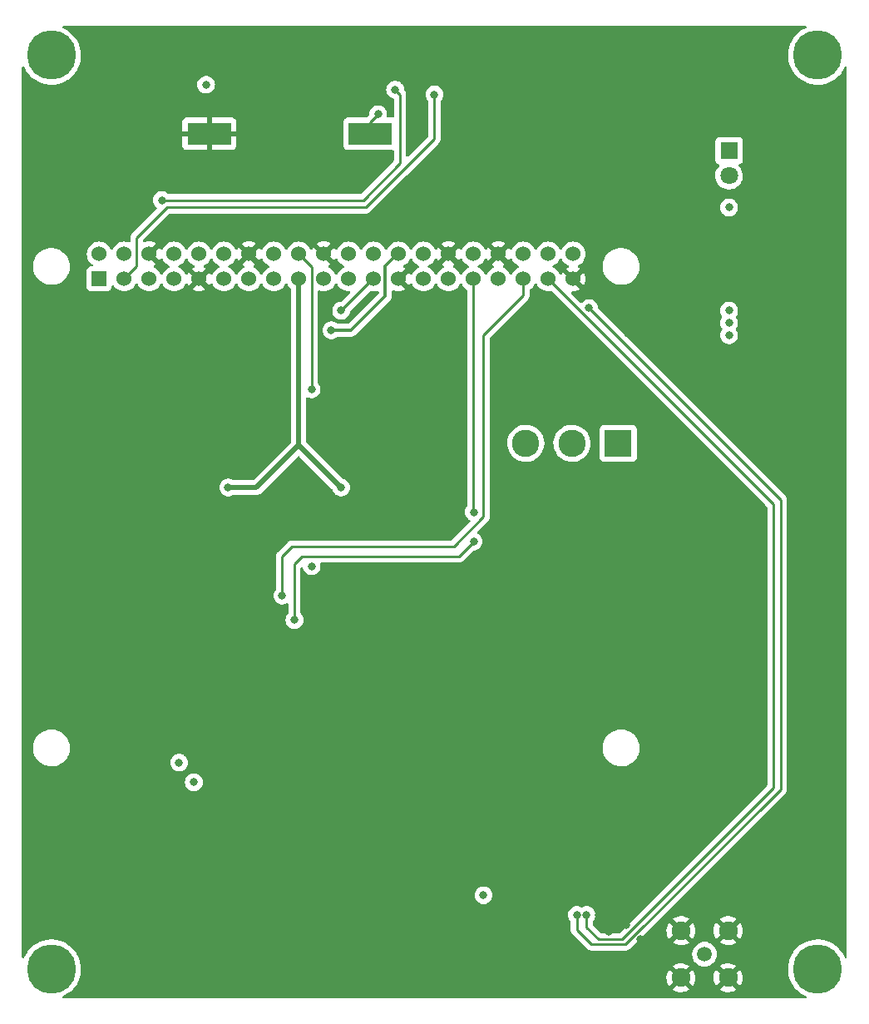
<source format=gbl>
G04 #@! TF.GenerationSoftware,KiCad,Pcbnew,(6.0.7)*
G04 #@! TF.CreationDate,2022-12-13T13:41:41-06:00*
G04 #@! TF.ProjectId,Narwal_v1,4e617277-616c-45f7-9631-2e6b69636164,1*
G04 #@! TF.SameCoordinates,Original*
G04 #@! TF.FileFunction,Copper,L4,Bot*
G04 #@! TF.FilePolarity,Positive*
%FSLAX46Y46*%
G04 Gerber Fmt 4.6, Leading zero omitted, Abs format (unit mm)*
G04 Created by KiCad (PCBNEW (6.0.7)) date 2022-12-13 13:41:41*
%MOMM*%
%LPD*%
G01*
G04 APERTURE LIST*
G04 #@! TA.AperFunction,ComponentPad*
%ADD10R,1.800000X1.800000*%
G04 #@! TD*
G04 #@! TA.AperFunction,ComponentPad*
%ADD11C,1.800000*%
G04 #@! TD*
G04 #@! TA.AperFunction,ComponentPad*
%ADD12C,5.000000*%
G04 #@! TD*
G04 #@! TA.AperFunction,ComponentPad*
%ADD13R,2.775000X2.775000*%
G04 #@! TD*
G04 #@! TA.AperFunction,ComponentPad*
%ADD14C,2.775000*%
G04 #@! TD*
G04 #@! TA.AperFunction,ComponentPad*
%ADD15R,1.524000X1.524000*%
G04 #@! TD*
G04 #@! TA.AperFunction,ComponentPad*
%ADD16C,1.524000*%
G04 #@! TD*
G04 #@! TA.AperFunction,ComponentPad*
%ADD17C,1.508000*%
G04 #@! TD*
G04 #@! TA.AperFunction,ComponentPad*
%ADD18C,1.920000*%
G04 #@! TD*
G04 #@! TA.AperFunction,SMDPad,CuDef*
%ADD19R,4.500000X2.300000*%
G04 #@! TD*
G04 #@! TA.AperFunction,ViaPad*
%ADD20C,0.800000*%
G04 #@! TD*
G04 #@! TA.AperFunction,Conductor*
%ADD21C,0.250000*%
G04 #@! TD*
G04 #@! TA.AperFunction,Conductor*
%ADD22C,0.500000*%
G04 #@! TD*
G04 #@! TA.AperFunction,Conductor*
%ADD23C,0.300000*%
G04 #@! TD*
G04 APERTURE END LIST*
D10*
X172500000Y-63225000D03*
D11*
X172500000Y-65765000D03*
D12*
X103500000Y-53500000D03*
X181500000Y-53500000D03*
X181500000Y-146500000D03*
D13*
X161200000Y-93000000D03*
D14*
X156500000Y-93000000D03*
X151800000Y-93000000D03*
D15*
X108370000Y-76270000D03*
D16*
X108370000Y-73730000D03*
X110910000Y-76270000D03*
X110910000Y-73730000D03*
X113450000Y-76270000D03*
X113450000Y-73730000D03*
X115990000Y-76270000D03*
X115990000Y-73730000D03*
X118530000Y-76270000D03*
X118530000Y-73730000D03*
X121070000Y-76270000D03*
X121070000Y-73730000D03*
X123610000Y-76270000D03*
X123610000Y-73730000D03*
X126150000Y-76270000D03*
X126150000Y-73730000D03*
X128690000Y-76270000D03*
X128690000Y-73730000D03*
X131230000Y-76270000D03*
X131230000Y-73730000D03*
X133770000Y-76270000D03*
X133770000Y-73730000D03*
X136310000Y-76270000D03*
X136310000Y-73730000D03*
X138850000Y-76270000D03*
X138850000Y-73730000D03*
X141390000Y-76270000D03*
X141390000Y-73730000D03*
X143930000Y-76270000D03*
X143930000Y-73730000D03*
X146470000Y-76270000D03*
X146470000Y-73730000D03*
X149010000Y-76270000D03*
X149010000Y-73730000D03*
X151550000Y-76270000D03*
X151550000Y-73730000D03*
X154090000Y-76270000D03*
X154090000Y-73730000D03*
X156630000Y-76270000D03*
X156630000Y-73730000D03*
D12*
X103500000Y-146500000D03*
D17*
X170000000Y-145000000D03*
D18*
X167600000Y-142600000D03*
X167600000Y-147400000D03*
X172400000Y-147400000D03*
X172400000Y-142600000D03*
D19*
X119575000Y-61500000D03*
X135975000Y-61500000D03*
D20*
X172500000Y-69000000D03*
X169000000Y-117000000D03*
X166000000Y-117000000D03*
X150500000Y-115000000D03*
X150500000Y-113500000D03*
X146500000Y-100000000D03*
X146500000Y-103000000D03*
X128250000Y-111000000D03*
X158250000Y-79250000D03*
X157000000Y-141000000D03*
X141250000Y-135750000D03*
X128000000Y-121000000D03*
X125500000Y-104500000D03*
X124000000Y-106500000D03*
X158500000Y-131500000D03*
X163500000Y-137250000D03*
X126500000Y-117500000D03*
X159500000Y-127250000D03*
X134250000Y-113000000D03*
X164250000Y-145750000D03*
X140250000Y-137250000D03*
X166250000Y-144250000D03*
X168500000Y-113000000D03*
X130250000Y-125750000D03*
X131250000Y-114500000D03*
X168250000Y-130750000D03*
X122000000Y-113000000D03*
X148000000Y-132250000D03*
X159500000Y-112500000D03*
X148750000Y-127000000D03*
X167000000Y-132500000D03*
X159250000Y-141000000D03*
X124000000Y-109500000D03*
X139250000Y-113000000D03*
X124000000Y-108500000D03*
X154250000Y-137250000D03*
X136750000Y-125500000D03*
X152750000Y-125500000D03*
X137250000Y-113000000D03*
X123000000Y-99750000D03*
X154750000Y-125500000D03*
X155500000Y-115000000D03*
X149500000Y-115000000D03*
X134750000Y-127000000D03*
X165250000Y-145750000D03*
X147750000Y-127000000D03*
X160000000Y-129500000D03*
X166750000Y-126250000D03*
X159500000Y-111000000D03*
X155750000Y-127000000D03*
X122500000Y-119500000D03*
X161250000Y-141250000D03*
X156750000Y-115000000D03*
X124000000Y-125500000D03*
X123000000Y-100750000D03*
X150250000Y-135750000D03*
X146250000Y-135750000D03*
X126500000Y-116500000D03*
X147750000Y-125500000D03*
X123000000Y-101750000D03*
X129250000Y-114500000D03*
X168500000Y-116000000D03*
X125000000Y-115500000D03*
X147250000Y-137250000D03*
X138750000Y-127000000D03*
X153750000Y-127000000D03*
X125500000Y-109500000D03*
X142250000Y-135750000D03*
X129250000Y-113000000D03*
X145250000Y-135750000D03*
X127750000Y-135750000D03*
X149500000Y-113500000D03*
X163000000Y-134250000D03*
X128750000Y-137500000D03*
X125500000Y-139000000D03*
X130250000Y-113000000D03*
X141250000Y-113000000D03*
X148750000Y-125500000D03*
X165250000Y-144250000D03*
X127250000Y-120250000D03*
X125750000Y-111750000D03*
X122500000Y-124500000D03*
X121750000Y-128250000D03*
X148250000Y-137250000D03*
X124500000Y-140250000D03*
X144750000Y-127000000D03*
X151750000Y-125500000D03*
X125000000Y-116500000D03*
X124000000Y-116500000D03*
X150750000Y-127000000D03*
X124000000Y-121500000D03*
X128750000Y-135750000D03*
X153750000Y-125500000D03*
X124000000Y-123500000D03*
X161000000Y-131000000D03*
X124000000Y-105500000D03*
X154250000Y-135750000D03*
X153250000Y-135750000D03*
X136250000Y-113000000D03*
X164250000Y-115500000D03*
X148250000Y-135750000D03*
X158750000Y-126500000D03*
X141750000Y-125500000D03*
X166250000Y-116000000D03*
X142250000Y-113000000D03*
X166750000Y-127250000D03*
X122500000Y-126500000D03*
X124000000Y-126500000D03*
X124250000Y-134000000D03*
X149250000Y-137250000D03*
X160250000Y-142750000D03*
X137750000Y-127000000D03*
X128000000Y-123500000D03*
X168000000Y-114000000D03*
X140250000Y-135750000D03*
X142750000Y-125500000D03*
X156750000Y-125500000D03*
X163500000Y-143500000D03*
X136750000Y-127000000D03*
X127250000Y-122750000D03*
X156250000Y-137250000D03*
X163250000Y-145750000D03*
X135250000Y-113000000D03*
X122750000Y-134000000D03*
X168250000Y-122500000D03*
X132250000Y-114500000D03*
X153250000Y-137250000D03*
X156750000Y-113500000D03*
X156250000Y-135750000D03*
X124000000Y-120500000D03*
X163000000Y-140250000D03*
X122500000Y-115000000D03*
X147250000Y-135750000D03*
X151250000Y-137250000D03*
X146250000Y-137250000D03*
X168250000Y-126250000D03*
X122750000Y-135000000D03*
X158000000Y-125750000D03*
X136250000Y-137250000D03*
X141250000Y-137250000D03*
X122500000Y-125500000D03*
X125000000Y-120500000D03*
X140750000Y-125500000D03*
X139250000Y-114500000D03*
X127500000Y-115000000D03*
X143250000Y-114500000D03*
X143250000Y-135750000D03*
X135250000Y-114500000D03*
X145750000Y-125500000D03*
X144250000Y-137250000D03*
X137250000Y-114500000D03*
X162500000Y-145000000D03*
X152250000Y-135750000D03*
X158500000Y-129500000D03*
X158250000Y-128500000D03*
X125500000Y-105500000D03*
X163250000Y-115500000D03*
X123000000Y-102750000D03*
X138250000Y-114500000D03*
X160000000Y-128250000D03*
X125000000Y-119500000D03*
X125750000Y-113250000D03*
X159250000Y-136500000D03*
X166750000Y-121500000D03*
X140250000Y-114500000D03*
X126500000Y-119500000D03*
X135750000Y-125500000D03*
X125500000Y-108500000D03*
X165250000Y-113500000D03*
X145250000Y-137250000D03*
X132500000Y-125500000D03*
X124000000Y-104500000D03*
X134750000Y-125500000D03*
X125750000Y-121250000D03*
X157500000Y-127750000D03*
X125500000Y-140250000D03*
X131750000Y-124750000D03*
X160000000Y-131500000D03*
X145750000Y-127000000D03*
X142250000Y-114500000D03*
X160500000Y-111000000D03*
X166250000Y-113000000D03*
X168250000Y-121500000D03*
X155500000Y-113500000D03*
X143250000Y-137250000D03*
X126500000Y-118500000D03*
X132825000Y-127000000D03*
X138250000Y-137250000D03*
X155250000Y-137250000D03*
X125500000Y-107500000D03*
X164250000Y-144250000D03*
X124000000Y-124500000D03*
X128250000Y-114500000D03*
X122500000Y-120500000D03*
X151250000Y-135750000D03*
X122500000Y-122500000D03*
X158500000Y-130500000D03*
X124000000Y-107500000D03*
X155750000Y-125500000D03*
X140750000Y-127000000D03*
X124750000Y-128250000D03*
X157000000Y-134250000D03*
X146750000Y-127000000D03*
X134250000Y-114500000D03*
X122500000Y-127500000D03*
X124000000Y-127500000D03*
X137250000Y-135750000D03*
X131900000Y-127000000D03*
X130250000Y-114500000D03*
X168000000Y-115000000D03*
X128750000Y-121750000D03*
X131250000Y-113000000D03*
X133750000Y-125500000D03*
X133250000Y-113000000D03*
X142750000Y-127000000D03*
X122500000Y-116500000D03*
X146750000Y-125500000D03*
X122000000Y-112000000D03*
X144250000Y-135750000D03*
X126500000Y-122000000D03*
X137750000Y-125500000D03*
X122500000Y-118500000D03*
X159500000Y-142000000D03*
X136250000Y-114500000D03*
X152250000Y-137250000D03*
X126500000Y-103500000D03*
X126500000Y-115500000D03*
X129750000Y-135750000D03*
X124000000Y-117500000D03*
X129750000Y-137500000D03*
X122500000Y-121500000D03*
X124000000Y-118500000D03*
X165250000Y-115500000D03*
X141750000Y-127000000D03*
X130250000Y-123250000D03*
X149750000Y-127000000D03*
X125500000Y-106500000D03*
X129500000Y-125000000D03*
X158500000Y-132500000D03*
X159250000Y-138000000D03*
X133750000Y-127000000D03*
X122500000Y-123500000D03*
X127750000Y-137500000D03*
X161500000Y-133500000D03*
X151750000Y-127000000D03*
X168000000Y-131750000D03*
X124000000Y-122500000D03*
X139250000Y-135750000D03*
X160750000Y-138000000D03*
X140250000Y-113000000D03*
X160750000Y-136500000D03*
X131000000Y-124000000D03*
X162000000Y-142000000D03*
X164250000Y-113500000D03*
X135750000Y-127000000D03*
X139750000Y-127000000D03*
X163250000Y-113500000D03*
X128750000Y-124250000D03*
X138750000Y-125500000D03*
X143250000Y-113000000D03*
X155250000Y-135750000D03*
X158500000Y-133500000D03*
X139250000Y-137250000D03*
X149250000Y-135750000D03*
X143750000Y-127000000D03*
X124250000Y-113250000D03*
X125000000Y-117500000D03*
X152750000Y-127000000D03*
X166750000Y-122500000D03*
X166500000Y-130500000D03*
X160500000Y-112500000D03*
X166250000Y-145750000D03*
X133250000Y-114500000D03*
X132250000Y-113000000D03*
X124250000Y-111750000D03*
X124000000Y-119500000D03*
X168250000Y-127250000D03*
X149750000Y-125500000D03*
X143750000Y-125500000D03*
X156750000Y-127000000D03*
X124000000Y-103500000D03*
X150750000Y-125500000D03*
X125500000Y-103500000D03*
X154750000Y-127000000D03*
X142250000Y-137250000D03*
X141250000Y-114500000D03*
X136250000Y-135750000D03*
X139750000Y-125500000D03*
X160000000Y-132500000D03*
X125000000Y-118500000D03*
X160000000Y-133500000D03*
X137250000Y-137250000D03*
X144750000Y-125500000D03*
X129500000Y-122500000D03*
X150250000Y-137250000D03*
X138250000Y-113000000D03*
X160000000Y-130500000D03*
X131000000Y-126500000D03*
X124250000Y-135000000D03*
X138250000Y-135750000D03*
X124500000Y-139000000D03*
X122500000Y-117500000D03*
X127000000Y-108500000D03*
X158000000Y-141000000D03*
X133000000Y-97500000D03*
X121500000Y-97500000D03*
X119250000Y-56500000D03*
X116500000Y-125500000D03*
X130000000Y-105500000D03*
X118000000Y-127500000D03*
X172500000Y-80750000D03*
X172500000Y-79500000D03*
X172500000Y-82000000D03*
X147500000Y-139000000D03*
X142500000Y-57500000D03*
X138500000Y-57000000D03*
X114750000Y-68250000D03*
X133000000Y-79500000D03*
X132000000Y-81500000D03*
X136775000Y-59500000D03*
X130000000Y-87500000D03*
D21*
X129000000Y-104500000D02*
X128250000Y-105250000D01*
X145000000Y-104500000D02*
X129000000Y-104500000D01*
X146470000Y-99970000D02*
X146500000Y-100000000D01*
X146500000Y-103000000D02*
X145000000Y-104500000D01*
X128250000Y-105250000D02*
X128250000Y-111000000D01*
X146470000Y-76270000D02*
X146470000Y-99970000D01*
X177500000Y-128500000D02*
X177474695Y-128500000D01*
X157000000Y-142500000D02*
X158500000Y-144000000D01*
X177750000Y-128250000D02*
X177500000Y-128500000D01*
X158250000Y-79250000D02*
X177750000Y-98750000D01*
X177750000Y-98750000D02*
X177750000Y-128250000D01*
X158500000Y-144000000D02*
X161974695Y-144000000D01*
X157000000Y-142500000D02*
X157000000Y-141000000D01*
X177474695Y-128500000D02*
X161974695Y-144000000D01*
X144500000Y-103500000D02*
X128000000Y-103500000D01*
X147500000Y-82000000D02*
X147500000Y-100500000D01*
X147500000Y-100500000D02*
X144500000Y-103500000D01*
X151550000Y-76270000D02*
X151550000Y-77950000D01*
X127000000Y-104500000D02*
X127000000Y-108500000D01*
X128000000Y-103500000D02*
X127000000Y-104500000D01*
X151550000Y-77950000D02*
X147500000Y-82000000D01*
X161575306Y-143500000D02*
X159250000Y-143500000D01*
X161575306Y-143500000D02*
X177000000Y-128075305D01*
X159250000Y-143500000D02*
X158000000Y-142250000D01*
X154090000Y-76270000D02*
X177000000Y-99180000D01*
X177000000Y-99180000D02*
X177000000Y-128075305D01*
X158000000Y-142250000D02*
X158000000Y-141000000D01*
D22*
X128690000Y-76270000D02*
X128690000Y-93190000D01*
X124380000Y-97500000D02*
X121500000Y-97500000D01*
X128690000Y-93190000D02*
X133000000Y-97500000D01*
X128690000Y-93190000D02*
X124380000Y-97500000D01*
D21*
X115250000Y-69000000D02*
X135500000Y-69000000D01*
X112172964Y-75007036D02*
X112172964Y-72077036D01*
X142500000Y-62000000D02*
X142500000Y-57500000D01*
X112172964Y-72077036D02*
X115250000Y-69000000D01*
X135500000Y-69000000D02*
X142500000Y-62000000D01*
X110910000Y-76270000D02*
X112172964Y-75007036D01*
X139000000Y-57500000D02*
X138500000Y-57000000D01*
X114750000Y-68250000D02*
X135250000Y-68250000D01*
X135250000Y-68250000D02*
X139000000Y-64500000D01*
X139000000Y-64500000D02*
X139000000Y-57500000D01*
D23*
X133080000Y-79500000D02*
X133000000Y-79500000D01*
X136310000Y-76270000D02*
X133080000Y-79500000D01*
X132000000Y-81500000D02*
X134000000Y-81500000D01*
X134000000Y-81500000D02*
X137500000Y-78000000D01*
X137500000Y-78000000D02*
X137500000Y-75000000D01*
X137500000Y-75000000D02*
X138770000Y-73730000D01*
D21*
X135975000Y-61500000D02*
X135975000Y-60300000D01*
X135975000Y-60300000D02*
X136775000Y-59500000D01*
X128690000Y-73730000D02*
X130000000Y-75040000D01*
X130000000Y-75040000D02*
X130000000Y-87500000D01*
G04 #@! TA.AperFunction,Conductor*
G36*
X180330004Y-50520502D02*
G01*
X180376497Y-50574158D01*
X180386601Y-50644432D01*
X180357107Y-50709012D01*
X180316128Y-50740226D01*
X180052048Y-50866186D01*
X179758921Y-51050064D01*
X179756087Y-51052334D01*
X179756082Y-51052338D01*
X179587066Y-51187746D01*
X179488871Y-51266415D01*
X179245477Y-51512371D01*
X179031966Y-51784672D01*
X178851168Y-52079709D01*
X178849641Y-52082999D01*
X178849636Y-52083008D01*
X178810672Y-52166949D01*
X178705478Y-52393570D01*
X178596828Y-52722097D01*
X178526658Y-53060935D01*
X178495898Y-53405592D01*
X178504956Y-53751501D01*
X178553712Y-54094076D01*
X178641519Y-54428777D01*
X178767214Y-54751167D01*
X178929130Y-55056974D01*
X178931180Y-55059957D01*
X178931182Y-55059960D01*
X179123065Y-55339152D01*
X179123071Y-55339159D01*
X179125122Y-55342144D01*
X179352592Y-55602898D01*
X179608524Y-55835778D01*
X179889527Y-56037699D01*
X180191876Y-56205985D01*
X180511563Y-56338403D01*
X180515057Y-56339398D01*
X180515059Y-56339399D01*
X180840851Y-56432204D01*
X180840856Y-56432205D01*
X180844352Y-56433201D01*
X181055539Y-56467784D01*
X181182251Y-56488534D01*
X181182255Y-56488534D01*
X181185831Y-56489120D01*
X181189457Y-56489291D01*
X181527847Y-56505249D01*
X181527848Y-56505249D01*
X181531474Y-56505420D01*
X181542346Y-56504679D01*
X181873069Y-56482133D01*
X181873077Y-56482132D01*
X181876700Y-56481885D01*
X181880276Y-56481222D01*
X181880278Y-56481222D01*
X182213368Y-56419488D01*
X182213372Y-56419487D01*
X182216933Y-56418827D01*
X182547663Y-56317081D01*
X182864507Y-56177996D01*
X183163265Y-56003416D01*
X183203103Y-55973505D01*
X183437071Y-55797837D01*
X183437075Y-55797834D01*
X183439978Y-55795654D01*
X183690977Y-55557465D01*
X183912936Y-55292005D01*
X184065361Y-55059960D01*
X184100926Y-55005818D01*
X184100931Y-55005809D01*
X184102913Y-55002792D01*
X184258382Y-54693679D01*
X184258390Y-54693662D01*
X184258424Y-54693679D01*
X184303275Y-54639779D01*
X184370982Y-54618420D01*
X184439489Y-54637057D01*
X184487045Y-54689773D01*
X184499500Y-54744395D01*
X184499500Y-145267655D01*
X184479498Y-145335776D01*
X184425842Y-145382269D01*
X184355568Y-145392373D01*
X184290988Y-145362879D01*
X184257603Y-145317090D01*
X184193566Y-145166958D01*
X184193562Y-145166949D01*
X184192138Y-145163611D01*
X184020696Y-144863041D01*
X183961030Y-144781815D01*
X183944694Y-144759578D01*
X183815843Y-144584168D01*
X183812739Y-144580827D01*
X183689201Y-144447885D01*
X183580295Y-144330688D01*
X183317174Y-144105962D01*
X183029967Y-143912967D01*
X182722482Y-143754261D01*
X182398793Y-143631950D01*
X182063190Y-143547652D01*
X181918981Y-143528667D01*
X181723728Y-143502961D01*
X181723720Y-143502960D01*
X181720124Y-143502487D01*
X181568991Y-143500112D01*
X181377780Y-143497108D01*
X181377776Y-143497108D01*
X181374139Y-143497051D01*
X181370524Y-143497412D01*
X181370520Y-143497412D01*
X181202646Y-143514169D01*
X181029823Y-143531419D01*
X181026286Y-143532190D01*
X181026281Y-143532191D01*
X180695283Y-143604360D01*
X180695278Y-143604361D01*
X180691739Y-143605133D01*
X180364367Y-143717217D01*
X180052048Y-143866186D01*
X179758921Y-144050064D01*
X179756087Y-144052334D01*
X179756082Y-144052338D01*
X179588439Y-144186646D01*
X179488871Y-144266415D01*
X179245477Y-144512371D01*
X179243236Y-144515229D01*
X179034590Y-144781326D01*
X179031966Y-144784672D01*
X178851168Y-145079709D01*
X178849641Y-145082999D01*
X178849636Y-145083008D01*
X178765412Y-145264453D01*
X178705478Y-145393570D01*
X178704338Y-145397017D01*
X178629053Y-145624659D01*
X178596828Y-145722097D01*
X178596092Y-145725652D01*
X178596091Y-145725655D01*
X178527393Y-146057385D01*
X178526658Y-146060935D01*
X178495898Y-146405592D01*
X178495993Y-146409222D01*
X178495993Y-146409223D01*
X178500500Y-146581334D01*
X178504956Y-146751501D01*
X178553712Y-147094076D01*
X178641519Y-147428777D01*
X178767214Y-147751167D01*
X178768911Y-147754372D01*
X178870850Y-147946901D01*
X178929130Y-148056974D01*
X178931180Y-148059957D01*
X178931182Y-148059960D01*
X179123065Y-148339152D01*
X179123071Y-148339159D01*
X179125122Y-148342144D01*
X179352592Y-148602898D01*
X179608524Y-148835778D01*
X179611472Y-148837896D01*
X179611474Y-148837898D01*
X179644509Y-148861636D01*
X179889527Y-149037699D01*
X180191876Y-149205985D01*
X180195225Y-149207372D01*
X180315257Y-149257091D01*
X180370538Y-149301639D01*
X180392959Y-149369003D01*
X180375401Y-149437794D01*
X180323439Y-149486172D01*
X180267039Y-149499500D01*
X104732609Y-149499500D01*
X104664488Y-149479498D01*
X104617995Y-149425842D01*
X104607891Y-149355568D01*
X104637385Y-149290988D01*
X104681962Y-149258128D01*
X104864507Y-149177996D01*
X105163265Y-149003416D01*
X105166174Y-149001232D01*
X105437071Y-148797837D01*
X105437075Y-148797834D01*
X105439978Y-148795654D01*
X105639860Y-148605973D01*
X166759273Y-148605973D01*
X166763032Y-148611269D01*
X166959066Y-148725822D01*
X166968349Y-148730269D01*
X167184206Y-148812697D01*
X167194108Y-148815574D01*
X167420511Y-148861636D01*
X167430764Y-148862859D01*
X167661657Y-148871326D01*
X167671943Y-148870859D01*
X167901132Y-148841499D01*
X167911210Y-148839357D01*
X168132522Y-148772960D01*
X168142120Y-148769199D01*
X168349617Y-148667547D01*
X168358462Y-148662274D01*
X168428115Y-148612591D01*
X168433311Y-148605973D01*
X171559273Y-148605973D01*
X171563032Y-148611269D01*
X171759066Y-148725822D01*
X171768349Y-148730269D01*
X171984206Y-148812697D01*
X171994108Y-148815574D01*
X172220511Y-148861636D01*
X172230764Y-148862859D01*
X172461657Y-148871326D01*
X172471943Y-148870859D01*
X172701132Y-148841499D01*
X172711210Y-148839357D01*
X172932522Y-148772960D01*
X172942120Y-148769199D01*
X173149617Y-148667547D01*
X173158462Y-148662274D01*
X173228115Y-148612591D01*
X173236516Y-148601891D01*
X173229528Y-148588738D01*
X172412812Y-147772022D01*
X172398868Y-147764408D01*
X172397035Y-147764539D01*
X172390420Y-147768790D01*
X171566534Y-148592676D01*
X171559273Y-148605973D01*
X168433311Y-148605973D01*
X168436516Y-148601891D01*
X168429528Y-148588738D01*
X167612812Y-147772022D01*
X167598868Y-147764408D01*
X167597035Y-147764539D01*
X167590420Y-147768790D01*
X166766534Y-148592676D01*
X166759273Y-148605973D01*
X105639860Y-148605973D01*
X105690977Y-148557465D01*
X105912936Y-148292005D01*
X105914924Y-148288979D01*
X106100926Y-148005818D01*
X106100931Y-148005809D01*
X106102913Y-148002792D01*
X106218979Y-147772022D01*
X106256763Y-147696898D01*
X106256766Y-147696890D01*
X106258390Y-147693662D01*
X106278108Y-147639779D01*
X106376057Y-147372122D01*
X106376060Y-147372112D01*
X106377138Y-147369167D01*
X166127706Y-147369167D01*
X166141006Y-147599838D01*
X166142442Y-147610058D01*
X166193238Y-147835454D01*
X166196317Y-147845282D01*
X166283249Y-148059370D01*
X166287892Y-148068561D01*
X166386464Y-148229416D01*
X166396921Y-148238876D01*
X166405697Y-148235093D01*
X167227978Y-147412812D01*
X167234356Y-147401132D01*
X167964408Y-147401132D01*
X167964539Y-147402965D01*
X167968790Y-147409580D01*
X168789296Y-148230086D01*
X168801306Y-148236645D01*
X168813046Y-148227677D01*
X168859616Y-148162867D01*
X168864927Y-148154028D01*
X168967296Y-147946901D01*
X168971094Y-147937308D01*
X169038262Y-147716232D01*
X169040439Y-147706162D01*
X169070835Y-147475279D01*
X169071354Y-147468604D01*
X169072949Y-147403364D01*
X169072755Y-147396647D01*
X169070496Y-147369167D01*
X170927706Y-147369167D01*
X170941006Y-147599838D01*
X170942442Y-147610058D01*
X170993238Y-147835454D01*
X170996317Y-147845282D01*
X171083249Y-148059370D01*
X171087892Y-148068561D01*
X171186464Y-148229416D01*
X171196921Y-148238876D01*
X171205697Y-148235093D01*
X172027978Y-147412812D01*
X172034356Y-147401132D01*
X172764408Y-147401132D01*
X172764539Y-147402965D01*
X172768790Y-147409580D01*
X173589296Y-148230086D01*
X173601306Y-148236645D01*
X173613046Y-148227677D01*
X173659616Y-148162867D01*
X173664927Y-148154028D01*
X173767296Y-147946901D01*
X173771094Y-147937308D01*
X173838262Y-147716232D01*
X173840439Y-147706162D01*
X173870835Y-147475279D01*
X173871354Y-147468604D01*
X173872949Y-147403364D01*
X173872755Y-147396647D01*
X173853675Y-147164567D01*
X173851992Y-147154405D01*
X173795703Y-146930306D01*
X173792382Y-146920551D01*
X173700252Y-146708667D01*
X173695374Y-146699570D01*
X173612616Y-146571645D01*
X173601930Y-146562442D01*
X173592365Y-146566845D01*
X172772022Y-147387188D01*
X172764408Y-147401132D01*
X172034356Y-147401132D01*
X172035592Y-147398868D01*
X172035461Y-147397035D01*
X172031210Y-147390420D01*
X171210687Y-146569897D01*
X171199151Y-146563597D01*
X171186868Y-146573221D01*
X171122126Y-146668129D01*
X171117028Y-146677103D01*
X171019750Y-146886670D01*
X171016187Y-146896357D01*
X170954442Y-147118999D01*
X170952511Y-147129118D01*
X170927958Y-147358878D01*
X170927706Y-147369167D01*
X169070496Y-147369167D01*
X169053675Y-147164567D01*
X169051992Y-147154405D01*
X168995703Y-146930306D01*
X168992382Y-146920551D01*
X168900252Y-146708667D01*
X168895374Y-146699570D01*
X168812616Y-146571645D01*
X168801930Y-146562442D01*
X168792365Y-146566845D01*
X167972022Y-147387188D01*
X167964408Y-147401132D01*
X167234356Y-147401132D01*
X167235592Y-147398868D01*
X167235461Y-147397035D01*
X167231210Y-147390420D01*
X166410687Y-146569897D01*
X166399151Y-146563597D01*
X166386868Y-146573221D01*
X166322126Y-146668129D01*
X166317028Y-146677103D01*
X166219750Y-146886670D01*
X166216187Y-146896357D01*
X166154442Y-147118999D01*
X166152511Y-147129118D01*
X166127958Y-147358878D01*
X166127706Y-147369167D01*
X106377138Y-147369167D01*
X106377305Y-147368710D01*
X106378150Y-147365188D01*
X106378153Y-147365180D01*
X106457237Y-147035772D01*
X106457238Y-147035768D01*
X106458084Y-147032243D01*
X106475700Y-146886670D01*
X106499318Y-146691501D01*
X106499318Y-146691495D01*
X106499654Y-146688722D01*
X106505585Y-146500000D01*
X106500351Y-146409223D01*
X106488164Y-146197857D01*
X166762652Y-146197857D01*
X166769397Y-146210187D01*
X167587188Y-147027978D01*
X167601132Y-147035592D01*
X167602965Y-147035461D01*
X167609580Y-147031210D01*
X168431710Y-146209080D01*
X168438731Y-146196223D01*
X168430959Y-146185556D01*
X168419218Y-146176283D01*
X168410637Y-146170583D01*
X168208355Y-146058918D01*
X168198956Y-146054693D01*
X167981155Y-145977565D01*
X167971184Y-145974931D01*
X167743713Y-145934412D01*
X167733461Y-145933443D01*
X167502417Y-145930620D01*
X167492133Y-145931340D01*
X167263741Y-145966289D01*
X167253713Y-145968678D01*
X167034096Y-146040460D01*
X167024586Y-146044457D01*
X166819646Y-146151142D01*
X166810921Y-146156636D01*
X166771106Y-146186530D01*
X166762652Y-146197857D01*
X106488164Y-146197857D01*
X106485875Y-146158167D01*
X106485874Y-146158162D01*
X106485666Y-146154547D01*
X106473951Y-146087422D01*
X106426798Y-145817245D01*
X106426796Y-145817238D01*
X106426174Y-145813672D01*
X106424926Y-145809457D01*
X106370186Y-145624659D01*
X106327897Y-145481894D01*
X106289713Y-145392373D01*
X106193562Y-145166949D01*
X106193560Y-145166946D01*
X106192138Y-145163611D01*
X106098816Y-145000000D01*
X168740708Y-145000000D01*
X168759839Y-145218674D01*
X168816653Y-145430703D01*
X168818978Y-145435688D01*
X168907095Y-145624659D01*
X168907098Y-145624664D01*
X168909421Y-145629646D01*
X168912577Y-145634153D01*
X168912578Y-145634155D01*
X168971744Y-145718652D01*
X169035326Y-145809457D01*
X169190543Y-145964674D01*
X169195051Y-145967831D01*
X169195054Y-145967833D01*
X169304485Y-146044457D01*
X169370354Y-146090579D01*
X169375336Y-146092902D01*
X169375341Y-146092905D01*
X169476116Y-146139896D01*
X169569297Y-146183347D01*
X169781326Y-146240161D01*
X170000000Y-146259292D01*
X170218674Y-146240161D01*
X170376552Y-146197857D01*
X171562652Y-146197857D01*
X171569397Y-146210187D01*
X172387188Y-147027978D01*
X172401132Y-147035592D01*
X172402965Y-147035461D01*
X172409580Y-147031210D01*
X173231710Y-146209080D01*
X173238731Y-146196223D01*
X173230959Y-146185556D01*
X173219218Y-146176283D01*
X173210637Y-146170583D01*
X173008355Y-146058918D01*
X172998956Y-146054693D01*
X172781155Y-145977565D01*
X172771184Y-145974931D01*
X172543713Y-145934412D01*
X172533461Y-145933443D01*
X172302417Y-145930620D01*
X172292133Y-145931340D01*
X172063741Y-145966289D01*
X172053713Y-145968678D01*
X171834096Y-146040460D01*
X171824586Y-146044457D01*
X171619646Y-146151142D01*
X171610921Y-146156636D01*
X171571106Y-146186530D01*
X171562652Y-146197857D01*
X170376552Y-146197857D01*
X170430703Y-146183347D01*
X170523884Y-146139896D01*
X170624659Y-146092905D01*
X170624664Y-146092902D01*
X170629646Y-146090579D01*
X170695515Y-146044457D01*
X170804946Y-145967833D01*
X170804949Y-145967831D01*
X170809457Y-145964674D01*
X170964674Y-145809457D01*
X171028257Y-145718652D01*
X171087422Y-145634155D01*
X171087423Y-145634153D01*
X171090579Y-145629646D01*
X171092902Y-145624664D01*
X171092905Y-145624659D01*
X171181022Y-145435688D01*
X171183347Y-145430703D01*
X171240161Y-145218674D01*
X171259292Y-145000000D01*
X171240161Y-144781326D01*
X171183347Y-144569297D01*
X171128017Y-144450640D01*
X171092905Y-144375341D01*
X171092902Y-144375336D01*
X171090579Y-144370354D01*
X170964674Y-144190543D01*
X170809457Y-144035326D01*
X170804949Y-144032169D01*
X170804946Y-144032167D01*
X170634155Y-143912578D01*
X170634153Y-143912577D01*
X170629646Y-143909421D01*
X170624664Y-143907098D01*
X170624659Y-143907095D01*
X170523884Y-143860104D01*
X170430703Y-143816653D01*
X170390845Y-143805973D01*
X171559273Y-143805973D01*
X171563032Y-143811269D01*
X171759066Y-143925822D01*
X171768349Y-143930269D01*
X171984206Y-144012697D01*
X171994108Y-144015574D01*
X172220511Y-144061636D01*
X172230764Y-144062859D01*
X172461657Y-144071326D01*
X172471943Y-144070859D01*
X172701132Y-144041499D01*
X172711210Y-144039357D01*
X172932522Y-143972960D01*
X172942120Y-143969199D01*
X173149617Y-143867547D01*
X173158462Y-143862274D01*
X173228115Y-143812591D01*
X173236516Y-143801891D01*
X173229528Y-143788738D01*
X172412812Y-142972022D01*
X172398868Y-142964408D01*
X172397035Y-142964539D01*
X172390420Y-142968790D01*
X171566534Y-143792676D01*
X171559273Y-143805973D01*
X170390845Y-143805973D01*
X170218674Y-143759839D01*
X170000000Y-143740708D01*
X169781326Y-143759839D01*
X169569297Y-143816653D01*
X169476116Y-143860104D01*
X169375341Y-143907095D01*
X169375336Y-143907098D01*
X169370354Y-143909421D01*
X169365847Y-143912577D01*
X169365845Y-143912578D01*
X169195054Y-144032167D01*
X169195051Y-144032169D01*
X169190543Y-144035326D01*
X169035326Y-144190543D01*
X168909421Y-144370354D01*
X168907098Y-144375336D01*
X168907095Y-144375341D01*
X168871983Y-144450640D01*
X168816653Y-144569297D01*
X168759839Y-144781326D01*
X168740708Y-145000000D01*
X106098816Y-145000000D01*
X106020696Y-144863041D01*
X105961030Y-144781815D01*
X105944694Y-144759578D01*
X105815843Y-144584168D01*
X105812739Y-144580827D01*
X105689201Y-144447885D01*
X105580295Y-144330688D01*
X105317174Y-144105962D01*
X105029967Y-143912967D01*
X104722482Y-143754261D01*
X104398793Y-143631950D01*
X104063190Y-143547652D01*
X103918981Y-143528667D01*
X103723728Y-143502961D01*
X103723720Y-143502960D01*
X103720124Y-143502487D01*
X103568991Y-143500112D01*
X103377780Y-143497108D01*
X103377776Y-143497108D01*
X103374139Y-143497051D01*
X103370524Y-143497412D01*
X103370520Y-143497412D01*
X103202646Y-143514169D01*
X103029823Y-143531419D01*
X103026286Y-143532190D01*
X103026281Y-143532191D01*
X102695283Y-143604360D01*
X102695278Y-143604361D01*
X102691739Y-143605133D01*
X102364367Y-143717217D01*
X102052048Y-143866186D01*
X101758921Y-144050064D01*
X101756087Y-144052334D01*
X101756082Y-144052338D01*
X101588439Y-144186646D01*
X101488871Y-144266415D01*
X101245477Y-144512371D01*
X101243236Y-144515229D01*
X101034590Y-144781326D01*
X101031966Y-144784672D01*
X100851168Y-145079709D01*
X100740785Y-145317507D01*
X100693963Y-145370870D01*
X100625720Y-145390451D01*
X100557725Y-145370027D01*
X100511565Y-145316085D01*
X100500500Y-145264453D01*
X100500500Y-139000000D01*
X146594540Y-139000000D01*
X146614326Y-139188256D01*
X146672821Y-139368284D01*
X146767467Y-139532216D01*
X146894129Y-139672888D01*
X147047270Y-139784151D01*
X147220197Y-139861144D01*
X147318212Y-139881978D01*
X147398897Y-139899128D01*
X147398901Y-139899128D01*
X147405354Y-139900500D01*
X147594646Y-139900500D01*
X147601099Y-139899128D01*
X147601103Y-139899128D01*
X147681788Y-139881978D01*
X147779803Y-139861144D01*
X147952730Y-139784151D01*
X148105871Y-139672888D01*
X148232533Y-139532216D01*
X148327179Y-139368284D01*
X148385674Y-139188256D01*
X148405460Y-139000000D01*
X148385674Y-138811744D01*
X148327179Y-138631716D01*
X148232533Y-138467784D01*
X148105871Y-138327112D01*
X147952730Y-138215849D01*
X147779803Y-138138856D01*
X147681788Y-138118022D01*
X147601103Y-138100872D01*
X147601099Y-138100872D01*
X147594646Y-138099500D01*
X147405354Y-138099500D01*
X147398901Y-138100872D01*
X147398897Y-138100872D01*
X147318212Y-138118022D01*
X147220197Y-138138856D01*
X147047270Y-138215849D01*
X146894129Y-138327112D01*
X146767467Y-138467784D01*
X146672821Y-138631716D01*
X146614326Y-138811744D01*
X146594540Y-139000000D01*
X100500500Y-139000000D01*
X100500500Y-127500000D01*
X117094540Y-127500000D01*
X117114326Y-127688256D01*
X117172821Y-127868284D01*
X117267467Y-128032216D01*
X117394129Y-128172888D01*
X117399468Y-128176767D01*
X117538299Y-128277633D01*
X117547270Y-128284151D01*
X117720197Y-128361144D01*
X117818212Y-128381978D01*
X117898897Y-128399128D01*
X117898901Y-128399128D01*
X117905354Y-128400500D01*
X118094646Y-128400500D01*
X118101099Y-128399128D01*
X118101103Y-128399128D01*
X118181788Y-128381978D01*
X118279803Y-128361144D01*
X118452730Y-128284151D01*
X118461702Y-128277633D01*
X118600532Y-128176767D01*
X118605871Y-128172888D01*
X118732533Y-128032216D01*
X118827179Y-127868284D01*
X118885674Y-127688256D01*
X118905460Y-127500000D01*
X118885674Y-127311744D01*
X118827179Y-127131716D01*
X118732533Y-126967784D01*
X118605871Y-126827112D01*
X118452730Y-126715849D01*
X118279803Y-126638856D01*
X118181788Y-126618022D01*
X118101103Y-126600872D01*
X118101099Y-126600872D01*
X118094646Y-126599500D01*
X117905354Y-126599500D01*
X117898901Y-126600872D01*
X117898897Y-126600872D01*
X117818212Y-126618022D01*
X117720197Y-126638856D01*
X117547270Y-126715849D01*
X117394129Y-126827112D01*
X117267467Y-126967784D01*
X117172821Y-127131716D01*
X117114326Y-127311744D01*
X117094540Y-127500000D01*
X100500500Y-127500000D01*
X100500500Y-123940939D01*
X101620637Y-123940939D01*
X101622957Y-124000000D01*
X101631064Y-124206332D01*
X101678782Y-124467609D01*
X101680191Y-124471832D01*
X101736812Y-124641545D01*
X101762838Y-124719556D01*
X101881555Y-124957146D01*
X102032564Y-125175638D01*
X102035586Y-125178907D01*
X102209836Y-125367411D01*
X102209841Y-125367416D01*
X102212852Y-125370673D01*
X102418823Y-125538360D01*
X102646366Y-125675352D01*
X102650461Y-125677086D01*
X102650463Y-125677087D01*
X102818521Y-125748250D01*
X102890941Y-125778916D01*
X102895234Y-125780054D01*
X102895239Y-125780056D01*
X103029220Y-125815580D01*
X103147669Y-125846986D01*
X103411426Y-125878204D01*
X103676951Y-125871946D01*
X103736712Y-125861999D01*
X103934555Y-125829069D01*
X103934559Y-125829068D01*
X103938945Y-125828338D01*
X103943186Y-125826997D01*
X103943189Y-125826996D01*
X104187935Y-125749593D01*
X104187937Y-125749592D01*
X104192181Y-125748250D01*
X104196192Y-125746324D01*
X104196197Y-125746322D01*
X104427587Y-125635210D01*
X104427588Y-125635209D01*
X104431606Y-125633280D01*
X104570222Y-125540660D01*
X104631074Y-125500000D01*
X115594540Y-125500000D01*
X115614326Y-125688256D01*
X115672821Y-125868284D01*
X115767467Y-126032216D01*
X115894129Y-126172888D01*
X116047270Y-126284151D01*
X116220197Y-126361144D01*
X116318212Y-126381978D01*
X116398897Y-126399128D01*
X116398901Y-126399128D01*
X116405354Y-126400500D01*
X116594646Y-126400500D01*
X116601099Y-126399128D01*
X116601103Y-126399128D01*
X116681788Y-126381978D01*
X116779803Y-126361144D01*
X116952730Y-126284151D01*
X117105871Y-126172888D01*
X117232533Y-126032216D01*
X117327179Y-125868284D01*
X117385674Y-125688256D01*
X117405460Y-125500000D01*
X117403647Y-125482747D01*
X117386364Y-125318307D01*
X117386364Y-125318305D01*
X117385674Y-125311744D01*
X117327179Y-125131716D01*
X117309694Y-125101430D01*
X117235836Y-124973505D01*
X117232533Y-124967784D01*
X117226249Y-124960805D01*
X117110286Y-124832015D01*
X117110284Y-124832014D01*
X117105871Y-124827112D01*
X117009836Y-124757339D01*
X116958072Y-124719730D01*
X116958071Y-124719729D01*
X116952730Y-124715849D01*
X116779803Y-124638856D01*
X116681788Y-124618022D01*
X116601103Y-124600872D01*
X116601099Y-124600872D01*
X116594646Y-124599500D01*
X116405354Y-124599500D01*
X116398901Y-124600872D01*
X116398897Y-124600872D01*
X116318212Y-124618022D01*
X116220197Y-124638856D01*
X116047270Y-124715849D01*
X116041929Y-124719729D01*
X116041928Y-124719730D01*
X115990164Y-124757339D01*
X115894129Y-124827112D01*
X115889716Y-124832014D01*
X115889714Y-124832015D01*
X115773751Y-124960805D01*
X115767467Y-124967784D01*
X115764164Y-124973505D01*
X115690307Y-125101430D01*
X115672821Y-125131716D01*
X115614326Y-125311744D01*
X115613636Y-125318305D01*
X115613636Y-125318307D01*
X115596353Y-125482747D01*
X115594540Y-125500000D01*
X104631074Y-125500000D01*
X104648736Y-125488199D01*
X104648740Y-125488196D01*
X104652444Y-125485721D01*
X104655761Y-125482750D01*
X104655765Y-125482747D01*
X104846968Y-125311491D01*
X104846969Y-125311490D01*
X104850286Y-125308519D01*
X105021187Y-125105207D01*
X105103325Y-124973505D01*
X105159379Y-124883625D01*
X105159379Y-124883624D01*
X105161737Y-124879844D01*
X105269130Y-124636926D01*
X105341224Y-124381299D01*
X105376581Y-124118064D01*
X105380291Y-124000000D01*
X105376109Y-123940939D01*
X159620637Y-123940939D01*
X159622957Y-124000000D01*
X159631064Y-124206332D01*
X159678782Y-124467609D01*
X159680191Y-124471832D01*
X159736812Y-124641545D01*
X159762838Y-124719556D01*
X159881555Y-124957146D01*
X160032564Y-125175638D01*
X160035586Y-125178907D01*
X160209836Y-125367411D01*
X160209841Y-125367416D01*
X160212852Y-125370673D01*
X160418823Y-125538360D01*
X160646366Y-125675352D01*
X160650461Y-125677086D01*
X160650463Y-125677087D01*
X160818521Y-125748250D01*
X160890941Y-125778916D01*
X160895234Y-125780054D01*
X160895239Y-125780056D01*
X161029220Y-125815580D01*
X161147669Y-125846986D01*
X161411426Y-125878204D01*
X161676951Y-125871946D01*
X161736712Y-125861999D01*
X161934555Y-125829069D01*
X161934559Y-125829068D01*
X161938945Y-125828338D01*
X161943186Y-125826997D01*
X161943189Y-125826996D01*
X162187935Y-125749593D01*
X162187937Y-125749592D01*
X162192181Y-125748250D01*
X162196192Y-125746324D01*
X162196197Y-125746322D01*
X162427587Y-125635210D01*
X162427588Y-125635209D01*
X162431606Y-125633280D01*
X162570222Y-125540660D01*
X162648736Y-125488199D01*
X162648740Y-125488196D01*
X162652444Y-125485721D01*
X162655761Y-125482750D01*
X162655765Y-125482747D01*
X162846968Y-125311491D01*
X162846969Y-125311490D01*
X162850286Y-125308519D01*
X163021187Y-125105207D01*
X163103325Y-124973505D01*
X163159379Y-124883625D01*
X163159379Y-124883624D01*
X163161737Y-124879844D01*
X163269130Y-124636926D01*
X163341224Y-124381299D01*
X163376581Y-124118064D01*
X163380291Y-124000000D01*
X163361533Y-123735065D01*
X163348973Y-123676723D01*
X163306568Y-123479763D01*
X163306568Y-123479761D01*
X163305632Y-123475416D01*
X163213703Y-123226233D01*
X163087582Y-122992490D01*
X162929784Y-122778849D01*
X162743459Y-122589573D01*
X162739919Y-122586871D01*
X162535864Y-122431141D01*
X162535860Y-122431138D01*
X162532323Y-122428439D01*
X162300589Y-122298662D01*
X162052881Y-122202831D01*
X162048560Y-122201829D01*
X162048552Y-122201827D01*
X161878433Y-122162397D01*
X161794142Y-122142859D01*
X161529534Y-122119941D01*
X161525099Y-122120185D01*
X161525095Y-122120185D01*
X161268780Y-122134291D01*
X161268773Y-122134292D01*
X161264337Y-122134536D01*
X161084398Y-122170328D01*
X161008205Y-122185483D01*
X161008203Y-122185484D01*
X161003842Y-122186351D01*
X160753246Y-122274354D01*
X160517551Y-122396788D01*
X160513936Y-122399371D01*
X160513930Y-122399375D01*
X160377198Y-122497086D01*
X160301457Y-122551211D01*
X160109278Y-122734541D01*
X159944848Y-122943120D01*
X159942616Y-122946962D01*
X159942613Y-122946967D01*
X159813685Y-123168932D01*
X159813682Y-123168938D01*
X159811447Y-123172786D01*
X159809773Y-123176920D01*
X159713410Y-123414826D01*
X159713407Y-123414834D01*
X159711737Y-123418958D01*
X159671316Y-123581683D01*
X159655760Y-123644309D01*
X159647708Y-123676723D01*
X159620637Y-123940939D01*
X105376109Y-123940939D01*
X105361533Y-123735065D01*
X105348973Y-123676723D01*
X105306568Y-123479763D01*
X105306568Y-123479761D01*
X105305632Y-123475416D01*
X105213703Y-123226233D01*
X105087582Y-122992490D01*
X104929784Y-122778849D01*
X104743459Y-122589573D01*
X104739919Y-122586871D01*
X104535864Y-122431141D01*
X104535860Y-122431138D01*
X104532323Y-122428439D01*
X104300589Y-122298662D01*
X104052881Y-122202831D01*
X104048560Y-122201829D01*
X104048552Y-122201827D01*
X103878433Y-122162397D01*
X103794142Y-122142859D01*
X103529534Y-122119941D01*
X103525099Y-122120185D01*
X103525095Y-122120185D01*
X103268780Y-122134291D01*
X103268773Y-122134292D01*
X103264337Y-122134536D01*
X103084398Y-122170328D01*
X103008205Y-122185483D01*
X103008203Y-122185484D01*
X103003842Y-122186351D01*
X102753246Y-122274354D01*
X102517551Y-122396788D01*
X102513936Y-122399371D01*
X102513930Y-122399375D01*
X102377198Y-122497086D01*
X102301457Y-122551211D01*
X102109278Y-122734541D01*
X101944848Y-122943120D01*
X101942616Y-122946962D01*
X101942613Y-122946967D01*
X101813685Y-123168932D01*
X101813682Y-123168938D01*
X101811447Y-123172786D01*
X101809773Y-123176920D01*
X101713410Y-123414826D01*
X101713407Y-123414834D01*
X101711737Y-123418958D01*
X101671316Y-123581683D01*
X101655760Y-123644309D01*
X101647708Y-123676723D01*
X101620637Y-123940939D01*
X100500500Y-123940939D01*
X100500500Y-74940939D01*
X101620637Y-74940939D01*
X101620812Y-74945391D01*
X101622957Y-75000000D01*
X101630145Y-75182932D01*
X101631064Y-75206332D01*
X101678782Y-75467609D01*
X101680191Y-75471832D01*
X101735271Y-75636926D01*
X101762838Y-75719556D01*
X101881555Y-75957146D01*
X102032564Y-76175638D01*
X102035586Y-76178907D01*
X102209836Y-76367411D01*
X102209841Y-76367416D01*
X102212852Y-76370673D01*
X102418823Y-76538360D01*
X102646366Y-76675352D01*
X102650461Y-76677086D01*
X102650463Y-76677087D01*
X102818521Y-76748250D01*
X102890941Y-76778916D01*
X102895234Y-76780054D01*
X102895239Y-76780056D01*
X103029220Y-76815580D01*
X103147669Y-76846986D01*
X103411426Y-76878204D01*
X103676951Y-76871946D01*
X103681349Y-76871214D01*
X103934555Y-76829069D01*
X103934559Y-76829068D01*
X103938945Y-76828338D01*
X103943186Y-76826997D01*
X103943189Y-76826996D01*
X104187935Y-76749593D01*
X104187937Y-76749592D01*
X104192181Y-76748250D01*
X104196192Y-76746324D01*
X104196197Y-76746322D01*
X104427587Y-76635210D01*
X104427588Y-76635209D01*
X104431606Y-76633280D01*
X104435312Y-76630804D01*
X104648736Y-76488199D01*
X104648740Y-76488196D01*
X104652444Y-76485721D01*
X104655761Y-76482750D01*
X104655765Y-76482747D01*
X104846968Y-76311491D01*
X104846969Y-76311490D01*
X104850286Y-76308519D01*
X105021187Y-76105207D01*
X105059791Y-76043309D01*
X105159379Y-75883625D01*
X105159379Y-75883624D01*
X105161737Y-75879844D01*
X105269130Y-75636926D01*
X105341224Y-75381299D01*
X105369586Y-75170143D01*
X105376154Y-75121245D01*
X105376154Y-75121240D01*
X105376581Y-75118064D01*
X105379759Y-75016924D01*
X105380190Y-75003222D01*
X105380190Y-75003217D01*
X105380291Y-75000000D01*
X105361533Y-74735065D01*
X105353167Y-74696204D01*
X105306568Y-74479763D01*
X105306568Y-74479761D01*
X105305632Y-74475416D01*
X105213703Y-74226233D01*
X105087582Y-73992490D01*
X104929784Y-73778849D01*
X104881697Y-73730000D01*
X107102677Y-73730000D01*
X107121930Y-73950068D01*
X107179106Y-74163450D01*
X107181428Y-74168431D01*
X107181429Y-74168432D01*
X107266152Y-74350120D01*
X107272466Y-74363661D01*
X107399174Y-74544620D01*
X107555380Y-74700826D01*
X107559888Y-74703983D01*
X107559891Y-74703985D01*
X107666007Y-74778288D01*
X107710335Y-74833745D01*
X107717644Y-74904364D01*
X107685613Y-74967725D01*
X107624412Y-75003710D01*
X107593736Y-75007501D01*
X107560624Y-75007501D01*
X107557230Y-75007870D01*
X107557224Y-75007870D01*
X107507278Y-75013295D01*
X107507274Y-75013296D01*
X107499420Y-75014149D01*
X107365176Y-75064474D01*
X107357997Y-75069854D01*
X107357994Y-75069856D01*
X107272384Y-75134018D01*
X107250454Y-75150454D01*
X107245072Y-75157635D01*
X107169856Y-75257994D01*
X107169854Y-75257997D01*
X107164474Y-75265176D01*
X107114149Y-75399420D01*
X107107500Y-75460623D01*
X107107501Y-77079376D01*
X107107870Y-77082770D01*
X107107870Y-77082776D01*
X107108494Y-77088515D01*
X107114149Y-77140580D01*
X107164474Y-77274824D01*
X107169854Y-77282003D01*
X107169856Y-77282006D01*
X107244148Y-77381132D01*
X107250454Y-77389546D01*
X107257635Y-77394928D01*
X107357994Y-77470144D01*
X107357997Y-77470146D01*
X107365176Y-77475526D01*
X107417751Y-77495235D01*
X107492025Y-77523079D01*
X107492027Y-77523079D01*
X107499420Y-77525851D01*
X107507270Y-77526704D01*
X107507271Y-77526704D01*
X107557217Y-77532130D01*
X107560623Y-77532500D01*
X108369881Y-77532500D01*
X109179376Y-77532499D01*
X109182770Y-77532130D01*
X109182776Y-77532130D01*
X109232722Y-77526705D01*
X109232726Y-77526704D01*
X109240580Y-77525851D01*
X109374824Y-77475526D01*
X109382003Y-77470146D01*
X109382006Y-77470144D01*
X109482365Y-77394928D01*
X109489546Y-77389546D01*
X109495852Y-77381132D01*
X109570144Y-77282006D01*
X109570146Y-77282003D01*
X109575526Y-77274824D01*
X109625851Y-77140580D01*
X109632500Y-77079377D01*
X109632500Y-77046263D01*
X109652502Y-76978142D01*
X109706158Y-76931649D01*
X109776432Y-76921545D01*
X109841012Y-76951039D01*
X109861708Y-76973986D01*
X109939174Y-77084620D01*
X110095380Y-77240826D01*
X110099888Y-77243983D01*
X110099891Y-77243985D01*
X110253173Y-77351314D01*
X110276338Y-77367534D01*
X110281320Y-77369857D01*
X110281325Y-77369860D01*
X110471568Y-77458571D01*
X110476550Y-77460894D01*
X110481858Y-77462316D01*
X110481860Y-77462317D01*
X110508261Y-77469391D01*
X110689932Y-77518070D01*
X110910000Y-77537323D01*
X111130068Y-77518070D01*
X111311739Y-77469391D01*
X111338140Y-77462317D01*
X111338142Y-77462316D01*
X111343450Y-77460894D01*
X111348432Y-77458571D01*
X111538675Y-77369860D01*
X111538680Y-77369857D01*
X111543662Y-77367534D01*
X111566827Y-77351314D01*
X111720109Y-77243985D01*
X111720112Y-77243983D01*
X111724620Y-77240826D01*
X111880826Y-77084620D01*
X112007534Y-76903661D01*
X112022665Y-76871214D01*
X112065805Y-76778699D01*
X112112722Y-76725414D01*
X112181000Y-76705953D01*
X112248960Y-76726495D01*
X112294195Y-76778699D01*
X112337336Y-76871214D01*
X112352466Y-76903661D01*
X112479174Y-77084620D01*
X112635380Y-77240826D01*
X112639888Y-77243983D01*
X112639891Y-77243985D01*
X112793173Y-77351314D01*
X112816338Y-77367534D01*
X112821320Y-77369857D01*
X112821325Y-77369860D01*
X113011568Y-77458571D01*
X113016550Y-77460894D01*
X113021858Y-77462316D01*
X113021860Y-77462317D01*
X113048261Y-77469391D01*
X113229932Y-77518070D01*
X113450000Y-77537323D01*
X113670068Y-77518070D01*
X113851739Y-77469391D01*
X113878140Y-77462317D01*
X113878142Y-77462316D01*
X113883450Y-77460894D01*
X113888432Y-77458571D01*
X114078675Y-77369860D01*
X114078680Y-77369857D01*
X114083662Y-77367534D01*
X114106827Y-77351314D01*
X114260109Y-77243985D01*
X114260112Y-77243983D01*
X114264620Y-77240826D01*
X114420826Y-77084620D01*
X114547534Y-76903661D01*
X114562665Y-76871214D01*
X114605805Y-76778699D01*
X114652722Y-76725414D01*
X114721000Y-76705953D01*
X114788960Y-76726495D01*
X114834195Y-76778699D01*
X114877336Y-76871214D01*
X114892466Y-76903661D01*
X115019174Y-77084620D01*
X115175380Y-77240826D01*
X115179888Y-77243983D01*
X115179891Y-77243985D01*
X115333173Y-77351314D01*
X115356338Y-77367534D01*
X115361320Y-77369857D01*
X115361325Y-77369860D01*
X115551568Y-77458571D01*
X115556550Y-77460894D01*
X115561858Y-77462316D01*
X115561860Y-77462317D01*
X115588261Y-77469391D01*
X115769932Y-77518070D01*
X115990000Y-77537323D01*
X116210068Y-77518070D01*
X116391739Y-77469391D01*
X116418140Y-77462317D01*
X116418142Y-77462316D01*
X116423450Y-77460894D01*
X116428432Y-77458571D01*
X116618675Y-77369860D01*
X116618680Y-77369857D01*
X116623662Y-77367534D01*
X116646827Y-77351314D01*
X116679013Y-77328777D01*
X117835777Y-77328777D01*
X117845074Y-77340793D01*
X117888069Y-77370898D01*
X117897555Y-77376376D01*
X118088993Y-77465645D01*
X118099285Y-77469391D01*
X118303309Y-77524059D01*
X118314104Y-77525962D01*
X118524525Y-77544372D01*
X118535475Y-77544372D01*
X118745896Y-77525962D01*
X118756691Y-77524059D01*
X118960715Y-77469391D01*
X118971007Y-77465645D01*
X119162445Y-77376376D01*
X119171931Y-77370898D01*
X119215764Y-77340207D01*
X119224139Y-77329729D01*
X119217071Y-77316281D01*
X118542812Y-76642022D01*
X118528868Y-76634408D01*
X118527035Y-76634539D01*
X118520420Y-76638790D01*
X117842207Y-77317003D01*
X117835777Y-77328777D01*
X116679013Y-77328777D01*
X116800109Y-77243985D01*
X116800112Y-77243983D01*
X116804620Y-77240826D01*
X116960826Y-77084620D01*
X117087534Y-76903661D01*
X117102665Y-76871214D01*
X117141668Y-76787571D01*
X117188586Y-76734286D01*
X117256863Y-76714825D01*
X117324823Y-76735367D01*
X117370058Y-76787571D01*
X117423623Y-76902441D01*
X117429103Y-76911932D01*
X117459794Y-76955765D01*
X117470271Y-76964140D01*
X117483718Y-76957072D01*
X118157978Y-76282812D01*
X118165592Y-76268868D01*
X118165461Y-76267035D01*
X118161210Y-76260420D01*
X117482997Y-75582207D01*
X117471223Y-75575777D01*
X117459207Y-75585074D01*
X117429103Y-75628068D01*
X117423623Y-75637559D01*
X117370058Y-75752429D01*
X117323141Y-75805714D01*
X117254863Y-75825175D01*
X117186903Y-75804633D01*
X117141668Y-75752429D01*
X117089857Y-75641320D01*
X117089855Y-75641317D01*
X117087534Y-75636339D01*
X116960826Y-75455380D01*
X116804620Y-75299174D01*
X116800112Y-75296017D01*
X116800109Y-75296015D01*
X116628171Y-75175623D01*
X116628168Y-75175621D01*
X116623662Y-75172466D01*
X116618680Y-75170143D01*
X116618675Y-75170140D01*
X116498699Y-75114195D01*
X116445414Y-75067278D01*
X116425953Y-74999001D01*
X116446495Y-74931041D01*
X116498699Y-74885805D01*
X116618675Y-74829860D01*
X116618680Y-74829857D01*
X116623662Y-74827534D01*
X116628171Y-74824377D01*
X116800109Y-74703985D01*
X116800112Y-74703983D01*
X116804620Y-74700826D01*
X116960826Y-74544620D01*
X117087534Y-74363661D01*
X117093849Y-74350120D01*
X117145805Y-74238699D01*
X117192722Y-74185414D01*
X117261000Y-74165953D01*
X117328960Y-74186495D01*
X117374195Y-74238699D01*
X117426152Y-74350120D01*
X117432466Y-74363661D01*
X117559174Y-74544620D01*
X117715380Y-74700826D01*
X117719888Y-74703983D01*
X117719891Y-74703985D01*
X117891829Y-74824377D01*
X117896338Y-74827534D01*
X117901320Y-74829857D01*
X117901325Y-74829860D01*
X118012429Y-74881668D01*
X118065714Y-74928585D01*
X118085175Y-74996862D01*
X118064633Y-75064822D01*
X118012429Y-75110058D01*
X117897559Y-75163623D01*
X117888068Y-75169103D01*
X117844235Y-75199794D01*
X117835860Y-75210271D01*
X117842928Y-75223718D01*
X118517188Y-75897978D01*
X118531132Y-75905592D01*
X118532965Y-75905461D01*
X118539580Y-75901210D01*
X119217793Y-75222997D01*
X119224223Y-75211223D01*
X119214926Y-75199207D01*
X119171931Y-75169102D01*
X119162445Y-75163624D01*
X119047571Y-75110058D01*
X118994286Y-75063141D01*
X118974825Y-74994864D01*
X118995367Y-74926904D01*
X119047571Y-74881668D01*
X119158675Y-74829860D01*
X119158680Y-74829857D01*
X119163662Y-74827534D01*
X119168171Y-74824377D01*
X119340109Y-74703985D01*
X119340112Y-74703983D01*
X119344620Y-74700826D01*
X119500826Y-74544620D01*
X119627534Y-74363661D01*
X119633849Y-74350120D01*
X119685805Y-74238699D01*
X119732722Y-74185414D01*
X119801000Y-74165953D01*
X119868960Y-74186495D01*
X119914195Y-74238699D01*
X119966152Y-74350120D01*
X119972466Y-74363661D01*
X120099174Y-74544620D01*
X120255380Y-74700826D01*
X120259888Y-74703983D01*
X120259891Y-74703985D01*
X120431829Y-74824377D01*
X120436338Y-74827534D01*
X120441320Y-74829857D01*
X120441325Y-74829860D01*
X120561301Y-74885805D01*
X120614586Y-74932722D01*
X120634047Y-75000999D01*
X120613505Y-75068959D01*
X120561301Y-75114195D01*
X120441320Y-75170143D01*
X120441317Y-75170145D01*
X120436339Y-75172466D01*
X120255380Y-75299174D01*
X120099174Y-75455380D01*
X119972466Y-75636339D01*
X119970145Y-75641317D01*
X119970143Y-75641320D01*
X119918332Y-75752429D01*
X119871414Y-75805714D01*
X119803137Y-75825175D01*
X119735177Y-75804633D01*
X119689942Y-75752429D01*
X119636377Y-75637559D01*
X119630897Y-75628068D01*
X119600206Y-75584235D01*
X119589729Y-75575860D01*
X119576282Y-75582928D01*
X118902022Y-76257188D01*
X118894408Y-76271132D01*
X118894539Y-76272965D01*
X118898790Y-76279580D01*
X119577003Y-76957793D01*
X119588777Y-76964223D01*
X119600793Y-76954926D01*
X119630897Y-76911932D01*
X119636377Y-76902441D01*
X119689942Y-76787571D01*
X119736859Y-76734286D01*
X119805137Y-76714825D01*
X119873097Y-76735367D01*
X119918332Y-76787571D01*
X119957336Y-76871214D01*
X119972466Y-76903661D01*
X120099174Y-77084620D01*
X120255380Y-77240826D01*
X120259888Y-77243983D01*
X120259891Y-77243985D01*
X120413173Y-77351314D01*
X120436338Y-77367534D01*
X120441320Y-77369857D01*
X120441325Y-77369860D01*
X120631568Y-77458571D01*
X120636550Y-77460894D01*
X120641858Y-77462316D01*
X120641860Y-77462317D01*
X120668261Y-77469391D01*
X120849932Y-77518070D01*
X121070000Y-77537323D01*
X121290068Y-77518070D01*
X121471739Y-77469391D01*
X121498140Y-77462317D01*
X121498142Y-77462316D01*
X121503450Y-77460894D01*
X121508432Y-77458571D01*
X121698675Y-77369860D01*
X121698680Y-77369857D01*
X121703662Y-77367534D01*
X121726827Y-77351314D01*
X121880109Y-77243985D01*
X121880112Y-77243983D01*
X121884620Y-77240826D01*
X122040826Y-77084620D01*
X122167534Y-76903661D01*
X122182665Y-76871214D01*
X122225805Y-76778699D01*
X122272722Y-76725414D01*
X122341000Y-76705953D01*
X122408960Y-76726495D01*
X122454195Y-76778699D01*
X122497336Y-76871214D01*
X122512466Y-76903661D01*
X122639174Y-77084620D01*
X122795380Y-77240826D01*
X122799888Y-77243983D01*
X122799891Y-77243985D01*
X122953173Y-77351314D01*
X122976338Y-77367534D01*
X122981320Y-77369857D01*
X122981325Y-77369860D01*
X123171568Y-77458571D01*
X123176550Y-77460894D01*
X123181858Y-77462316D01*
X123181860Y-77462317D01*
X123208261Y-77469391D01*
X123389932Y-77518070D01*
X123610000Y-77537323D01*
X123830068Y-77518070D01*
X124011739Y-77469391D01*
X124038140Y-77462317D01*
X124038142Y-77462316D01*
X124043450Y-77460894D01*
X124048432Y-77458571D01*
X124238675Y-77369860D01*
X124238680Y-77369857D01*
X124243662Y-77367534D01*
X124266827Y-77351314D01*
X124420109Y-77243985D01*
X124420112Y-77243983D01*
X124424620Y-77240826D01*
X124580826Y-77084620D01*
X124707534Y-76903661D01*
X124722665Y-76871214D01*
X124765805Y-76778699D01*
X124812722Y-76725414D01*
X124881000Y-76705953D01*
X124948960Y-76726495D01*
X124994195Y-76778699D01*
X125037336Y-76871214D01*
X125052466Y-76903661D01*
X125179174Y-77084620D01*
X125335380Y-77240826D01*
X125339888Y-77243983D01*
X125339891Y-77243985D01*
X125493173Y-77351314D01*
X125516338Y-77367534D01*
X125521320Y-77369857D01*
X125521325Y-77369860D01*
X125711568Y-77458571D01*
X125716550Y-77460894D01*
X125721858Y-77462316D01*
X125721860Y-77462317D01*
X125748261Y-77469391D01*
X125929932Y-77518070D01*
X126150000Y-77537323D01*
X126370068Y-77518070D01*
X126551739Y-77469391D01*
X126578140Y-77462317D01*
X126578142Y-77462316D01*
X126583450Y-77460894D01*
X126588432Y-77458571D01*
X126778675Y-77369860D01*
X126778680Y-77369857D01*
X126783662Y-77367534D01*
X126806827Y-77351314D01*
X126960109Y-77243985D01*
X126960112Y-77243983D01*
X126964620Y-77240826D01*
X127120826Y-77084620D01*
X127247534Y-76903661D01*
X127262665Y-76871214D01*
X127305805Y-76778699D01*
X127352722Y-76725414D01*
X127421000Y-76705953D01*
X127488960Y-76726495D01*
X127534195Y-76778699D01*
X127577336Y-76871214D01*
X127592466Y-76903661D01*
X127719174Y-77084620D01*
X127875380Y-77240826D01*
X127885772Y-77248103D01*
X127930099Y-77303557D01*
X127939500Y-77351314D01*
X127939500Y-92826943D01*
X127919498Y-92895064D01*
X127902595Y-92916038D01*
X124106038Y-96712595D01*
X124043726Y-96746621D01*
X124016943Y-96749500D01*
X122039986Y-96749500D01*
X121971865Y-96729498D01*
X121965924Y-96725435D01*
X121958073Y-96719730D01*
X121958067Y-96719727D01*
X121952730Y-96715849D01*
X121779803Y-96638856D01*
X121678742Y-96617375D01*
X121601103Y-96600872D01*
X121601099Y-96600872D01*
X121594646Y-96599500D01*
X121405354Y-96599500D01*
X121398901Y-96600872D01*
X121398897Y-96600872D01*
X121321258Y-96617375D01*
X121220197Y-96638856D01*
X121047270Y-96715849D01*
X121041929Y-96719729D01*
X121041928Y-96719730D01*
X121004916Y-96746621D01*
X120894129Y-96827112D01*
X120767467Y-96967784D01*
X120672821Y-97131716D01*
X120614326Y-97311744D01*
X120594540Y-97500000D01*
X120595230Y-97506565D01*
X120612851Y-97674218D01*
X120614326Y-97688256D01*
X120672821Y-97868284D01*
X120767467Y-98032216D01*
X120771885Y-98037123D01*
X120771886Y-98037124D01*
X120860962Y-98136052D01*
X120894129Y-98172888D01*
X120899468Y-98176767D01*
X121007351Y-98255148D01*
X121047270Y-98284151D01*
X121220197Y-98361144D01*
X121318212Y-98381978D01*
X121398897Y-98399128D01*
X121398901Y-98399128D01*
X121405354Y-98400500D01*
X121594646Y-98400500D01*
X121601099Y-98399128D01*
X121601103Y-98399128D01*
X121681788Y-98381978D01*
X121779803Y-98361144D01*
X121952730Y-98284151D01*
X121958067Y-98280273D01*
X121958073Y-98280270D01*
X121965924Y-98274565D01*
X122032791Y-98250706D01*
X122039986Y-98250500D01*
X124313546Y-98250500D01*
X124332496Y-98251933D01*
X124346396Y-98254048D01*
X124346400Y-98254048D01*
X124353630Y-98255148D01*
X124360922Y-98254555D01*
X124360925Y-98254555D01*
X124405675Y-98250915D01*
X124415889Y-98250500D01*
X124423822Y-98250500D01*
X124433118Y-98249416D01*
X124451736Y-98247246D01*
X124456111Y-98246813D01*
X124486274Y-98244360D01*
X124528059Y-98240961D01*
X124535021Y-98238706D01*
X124540816Y-98237548D01*
X124546558Y-98236191D01*
X124553828Y-98235343D01*
X124621736Y-98210694D01*
X124625864Y-98209277D01*
X124687583Y-98189283D01*
X124687585Y-98189282D01*
X124694546Y-98187027D01*
X124700800Y-98183232D01*
X124706179Y-98180769D01*
X124711455Y-98178127D01*
X124718331Y-98175631D01*
X124778709Y-98136046D01*
X124782419Y-98133705D01*
X124839361Y-98099152D01*
X124839368Y-98099147D01*
X124844160Y-98096239D01*
X124852452Y-98088915D01*
X124852474Y-98088940D01*
X124855569Y-98086194D01*
X124858563Y-98083691D01*
X124864685Y-98079677D01*
X124917384Y-98024047D01*
X124919761Y-98021606D01*
X128600905Y-94340462D01*
X128663217Y-94306436D01*
X128734032Y-94311501D01*
X128779095Y-94340462D01*
X132086889Y-97648256D01*
X132117627Y-97698415D01*
X132172821Y-97868284D01*
X132267467Y-98032216D01*
X132271885Y-98037123D01*
X132271886Y-98037124D01*
X132360962Y-98136052D01*
X132394129Y-98172888D01*
X132399468Y-98176767D01*
X132507351Y-98255148D01*
X132547270Y-98284151D01*
X132720197Y-98361144D01*
X132818212Y-98381978D01*
X132898897Y-98399128D01*
X132898901Y-98399128D01*
X132905354Y-98400500D01*
X133094646Y-98400500D01*
X133101099Y-98399128D01*
X133101103Y-98399128D01*
X133181788Y-98381978D01*
X133279803Y-98361144D01*
X133452730Y-98284151D01*
X133492650Y-98255148D01*
X133600532Y-98176767D01*
X133605871Y-98172888D01*
X133639039Y-98136052D01*
X133728114Y-98037124D01*
X133728115Y-98037123D01*
X133732533Y-98032216D01*
X133827179Y-97868284D01*
X133885674Y-97688256D01*
X133887150Y-97674218D01*
X133904770Y-97506565D01*
X133905460Y-97500000D01*
X133885674Y-97311744D01*
X133827179Y-97131716D01*
X133732533Y-96967784D01*
X133605871Y-96827112D01*
X133495084Y-96746621D01*
X133458072Y-96719730D01*
X133458071Y-96719729D01*
X133452730Y-96715849D01*
X133279803Y-96638856D01*
X133273345Y-96637483D01*
X133273341Y-96637482D01*
X133215247Y-96625134D01*
X133152349Y-96590982D01*
X129477405Y-92916038D01*
X129443379Y-92853726D01*
X129440500Y-92826943D01*
X129440500Y-88430637D01*
X129460502Y-88362516D01*
X129514158Y-88316023D01*
X129584432Y-88305919D01*
X129617745Y-88315529D01*
X129720197Y-88361144D01*
X129818212Y-88381978D01*
X129898897Y-88399128D01*
X129898901Y-88399128D01*
X129905354Y-88400500D01*
X130094646Y-88400500D01*
X130101099Y-88399128D01*
X130101103Y-88399128D01*
X130181788Y-88381978D01*
X130279803Y-88361144D01*
X130452730Y-88284151D01*
X130605871Y-88172888D01*
X130732533Y-88032216D01*
X130827179Y-87868284D01*
X130885674Y-87688256D01*
X130905460Y-87500000D01*
X130885674Y-87311744D01*
X130827179Y-87131716D01*
X130732533Y-86967784D01*
X130657864Y-86884856D01*
X130627147Y-86820848D01*
X130625500Y-86800545D01*
X130625500Y-77578074D01*
X130645502Y-77509953D01*
X130699158Y-77463460D01*
X130769432Y-77453356D01*
X130793153Y-77459310D01*
X130796550Y-77460894D01*
X131009932Y-77518070D01*
X131230000Y-77537323D01*
X131450068Y-77518070D01*
X131631739Y-77469391D01*
X131658140Y-77462317D01*
X131658142Y-77462316D01*
X131663450Y-77460894D01*
X131668432Y-77458571D01*
X131858675Y-77369860D01*
X131858680Y-77369857D01*
X131863662Y-77367534D01*
X131886827Y-77351314D01*
X132040109Y-77243985D01*
X132040112Y-77243983D01*
X132044620Y-77240826D01*
X132200826Y-77084620D01*
X132327534Y-76903661D01*
X132342665Y-76871214D01*
X132385805Y-76778699D01*
X132432722Y-76725414D01*
X132501000Y-76705953D01*
X132568960Y-76726495D01*
X132614195Y-76778699D01*
X132657336Y-76871214D01*
X132672466Y-76903661D01*
X132799174Y-77084620D01*
X132955380Y-77240826D01*
X132959888Y-77243983D01*
X132959891Y-77243985D01*
X133113173Y-77351314D01*
X133136338Y-77367534D01*
X133141320Y-77369857D01*
X133141325Y-77369860D01*
X133331568Y-77458571D01*
X133336550Y-77460894D01*
X133341858Y-77462316D01*
X133341860Y-77462317D01*
X133368261Y-77469391D01*
X133549932Y-77518070D01*
X133770000Y-77537323D01*
X133811686Y-77533676D01*
X133881290Y-77547665D01*
X133932283Y-77597065D01*
X133948473Y-77666191D01*
X133924720Y-77733096D01*
X133911762Y-77748292D01*
X133097459Y-78562595D01*
X133035147Y-78596621D01*
X133008364Y-78599500D01*
X132905354Y-78599500D01*
X132898901Y-78600872D01*
X132898897Y-78600872D01*
X132818212Y-78618022D01*
X132720197Y-78638856D01*
X132547270Y-78715849D01*
X132394129Y-78827112D01*
X132267467Y-78967784D01*
X132172821Y-79131716D01*
X132114326Y-79311744D01*
X132094540Y-79500000D01*
X132114326Y-79688256D01*
X132172821Y-79868284D01*
X132267467Y-80032216D01*
X132394129Y-80172888D01*
X132547270Y-80284151D01*
X132720197Y-80361144D01*
X132818212Y-80381978D01*
X132898897Y-80399128D01*
X132898901Y-80399128D01*
X132905354Y-80400500D01*
X133094646Y-80400500D01*
X133101099Y-80399128D01*
X133101103Y-80399128D01*
X133181788Y-80381978D01*
X133279803Y-80361144D01*
X133452730Y-80284151D01*
X133605871Y-80172888D01*
X133732533Y-80032216D01*
X133827179Y-79868284D01*
X133885674Y-79688256D01*
X133889699Y-79649958D01*
X133916711Y-79584301D01*
X133925914Y-79574032D01*
X135953270Y-77546675D01*
X136015582Y-77512650D01*
X136074973Y-77514062D01*
X136078445Y-77514992D01*
X136089932Y-77518070D01*
X136310000Y-77537323D01*
X136530068Y-77518070D01*
X136643174Y-77487763D01*
X136690889Y-77474978D01*
X136761865Y-77476668D01*
X136820661Y-77516462D01*
X136848609Y-77581726D01*
X136849500Y-77596685D01*
X136849500Y-77678364D01*
X136829498Y-77746485D01*
X136812595Y-77767459D01*
X133767459Y-80812595D01*
X133705147Y-80846621D01*
X133678364Y-80849500D01*
X132677625Y-80849500D01*
X132603564Y-80825436D01*
X132458072Y-80719730D01*
X132458071Y-80719729D01*
X132452730Y-80715849D01*
X132279803Y-80638856D01*
X132181788Y-80618022D01*
X132101103Y-80600872D01*
X132101099Y-80600872D01*
X132094646Y-80599500D01*
X131905354Y-80599500D01*
X131898901Y-80600872D01*
X131898897Y-80600872D01*
X131818212Y-80618022D01*
X131720197Y-80638856D01*
X131547270Y-80715849D01*
X131394129Y-80827112D01*
X131389716Y-80832014D01*
X131389714Y-80832015D01*
X131294054Y-80938256D01*
X131267467Y-80967784D01*
X131264164Y-80973505D01*
X131184205Y-81111999D01*
X131172821Y-81131716D01*
X131114326Y-81311744D01*
X131113636Y-81318305D01*
X131113636Y-81318307D01*
X131107678Y-81375000D01*
X131094540Y-81500000D01*
X131095230Y-81506565D01*
X131108384Y-81631716D01*
X131114326Y-81688256D01*
X131172821Y-81868284D01*
X131176124Y-81874006D01*
X131176125Y-81874007D01*
X131243294Y-81990347D01*
X131267467Y-82032216D01*
X131271885Y-82037123D01*
X131271886Y-82037124D01*
X131376006Y-82152760D01*
X131394129Y-82172888D01*
X131547270Y-82284151D01*
X131720197Y-82361144D01*
X131818212Y-82381978D01*
X131898897Y-82399128D01*
X131898901Y-82399128D01*
X131905354Y-82400500D01*
X132094646Y-82400500D01*
X132101099Y-82399128D01*
X132101103Y-82399128D01*
X132181788Y-82381978D01*
X132279803Y-82361144D01*
X132452730Y-82284151D01*
X132603564Y-82174564D01*
X132677625Y-82150500D01*
X133919000Y-82150500D01*
X133930640Y-82151049D01*
X133938296Y-82152760D01*
X133946219Y-82152511D01*
X134008230Y-82150562D01*
X134012188Y-82150500D01*
X134040925Y-82150500D01*
X134045196Y-82149961D01*
X134057024Y-82149029D01*
X134102569Y-82147597D01*
X134110183Y-82145385D01*
X134110188Y-82145384D01*
X134122792Y-82141722D01*
X134142156Y-82137711D01*
X134163058Y-82135071D01*
X134170429Y-82132152D01*
X134170431Y-82132152D01*
X134205420Y-82118298D01*
X134216631Y-82114459D01*
X134260398Y-82101744D01*
X134278536Y-82091018D01*
X134296281Y-82082324D01*
X134315871Y-82074568D01*
X134352738Y-82047782D01*
X134362646Y-82041275D01*
X134395042Y-82022117D01*
X134395047Y-82022113D01*
X134401865Y-82018081D01*
X134416758Y-82003188D01*
X134431792Y-81990347D01*
X134442423Y-81982623D01*
X134448837Y-81977963D01*
X134477880Y-81942856D01*
X134485869Y-81934077D01*
X137902698Y-78517248D01*
X137911315Y-78509407D01*
X137917940Y-78505202D01*
X137965850Y-78454183D01*
X137968604Y-78451342D01*
X137988911Y-78431035D01*
X137991340Y-78427904D01*
X137991345Y-78427898D01*
X137991558Y-78427623D01*
X137999255Y-78418610D01*
X138030448Y-78385393D01*
X138040596Y-78366934D01*
X138051450Y-78350410D01*
X138059504Y-78340027D01*
X138059505Y-78340026D01*
X138064362Y-78333764D01*
X138082453Y-78291959D01*
X138087675Y-78281300D01*
X138105809Y-78248314D01*
X138105810Y-78248310D01*
X138109627Y-78241368D01*
X138114866Y-78220964D01*
X138121270Y-78202260D01*
X138126487Y-78190205D01*
X138126490Y-78190195D01*
X138129635Y-78182927D01*
X138130874Y-78175104D01*
X138130877Y-78175094D01*
X138136763Y-78137933D01*
X138139169Y-78126312D01*
X138148528Y-78089858D01*
X138150500Y-78082177D01*
X138150500Y-78061111D01*
X138152051Y-78041400D01*
X138154106Y-78028425D01*
X138155346Y-78020596D01*
X138151059Y-77975242D01*
X138150500Y-77963387D01*
X138150500Y-77542888D01*
X138170502Y-77474767D01*
X138224158Y-77428274D01*
X138294432Y-77418170D01*
X138329750Y-77428693D01*
X138408993Y-77465645D01*
X138419285Y-77469391D01*
X138623309Y-77524059D01*
X138634104Y-77525962D01*
X138844525Y-77544372D01*
X138855475Y-77544372D01*
X139065896Y-77525962D01*
X139076691Y-77524059D01*
X139280715Y-77469391D01*
X139291007Y-77465645D01*
X139482445Y-77376376D01*
X139491931Y-77370898D01*
X139535764Y-77340207D01*
X139544139Y-77329729D01*
X139537071Y-77316281D01*
X138579885Y-76359095D01*
X138545859Y-76296783D01*
X138550924Y-76225968D01*
X138579885Y-76180905D01*
X139537793Y-75222997D01*
X139544223Y-75211223D01*
X139534926Y-75199207D01*
X139491931Y-75169102D01*
X139482445Y-75163624D01*
X139367571Y-75110058D01*
X139314286Y-75063141D01*
X139294825Y-74994864D01*
X139315367Y-74926904D01*
X139367571Y-74881668D01*
X139478675Y-74829860D01*
X139478680Y-74829857D01*
X139483662Y-74827534D01*
X139488171Y-74824377D01*
X139660109Y-74703985D01*
X139660112Y-74703983D01*
X139664620Y-74700826D01*
X139820826Y-74544620D01*
X139947534Y-74363661D01*
X139953849Y-74350120D01*
X140005805Y-74238699D01*
X140052722Y-74185414D01*
X140121000Y-74165953D01*
X140188960Y-74186495D01*
X140234195Y-74238699D01*
X140286152Y-74350120D01*
X140292466Y-74363661D01*
X140419174Y-74544620D01*
X140575380Y-74700826D01*
X140579888Y-74703983D01*
X140579891Y-74703985D01*
X140751829Y-74824377D01*
X140756338Y-74827534D01*
X140761320Y-74829857D01*
X140761325Y-74829860D01*
X140881301Y-74885805D01*
X140934586Y-74932722D01*
X140954047Y-75000999D01*
X140933505Y-75068959D01*
X140881301Y-75114195D01*
X140761320Y-75170143D01*
X140761317Y-75170145D01*
X140756339Y-75172466D01*
X140575380Y-75299174D01*
X140419174Y-75455380D01*
X140292466Y-75636339D01*
X140290145Y-75641317D01*
X140290143Y-75641320D01*
X140238332Y-75752429D01*
X140191414Y-75805714D01*
X140123137Y-75825175D01*
X140055177Y-75804633D01*
X140009942Y-75752429D01*
X139956377Y-75637559D01*
X139950897Y-75628068D01*
X139920206Y-75584235D01*
X139909729Y-75575860D01*
X139896282Y-75582928D01*
X139222022Y-76257188D01*
X139214408Y-76271132D01*
X139214539Y-76272965D01*
X139218790Y-76279580D01*
X139897003Y-76957793D01*
X139908777Y-76964223D01*
X139920793Y-76954926D01*
X139950897Y-76911932D01*
X139956377Y-76902441D01*
X140009942Y-76787571D01*
X140056859Y-76734286D01*
X140125137Y-76714825D01*
X140193097Y-76735367D01*
X140238332Y-76787571D01*
X140277336Y-76871214D01*
X140292466Y-76903661D01*
X140419174Y-77084620D01*
X140575380Y-77240826D01*
X140579888Y-77243983D01*
X140579891Y-77243985D01*
X140733173Y-77351314D01*
X140756338Y-77367534D01*
X140761320Y-77369857D01*
X140761325Y-77369860D01*
X140951568Y-77458571D01*
X140956550Y-77460894D01*
X140961858Y-77462316D01*
X140961860Y-77462317D01*
X140988261Y-77469391D01*
X141169932Y-77518070D01*
X141390000Y-77537323D01*
X141610068Y-77518070D01*
X141791739Y-77469391D01*
X141818140Y-77462317D01*
X141818142Y-77462316D01*
X141823450Y-77460894D01*
X141828432Y-77458571D01*
X142018675Y-77369860D01*
X142018680Y-77369857D01*
X142023662Y-77367534D01*
X142046827Y-77351314D01*
X142200109Y-77243985D01*
X142200112Y-77243983D01*
X142204620Y-77240826D01*
X142360826Y-77084620D01*
X142487534Y-76903661D01*
X142502665Y-76871214D01*
X142545805Y-76778699D01*
X142592722Y-76725414D01*
X142661000Y-76705953D01*
X142728960Y-76726495D01*
X142774195Y-76778699D01*
X142817336Y-76871214D01*
X142832466Y-76903661D01*
X142959174Y-77084620D01*
X143115380Y-77240826D01*
X143119888Y-77243983D01*
X143119891Y-77243985D01*
X143273173Y-77351314D01*
X143296338Y-77367534D01*
X143301320Y-77369857D01*
X143301325Y-77369860D01*
X143491568Y-77458571D01*
X143496550Y-77460894D01*
X143501858Y-77462316D01*
X143501860Y-77462317D01*
X143528261Y-77469391D01*
X143709932Y-77518070D01*
X143930000Y-77537323D01*
X144150068Y-77518070D01*
X144331739Y-77469391D01*
X144358140Y-77462317D01*
X144358142Y-77462316D01*
X144363450Y-77460894D01*
X144368432Y-77458571D01*
X144558675Y-77369860D01*
X144558680Y-77369857D01*
X144563662Y-77367534D01*
X144586827Y-77351314D01*
X144740109Y-77243985D01*
X144740112Y-77243983D01*
X144744620Y-77240826D01*
X144900826Y-77084620D01*
X145027534Y-76903661D01*
X145042665Y-76871214D01*
X145085805Y-76778699D01*
X145132722Y-76725414D01*
X145201000Y-76705953D01*
X145268960Y-76726495D01*
X145314195Y-76778699D01*
X145357336Y-76871214D01*
X145372466Y-76903661D01*
X145499174Y-77084620D01*
X145655380Y-77240826D01*
X145659888Y-77243983D01*
X145659891Y-77243985D01*
X145790771Y-77335628D01*
X145835099Y-77391085D01*
X145844500Y-77438841D01*
X145844500Y-99333864D01*
X145824498Y-99401985D01*
X145812136Y-99418174D01*
X145767467Y-99467784D01*
X145672821Y-99631716D01*
X145614326Y-99811744D01*
X145594540Y-100000000D01*
X145614326Y-100188256D01*
X145672821Y-100368284D01*
X145676124Y-100374006D01*
X145676125Y-100374007D01*
X145757232Y-100514488D01*
X145767467Y-100532216D01*
X145771885Y-100537123D01*
X145771886Y-100537124D01*
X145809609Y-100579019D01*
X145894129Y-100672888D01*
X145899468Y-100676767D01*
X146035337Y-100775481D01*
X146047270Y-100784151D01*
X146076294Y-100797073D01*
X146130387Y-100843051D01*
X146151036Y-100910979D01*
X146131684Y-100979287D01*
X146114137Y-101001273D01*
X144277814Y-102837595D01*
X144215502Y-102871621D01*
X144188719Y-102874500D01*
X128077703Y-102874500D01*
X128066743Y-102873983D01*
X128059333Y-102872327D01*
X128051407Y-102872576D01*
X127992145Y-102874438D01*
X127988188Y-102874500D01*
X127960650Y-102874500D01*
X127956719Y-102874997D01*
X127956588Y-102875005D01*
X127944939Y-102875922D01*
X127923359Y-102876599D01*
X127909294Y-102877041D01*
X127909293Y-102877041D01*
X127901373Y-102877290D01*
X127893759Y-102879502D01*
X127893760Y-102879502D01*
X127882287Y-102882835D01*
X127862928Y-102886844D01*
X127851079Y-102888341D01*
X127851073Y-102888343D01*
X127843208Y-102889336D01*
X127835837Y-102892254D01*
X127835835Y-102892255D01*
X127802692Y-102905378D01*
X127791459Y-102909224D01*
X127749610Y-102921382D01*
X127732501Y-102931500D01*
X127714755Y-102940195D01*
X127696268Y-102947514D01*
X127661012Y-102973129D01*
X127651090Y-102979646D01*
X127620410Y-102997790D01*
X127620406Y-102997793D01*
X127613580Y-103001830D01*
X127599530Y-103015880D01*
X127584496Y-103028721D01*
X127568413Y-103040406D01*
X127563360Y-103046514D01*
X127540635Y-103073984D01*
X127532645Y-103082765D01*
X126612647Y-104002762D01*
X126604530Y-104010148D01*
X126598123Y-104014214D01*
X126592700Y-104019989D01*
X126592695Y-104019993D01*
X126552099Y-104063223D01*
X126549344Y-104066065D01*
X126529880Y-104085529D01*
X126527452Y-104088659D01*
X126527380Y-104088741D01*
X126519771Y-104097649D01*
X126489938Y-104129418D01*
X126486119Y-104136365D01*
X126480365Y-104146832D01*
X126469508Y-104163361D01*
X126457327Y-104179064D01*
X126454179Y-104186339D01*
X126440020Y-104219058D01*
X126434798Y-104229718D01*
X126413803Y-104267908D01*
X126408859Y-104287164D01*
X126402460Y-104305853D01*
X126394562Y-104324104D01*
X126393322Y-104331934D01*
X126387744Y-104367154D01*
X126385340Y-104378763D01*
X126374500Y-104420981D01*
X126374500Y-104440856D01*
X126372949Y-104460566D01*
X126369840Y-104480196D01*
X126370586Y-104488088D01*
X126373941Y-104523579D01*
X126374500Y-104535437D01*
X126374500Y-107800545D01*
X126354498Y-107868666D01*
X126342137Y-107884855D01*
X126267467Y-107967784D01*
X126172821Y-108131716D01*
X126114326Y-108311744D01*
X126094540Y-108500000D01*
X126114326Y-108688256D01*
X126172821Y-108868284D01*
X126267467Y-109032216D01*
X126271885Y-109037123D01*
X126271886Y-109037124D01*
X126375500Y-109152198D01*
X126394129Y-109172888D01*
X126547270Y-109284151D01*
X126720197Y-109361144D01*
X126818212Y-109381978D01*
X126898897Y-109399128D01*
X126898901Y-109399128D01*
X126905354Y-109400500D01*
X127094646Y-109400500D01*
X127101099Y-109399128D01*
X127101103Y-109399128D01*
X127181788Y-109381978D01*
X127279803Y-109361144D01*
X127447253Y-109286590D01*
X127517617Y-109277155D01*
X127581915Y-109307261D01*
X127619728Y-109367349D01*
X127624500Y-109401696D01*
X127624500Y-110300545D01*
X127604498Y-110368666D01*
X127592137Y-110384855D01*
X127517467Y-110467784D01*
X127422821Y-110631716D01*
X127364326Y-110811744D01*
X127344540Y-111000000D01*
X127364326Y-111188256D01*
X127422821Y-111368284D01*
X127517467Y-111532216D01*
X127644129Y-111672888D01*
X127797270Y-111784151D01*
X127970197Y-111861144D01*
X128068212Y-111881978D01*
X128148897Y-111899128D01*
X128148901Y-111899128D01*
X128155354Y-111900500D01*
X128344646Y-111900500D01*
X128351099Y-111899128D01*
X128351103Y-111899128D01*
X128431788Y-111881978D01*
X128529803Y-111861144D01*
X128702730Y-111784151D01*
X128855871Y-111672888D01*
X128982533Y-111532216D01*
X129077179Y-111368284D01*
X129135674Y-111188256D01*
X129155460Y-111000000D01*
X129135674Y-110811744D01*
X129077179Y-110631716D01*
X128982533Y-110467784D01*
X128907864Y-110384856D01*
X128877147Y-110320848D01*
X128875500Y-110300545D01*
X128875500Y-105748757D01*
X128895502Y-105680636D01*
X128949158Y-105634143D01*
X129019432Y-105624039D01*
X129084012Y-105653533D01*
X129121333Y-105709821D01*
X129172821Y-105868284D01*
X129267467Y-106032216D01*
X129394129Y-106172888D01*
X129547270Y-106284151D01*
X129720197Y-106361144D01*
X129818212Y-106381978D01*
X129898897Y-106399128D01*
X129898901Y-106399128D01*
X129905354Y-106400500D01*
X130094646Y-106400500D01*
X130101099Y-106399128D01*
X130101103Y-106399128D01*
X130181788Y-106381978D01*
X130279803Y-106361144D01*
X130452730Y-106284151D01*
X130605871Y-106172888D01*
X130732533Y-106032216D01*
X130827179Y-105868284D01*
X130885674Y-105688256D01*
X130889324Y-105653533D01*
X130904770Y-105506565D01*
X130905460Y-105500000D01*
X130885674Y-105311744D01*
X130878750Y-105290434D01*
X130876724Y-105219466D01*
X130913387Y-105158669D01*
X130977100Y-105127345D01*
X130998584Y-105125500D01*
X144922297Y-105125500D01*
X144933257Y-105126017D01*
X144940667Y-105127673D01*
X144948593Y-105127424D01*
X144948594Y-105127424D01*
X145007841Y-105125562D01*
X145011799Y-105125500D01*
X145039350Y-105125500D01*
X145043273Y-105125004D01*
X145043388Y-105124997D01*
X145055068Y-105124077D01*
X145098627Y-105122709D01*
X145117716Y-105117163D01*
X145137062Y-105113156D01*
X145156792Y-105110664D01*
X145197323Y-105094616D01*
X145208524Y-105090781D01*
X145250390Y-105078618D01*
X145267499Y-105068500D01*
X145285245Y-105059805D01*
X145303732Y-105052486D01*
X145338991Y-105026869D01*
X145348910Y-105020354D01*
X145379590Y-105002210D01*
X145379594Y-105002207D01*
X145386420Y-104998170D01*
X145400470Y-104984120D01*
X145415504Y-104971279D01*
X145425173Y-104964254D01*
X145431587Y-104959594D01*
X145459370Y-104926010D01*
X145467359Y-104917231D01*
X146447186Y-103937405D01*
X146509498Y-103903379D01*
X146536281Y-103900500D01*
X146594646Y-103900500D01*
X146601099Y-103899128D01*
X146601103Y-103899128D01*
X146681788Y-103881978D01*
X146779803Y-103861144D01*
X146952730Y-103784151D01*
X147105871Y-103672888D01*
X147232533Y-103532216D01*
X147327179Y-103368284D01*
X147385674Y-103188256D01*
X147405460Y-103000000D01*
X147393829Y-102889336D01*
X147386364Y-102818307D01*
X147386364Y-102818305D01*
X147385674Y-102811744D01*
X147327179Y-102631716D01*
X147232533Y-102467784D01*
X147105871Y-102327112D01*
X146952730Y-102215849D01*
X146923706Y-102202927D01*
X146869613Y-102156949D01*
X146848964Y-102089021D01*
X146868316Y-102020713D01*
X146885863Y-101998727D01*
X147887346Y-100997244D01*
X147895467Y-100989854D01*
X147901877Y-100985786D01*
X147947901Y-100936776D01*
X147950656Y-100933934D01*
X147970120Y-100914470D01*
X147972548Y-100911340D01*
X147972638Y-100911238D01*
X147980226Y-100902354D01*
X148004634Y-100876362D01*
X148010062Y-100870582D01*
X148019638Y-100853163D01*
X148030493Y-100836639D01*
X148037816Y-100827199D01*
X148037817Y-100827198D01*
X148042674Y-100820936D01*
X148059991Y-100780920D01*
X148065206Y-100770275D01*
X148082376Y-100739043D01*
X148082377Y-100739041D01*
X148086197Y-100732092D01*
X148091140Y-100712841D01*
X148097544Y-100694137D01*
X148102289Y-100683172D01*
X148102289Y-100683171D01*
X148105438Y-100675895D01*
X148112255Y-100632852D01*
X148114663Y-100621230D01*
X148123528Y-100586704D01*
X148123529Y-100586695D01*
X148125500Y-100579019D01*
X148125500Y-100559144D01*
X148127051Y-100539434D01*
X148128920Y-100527633D01*
X148130160Y-100519804D01*
X148126059Y-100476420D01*
X148125500Y-100464563D01*
X148125500Y-92940545D01*
X149908111Y-92940545D01*
X149918608Y-93207708D01*
X149966644Y-93470726D01*
X150051260Y-93724352D01*
X150170768Y-93963525D01*
X150322783Y-94183474D01*
X150504273Y-94379809D01*
X150507727Y-94382621D01*
X150708160Y-94545799D01*
X150708164Y-94545802D01*
X150711617Y-94548613D01*
X150940676Y-94686518D01*
X150944771Y-94688252D01*
X150944773Y-94688253D01*
X151182781Y-94789036D01*
X151182788Y-94789038D01*
X151186882Y-94790772D01*
X151281999Y-94815992D01*
X151441023Y-94858157D01*
X151441028Y-94858158D01*
X151445320Y-94859296D01*
X151449729Y-94859818D01*
X151449735Y-94859819D01*
X151624092Y-94880455D01*
X151710836Y-94890722D01*
X151978130Y-94884423D01*
X152060685Y-94870682D01*
X152237481Y-94841255D01*
X152237485Y-94841254D01*
X152241871Y-94840524D01*
X152246112Y-94839183D01*
X152246115Y-94839182D01*
X152492549Y-94761245D01*
X152492551Y-94761244D01*
X152496795Y-94759902D01*
X152500806Y-94757976D01*
X152500811Y-94757974D01*
X152733797Y-94646096D01*
X152733798Y-94646095D01*
X152737816Y-94644166D01*
X152885033Y-94545799D01*
X152956417Y-94498102D01*
X152956421Y-94498099D01*
X152960125Y-94495624D01*
X153159286Y-94317240D01*
X153331326Y-94112573D01*
X153472812Y-93885708D01*
X153580921Y-93641171D01*
X153628991Y-93470726D01*
X153652284Y-93388135D01*
X153652285Y-93388131D01*
X153653495Y-93383840D01*
X153689088Y-93118851D01*
X153692823Y-93000000D01*
X153688614Y-92940545D01*
X154608111Y-92940545D01*
X154618608Y-93207708D01*
X154666644Y-93470726D01*
X154751260Y-93724352D01*
X154870768Y-93963525D01*
X155022783Y-94183474D01*
X155204273Y-94379809D01*
X155207727Y-94382621D01*
X155408160Y-94545799D01*
X155408164Y-94545802D01*
X155411617Y-94548613D01*
X155640676Y-94686518D01*
X155644771Y-94688252D01*
X155644773Y-94688253D01*
X155882781Y-94789036D01*
X155882788Y-94789038D01*
X155886882Y-94790772D01*
X155981999Y-94815992D01*
X156141023Y-94858157D01*
X156141028Y-94858158D01*
X156145320Y-94859296D01*
X156149729Y-94859818D01*
X156149735Y-94859819D01*
X156324092Y-94880455D01*
X156410836Y-94890722D01*
X156678130Y-94884423D01*
X156760685Y-94870682D01*
X156937481Y-94841255D01*
X156937485Y-94841254D01*
X156941871Y-94840524D01*
X156946112Y-94839183D01*
X156946115Y-94839182D01*
X157192549Y-94761245D01*
X157192551Y-94761244D01*
X157196795Y-94759902D01*
X157200806Y-94757976D01*
X157200811Y-94757974D01*
X157433797Y-94646096D01*
X157433798Y-94646095D01*
X157437816Y-94644166D01*
X157585033Y-94545799D01*
X157656417Y-94498102D01*
X157656421Y-94498099D01*
X157660125Y-94495624D01*
X157859286Y-94317240D01*
X158031326Y-94112573D01*
X158172812Y-93885708D01*
X158280921Y-93641171D01*
X158328991Y-93470726D01*
X158352284Y-93388135D01*
X158352285Y-93388131D01*
X158353495Y-93383840D01*
X158389088Y-93118851D01*
X158392823Y-93000000D01*
X158388614Y-92940545D01*
X158374255Y-92737748D01*
X158373940Y-92733299D01*
X158317666Y-92471919D01*
X158298297Y-92419415D01*
X158226666Y-92225253D01*
X158225125Y-92221076D01*
X158098163Y-91985775D01*
X157939314Y-91770710D01*
X157751746Y-91580173D01*
X157748207Y-91577472D01*
X157748200Y-91577466D01*
X157732027Y-91565123D01*
X159312000Y-91565123D01*
X159312001Y-94434876D01*
X159318649Y-94496080D01*
X159368974Y-94630324D01*
X159374354Y-94637503D01*
X159374356Y-94637506D01*
X159449572Y-94737865D01*
X159454954Y-94745046D01*
X159462135Y-94750428D01*
X159562494Y-94825644D01*
X159562497Y-94825646D01*
X159569676Y-94831026D01*
X159646483Y-94859819D01*
X159696525Y-94878579D01*
X159696527Y-94878579D01*
X159703920Y-94881351D01*
X159711770Y-94882204D01*
X159711771Y-94882204D01*
X159761717Y-94887630D01*
X159765123Y-94888000D01*
X161199790Y-94888000D01*
X162634876Y-94887999D01*
X162638270Y-94887630D01*
X162638276Y-94887630D01*
X162688222Y-94882205D01*
X162688226Y-94882204D01*
X162696080Y-94881351D01*
X162830324Y-94831026D01*
X162837503Y-94825646D01*
X162837506Y-94825644D01*
X162937865Y-94750428D01*
X162945046Y-94745046D01*
X162950428Y-94737865D01*
X163025644Y-94637506D01*
X163025646Y-94637503D01*
X163031026Y-94630324D01*
X163081351Y-94496080D01*
X163088000Y-94434877D01*
X163087999Y-91565124D01*
X163087630Y-91561724D01*
X163082205Y-91511778D01*
X163082204Y-91511774D01*
X163081351Y-91503920D01*
X163031026Y-91369676D01*
X163025646Y-91362497D01*
X163025644Y-91362494D01*
X162950428Y-91262135D01*
X162945046Y-91254954D01*
X162937865Y-91249572D01*
X162837506Y-91174356D01*
X162837503Y-91174354D01*
X162830324Y-91168974D01*
X162730326Y-91131487D01*
X162703475Y-91121421D01*
X162703473Y-91121421D01*
X162696080Y-91118649D01*
X162688230Y-91117796D01*
X162688229Y-91117796D01*
X162638274Y-91112369D01*
X162638273Y-91112369D01*
X162634877Y-91112000D01*
X161200210Y-91112000D01*
X159765124Y-91112001D01*
X159761730Y-91112370D01*
X159761724Y-91112370D01*
X159711778Y-91117795D01*
X159711774Y-91117796D01*
X159703920Y-91118649D01*
X159569676Y-91168974D01*
X159562497Y-91174354D01*
X159562494Y-91174356D01*
X159462135Y-91249572D01*
X159454954Y-91254954D01*
X159449572Y-91262135D01*
X159374356Y-91362494D01*
X159374354Y-91362497D01*
X159368974Y-91369676D01*
X159318649Y-91503920D01*
X159312000Y-91565123D01*
X157732027Y-91565123D01*
X157542743Y-91420667D01*
X157539203Y-91417965D01*
X157452977Y-91369676D01*
X157309816Y-91289502D01*
X157309815Y-91289502D01*
X157305925Y-91287323D01*
X157238854Y-91261375D01*
X157060721Y-91192460D01*
X157060715Y-91192458D01*
X157056566Y-91190853D01*
X157052234Y-91189849D01*
X157052231Y-91189848D01*
X156945545Y-91165120D01*
X156796103Y-91130481D01*
X156529731Y-91107411D01*
X156525296Y-91107655D01*
X156525292Y-91107655D01*
X156407918Y-91114114D01*
X156262766Y-91122102D01*
X156000535Y-91174264D01*
X155833414Y-91232953D01*
X155752477Y-91261375D01*
X155752474Y-91261376D01*
X155748269Y-91262853D01*
X155744316Y-91264906D01*
X155744310Y-91264909D01*
X155610271Y-91334538D01*
X155511003Y-91386103D01*
X155507388Y-91388686D01*
X155507382Y-91388690D01*
X155469464Y-91415787D01*
X155293469Y-91541555D01*
X155290242Y-91544633D01*
X155290240Y-91544635D01*
X155252987Y-91580173D01*
X155100009Y-91726106D01*
X154934483Y-91936076D01*
X154800193Y-92167273D01*
X154798525Y-92171390D01*
X154798522Y-92171397D01*
X154701492Y-92410953D01*
X154699818Y-92415086D01*
X154635362Y-92674569D01*
X154608111Y-92940545D01*
X153688614Y-92940545D01*
X153674255Y-92737748D01*
X153673940Y-92733299D01*
X153617666Y-92471919D01*
X153598297Y-92419415D01*
X153526666Y-92225253D01*
X153525125Y-92221076D01*
X153398163Y-91985775D01*
X153239314Y-91770710D01*
X153051746Y-91580173D01*
X153048207Y-91577472D01*
X153048200Y-91577466D01*
X152842743Y-91420667D01*
X152839203Y-91417965D01*
X152752977Y-91369676D01*
X152609816Y-91289502D01*
X152609815Y-91289502D01*
X152605925Y-91287323D01*
X152538854Y-91261375D01*
X152360721Y-91192460D01*
X152360715Y-91192458D01*
X152356566Y-91190853D01*
X152352234Y-91189849D01*
X152352231Y-91189848D01*
X152245545Y-91165120D01*
X152096103Y-91130481D01*
X151829731Y-91107411D01*
X151825296Y-91107655D01*
X151825292Y-91107655D01*
X151707918Y-91114114D01*
X151562766Y-91122102D01*
X151300535Y-91174264D01*
X151133414Y-91232953D01*
X151052477Y-91261375D01*
X151052474Y-91261376D01*
X151048269Y-91262853D01*
X151044316Y-91264906D01*
X151044310Y-91264909D01*
X150910271Y-91334538D01*
X150811003Y-91386103D01*
X150807388Y-91388686D01*
X150807382Y-91388690D01*
X150769464Y-91415787D01*
X150593469Y-91541555D01*
X150590242Y-91544633D01*
X150590240Y-91544635D01*
X150552987Y-91580173D01*
X150400009Y-91726106D01*
X150234483Y-91936076D01*
X150100193Y-92167273D01*
X150098525Y-92171390D01*
X150098522Y-92171397D01*
X150001492Y-92410953D01*
X149999818Y-92415086D01*
X149935362Y-92674569D01*
X149908111Y-92940545D01*
X148125500Y-92940545D01*
X148125500Y-82311280D01*
X148145502Y-82243159D01*
X148162405Y-82222185D01*
X151937349Y-78447242D01*
X151945469Y-78439853D01*
X151951877Y-78435786D01*
X151997885Y-78386793D01*
X152000640Y-78383951D01*
X152020120Y-78364471D01*
X152022548Y-78361341D01*
X152022620Y-78361259D01*
X152030229Y-78352351D01*
X152060062Y-78320582D01*
X152069636Y-78303167D01*
X152080493Y-78286638D01*
X152087814Y-78277200D01*
X152092673Y-78270936D01*
X152109980Y-78230942D01*
X152115202Y-78220282D01*
X152120109Y-78211356D01*
X152136197Y-78182092D01*
X152141141Y-78162836D01*
X152147540Y-78144147D01*
X152155438Y-78125896D01*
X152162257Y-78082841D01*
X152164660Y-78071237D01*
X152175500Y-78029019D01*
X152175500Y-78009144D01*
X152177051Y-77989434D01*
X152178920Y-77977633D01*
X152180160Y-77969804D01*
X152176059Y-77926420D01*
X152175500Y-77914563D01*
X152175500Y-77438841D01*
X152195502Y-77370720D01*
X152229229Y-77335628D01*
X152360109Y-77243985D01*
X152360112Y-77243983D01*
X152364620Y-77240826D01*
X152520826Y-77084620D01*
X152647534Y-76903661D01*
X152662665Y-76871214D01*
X152705805Y-76778699D01*
X152752722Y-76725414D01*
X152821000Y-76705953D01*
X152888960Y-76726495D01*
X152934195Y-76778699D01*
X152977336Y-76871214D01*
X152992466Y-76903661D01*
X153119174Y-77084620D01*
X153275380Y-77240826D01*
X153279888Y-77243983D01*
X153279891Y-77243985D01*
X153433173Y-77351314D01*
X153456338Y-77367534D01*
X153461320Y-77369857D01*
X153461325Y-77369860D01*
X153651568Y-77458571D01*
X153656550Y-77460894D01*
X153661858Y-77462316D01*
X153661860Y-77462317D01*
X153688261Y-77469391D01*
X153869932Y-77518070D01*
X154090000Y-77537323D01*
X154310068Y-77518070D01*
X154315381Y-77516646D01*
X154315383Y-77516646D01*
X154321600Y-77514980D01*
X154352907Y-77506591D01*
X154423880Y-77508279D01*
X154474612Y-77539202D01*
X176337595Y-99402185D01*
X176371621Y-99464497D01*
X176374500Y-99491280D01*
X176374500Y-127764024D01*
X176354498Y-127832145D01*
X176337595Y-127853119D01*
X161353120Y-142837595D01*
X161290808Y-142871621D01*
X161264025Y-142874500D01*
X159561281Y-142874500D01*
X159493160Y-142854498D01*
X159472185Y-142837595D01*
X158662404Y-142027813D01*
X158628379Y-141965501D01*
X158625500Y-141938718D01*
X158625500Y-141699455D01*
X158645502Y-141631334D01*
X158657864Y-141615144D01*
X158728114Y-141537124D01*
X158728115Y-141537123D01*
X158732533Y-141532216D01*
X158802986Y-141410187D01*
X158823875Y-141374007D01*
X158823876Y-141374006D01*
X158827179Y-141368284D01*
X158885674Y-141188256D01*
X158887075Y-141174931D01*
X158904770Y-141006565D01*
X158905460Y-141000000D01*
X158885674Y-140811744D01*
X158827179Y-140631716D01*
X158732533Y-140467784D01*
X158605871Y-140327112D01*
X158452730Y-140215849D01*
X158279803Y-140138856D01*
X158181788Y-140118022D01*
X158101103Y-140100872D01*
X158101099Y-140100872D01*
X158094646Y-140099500D01*
X157905354Y-140099500D01*
X157898901Y-140100872D01*
X157898897Y-140100872D01*
X157818212Y-140118022D01*
X157720197Y-140138856D01*
X157551247Y-140214078D01*
X157480882Y-140223512D01*
X157448755Y-140214079D01*
X157279803Y-140138856D01*
X157181788Y-140118022D01*
X157101103Y-140100872D01*
X157101099Y-140100872D01*
X157094646Y-140099500D01*
X156905354Y-140099500D01*
X156898901Y-140100872D01*
X156898897Y-140100872D01*
X156818212Y-140118022D01*
X156720197Y-140138856D01*
X156547270Y-140215849D01*
X156394129Y-140327112D01*
X156267467Y-140467784D01*
X156172821Y-140631716D01*
X156114326Y-140811744D01*
X156094540Y-141000000D01*
X156095230Y-141006565D01*
X156112926Y-141174931D01*
X156114326Y-141188256D01*
X156172821Y-141368284D01*
X156176124Y-141374006D01*
X156176125Y-141374007D01*
X156197014Y-141410187D01*
X156267467Y-141532216D01*
X156271885Y-141537123D01*
X156271886Y-141537124D01*
X156342136Y-141615144D01*
X156372853Y-141679152D01*
X156374500Y-141699455D01*
X156374500Y-142422297D01*
X156373983Y-142433257D01*
X156372327Y-142440667D01*
X156372576Y-142448593D01*
X156372576Y-142448594D01*
X156374438Y-142507841D01*
X156374500Y-142511799D01*
X156374500Y-142539350D01*
X156374996Y-142543273D01*
X156375003Y-142543388D01*
X156375923Y-142555068D01*
X156377291Y-142598627D01*
X156382836Y-142617712D01*
X156386844Y-142637062D01*
X156389336Y-142656792D01*
X156405384Y-142697323D01*
X156409219Y-142708524D01*
X156421382Y-142750390D01*
X156431498Y-142767494D01*
X156440195Y-142785245D01*
X156447514Y-142803732D01*
X156472117Y-142837595D01*
X156473129Y-142838988D01*
X156479646Y-142848910D01*
X156497790Y-142879590D01*
X156497793Y-142879594D01*
X156501830Y-142886420D01*
X156515880Y-142900470D01*
X156528721Y-142915504D01*
X156540406Y-142931587D01*
X156546514Y-142936640D01*
X156573989Y-142959369D01*
X156582769Y-142967359D01*
X158002758Y-144387349D01*
X158010147Y-144395469D01*
X158014214Y-144401877D01*
X158019992Y-144407303D01*
X158063207Y-144447885D01*
X158066049Y-144450640D01*
X158085529Y-144470120D01*
X158088659Y-144472548D01*
X158088741Y-144472620D01*
X158097649Y-144480229D01*
X158129418Y-144510062D01*
X158136365Y-144513881D01*
X158146832Y-144519635D01*
X158163361Y-144530492D01*
X158179064Y-144542673D01*
X158219057Y-144559979D01*
X158229713Y-144565200D01*
X158260955Y-144582376D01*
X158260964Y-144582380D01*
X158267908Y-144586197D01*
X158275584Y-144588168D01*
X158275587Y-144588169D01*
X158287160Y-144591140D01*
X158305865Y-144597544D01*
X158324104Y-144605437D01*
X158367148Y-144612254D01*
X158378771Y-144614662D01*
X158413304Y-144623529D01*
X158413305Y-144623529D01*
X158420981Y-144625500D01*
X158440856Y-144625500D01*
X158460566Y-144627051D01*
X158480196Y-144630160D01*
X158523580Y-144626059D01*
X158535437Y-144625500D01*
X161896992Y-144625500D01*
X161907952Y-144626017D01*
X161915362Y-144627673D01*
X161923288Y-144627424D01*
X161923289Y-144627424D01*
X161982536Y-144625562D01*
X161986494Y-144625500D01*
X162014045Y-144625500D01*
X162017968Y-144625004D01*
X162018083Y-144624997D01*
X162029763Y-144624077D01*
X162073322Y-144622709D01*
X162092411Y-144617163D01*
X162111757Y-144613156D01*
X162131487Y-144610664D01*
X162172018Y-144594616D01*
X162183219Y-144590781D01*
X162225085Y-144578618D01*
X162242194Y-144568500D01*
X162259940Y-144559805D01*
X162278427Y-144552486D01*
X162313686Y-144526869D01*
X162323605Y-144520354D01*
X162354285Y-144502210D01*
X162354289Y-144502207D01*
X162361115Y-144498170D01*
X162375165Y-144484120D01*
X162390199Y-144471279D01*
X162399868Y-144464254D01*
X162406282Y-144459594D01*
X162434065Y-144426010D01*
X162442054Y-144417231D01*
X163053312Y-143805973D01*
X166759273Y-143805973D01*
X166763032Y-143811269D01*
X166959066Y-143925822D01*
X166968349Y-143930269D01*
X167184206Y-144012697D01*
X167194108Y-144015574D01*
X167420511Y-144061636D01*
X167430764Y-144062859D01*
X167661657Y-144071326D01*
X167671943Y-144070859D01*
X167901132Y-144041499D01*
X167911210Y-144039357D01*
X168132522Y-143972960D01*
X168142120Y-143969199D01*
X168349617Y-143867547D01*
X168358462Y-143862274D01*
X168428115Y-143812591D01*
X168436516Y-143801891D01*
X168429528Y-143788738D01*
X167612812Y-142972022D01*
X167598868Y-142964408D01*
X167597035Y-142964539D01*
X167590420Y-142968790D01*
X166766534Y-143792676D01*
X166759273Y-143805973D01*
X163053312Y-143805973D01*
X164290118Y-142569167D01*
X166127706Y-142569167D01*
X166141006Y-142799838D01*
X166142442Y-142810058D01*
X166193238Y-143035454D01*
X166196317Y-143045282D01*
X166283249Y-143259370D01*
X166287892Y-143268561D01*
X166386464Y-143429416D01*
X166396921Y-143438876D01*
X166405697Y-143435093D01*
X167227978Y-142612812D01*
X167234356Y-142601132D01*
X167964408Y-142601132D01*
X167964539Y-142602965D01*
X167968790Y-142609580D01*
X168789296Y-143430086D01*
X168801306Y-143436645D01*
X168813046Y-143427677D01*
X168859616Y-143362867D01*
X168864927Y-143354028D01*
X168967296Y-143146901D01*
X168971094Y-143137308D01*
X169038262Y-142916232D01*
X169040439Y-142906162D01*
X169070835Y-142675279D01*
X169071354Y-142668604D01*
X169072949Y-142603364D01*
X169072755Y-142596647D01*
X169070496Y-142569167D01*
X170927706Y-142569167D01*
X170941006Y-142799838D01*
X170942442Y-142810058D01*
X170993238Y-143035454D01*
X170996317Y-143045282D01*
X171083249Y-143259370D01*
X171087892Y-143268561D01*
X171186464Y-143429416D01*
X171196921Y-143438876D01*
X171205697Y-143435093D01*
X172027978Y-142612812D01*
X172034356Y-142601132D01*
X172764408Y-142601132D01*
X172764539Y-142602965D01*
X172768790Y-142609580D01*
X173589296Y-143430086D01*
X173601306Y-143436645D01*
X173613046Y-143427677D01*
X173659616Y-143362867D01*
X173664927Y-143354028D01*
X173767296Y-143146901D01*
X173771094Y-143137308D01*
X173838262Y-142916232D01*
X173840439Y-142906162D01*
X173870835Y-142675279D01*
X173871354Y-142668604D01*
X173872949Y-142603364D01*
X173872755Y-142596647D01*
X173853675Y-142364567D01*
X173851992Y-142354405D01*
X173795703Y-142130306D01*
X173792382Y-142120551D01*
X173700252Y-141908667D01*
X173695374Y-141899570D01*
X173612616Y-141771645D01*
X173601930Y-141762442D01*
X173592365Y-141766845D01*
X172772022Y-142587188D01*
X172764408Y-142601132D01*
X172034356Y-142601132D01*
X172035592Y-142598868D01*
X172035461Y-142597035D01*
X172031210Y-142590420D01*
X171210687Y-141769897D01*
X171199151Y-141763597D01*
X171186868Y-141773221D01*
X171122126Y-141868129D01*
X171117028Y-141877103D01*
X171019750Y-142086670D01*
X171016187Y-142096357D01*
X170954442Y-142318999D01*
X170952511Y-142329118D01*
X170927958Y-142558878D01*
X170927706Y-142569167D01*
X169070496Y-142569167D01*
X169053675Y-142364567D01*
X169051992Y-142354405D01*
X168995703Y-142130306D01*
X168992382Y-142120551D01*
X168900252Y-141908667D01*
X168895374Y-141899570D01*
X168812616Y-141771645D01*
X168801930Y-141762442D01*
X168792365Y-141766845D01*
X167972022Y-142587188D01*
X167964408Y-142601132D01*
X167234356Y-142601132D01*
X167235592Y-142598868D01*
X167235461Y-142597035D01*
X167231210Y-142590420D01*
X166410687Y-141769897D01*
X166399151Y-141763597D01*
X166386868Y-141773221D01*
X166322126Y-141868129D01*
X166317028Y-141877103D01*
X166219750Y-142086670D01*
X166216187Y-142096357D01*
X166154442Y-142318999D01*
X166152511Y-142329118D01*
X166127958Y-142558878D01*
X166127706Y-142569167D01*
X164290118Y-142569167D01*
X165461428Y-141397857D01*
X166762652Y-141397857D01*
X166769397Y-141410187D01*
X167587188Y-142227978D01*
X167601132Y-142235592D01*
X167602965Y-142235461D01*
X167609580Y-142231210D01*
X168431710Y-141409080D01*
X168437839Y-141397857D01*
X171562652Y-141397857D01*
X171569397Y-141410187D01*
X172387188Y-142227978D01*
X172401132Y-142235592D01*
X172402965Y-142235461D01*
X172409580Y-142231210D01*
X173231710Y-141409080D01*
X173238731Y-141396223D01*
X173230959Y-141385556D01*
X173219218Y-141376283D01*
X173210637Y-141370583D01*
X173008355Y-141258918D01*
X172998956Y-141254693D01*
X172781155Y-141177565D01*
X172771184Y-141174931D01*
X172543713Y-141134412D01*
X172533461Y-141133443D01*
X172302417Y-141130620D01*
X172292133Y-141131340D01*
X172063741Y-141166289D01*
X172053713Y-141168678D01*
X171834096Y-141240460D01*
X171824586Y-141244457D01*
X171619646Y-141351142D01*
X171610921Y-141356636D01*
X171571106Y-141386530D01*
X171562652Y-141397857D01*
X168437839Y-141397857D01*
X168438731Y-141396223D01*
X168430959Y-141385556D01*
X168419218Y-141376283D01*
X168410637Y-141370583D01*
X168208355Y-141258918D01*
X168198956Y-141254693D01*
X167981155Y-141177565D01*
X167971184Y-141174931D01*
X167743713Y-141134412D01*
X167733461Y-141133443D01*
X167502417Y-141130620D01*
X167492133Y-141131340D01*
X167263741Y-141166289D01*
X167253713Y-141168678D01*
X167034096Y-141240460D01*
X167024586Y-141244457D01*
X166819646Y-141351142D01*
X166810921Y-141356636D01*
X166771106Y-141386530D01*
X166762652Y-141397857D01*
X165461428Y-141397857D01*
X177807936Y-129051350D01*
X177822969Y-129038510D01*
X177838987Y-129026872D01*
X177848910Y-129020354D01*
X177879590Y-129002210D01*
X177879594Y-129002207D01*
X177886420Y-128998170D01*
X177900470Y-128984120D01*
X177915504Y-128971279D01*
X177925173Y-128964254D01*
X177931587Y-128959594D01*
X177959364Y-128926017D01*
X177967354Y-128917236D01*
X178137353Y-128747238D01*
X178145470Y-128739852D01*
X178151877Y-128735786D01*
X178157300Y-128730011D01*
X178157305Y-128730007D01*
X178197901Y-128686777D01*
X178200656Y-128683935D01*
X178220120Y-128664471D01*
X178222548Y-128661341D01*
X178222620Y-128661259D01*
X178230229Y-128652351D01*
X178260062Y-128620582D01*
X178269636Y-128603167D01*
X178280493Y-128586638D01*
X178287814Y-128577200D01*
X178292673Y-128570936D01*
X178309979Y-128530943D01*
X178315200Y-128520287D01*
X178332376Y-128489045D01*
X178332380Y-128489036D01*
X178336197Y-128482092D01*
X178341140Y-128462839D01*
X178347544Y-128444136D01*
X178352287Y-128433175D01*
X178355437Y-128425896D01*
X178362254Y-128382852D01*
X178364662Y-128371229D01*
X178373529Y-128336696D01*
X178373529Y-128336695D01*
X178375500Y-128329019D01*
X178375500Y-128309144D01*
X178377051Y-128289433D01*
X178378920Y-128277633D01*
X178380160Y-128269804D01*
X178376059Y-128226420D01*
X178375500Y-128214563D01*
X178375500Y-98827698D01*
X178376017Y-98816737D01*
X178377672Y-98809332D01*
X178375562Y-98742176D01*
X178375500Y-98738219D01*
X178375500Y-98710650D01*
X178375003Y-98706715D01*
X178374996Y-98706605D01*
X178374078Y-98694934D01*
X178372958Y-98659296D01*
X178372709Y-98651372D01*
X178370497Y-98643759D01*
X178370496Y-98643752D01*
X178367164Y-98632282D01*
X178363155Y-98612926D01*
X178361657Y-98601071D01*
X178360664Y-98593208D01*
X178357747Y-98585842D01*
X178357746Y-98585836D01*
X178344619Y-98552683D01*
X178340773Y-98541450D01*
X178330829Y-98507220D01*
X178330826Y-98507213D01*
X178328617Y-98499610D01*
X178324586Y-98492794D01*
X178324585Y-98492791D01*
X178318501Y-98482504D01*
X178309805Y-98464752D01*
X178305406Y-98453643D01*
X178302486Y-98446268D01*
X178297825Y-98439853D01*
X178297823Y-98439849D01*
X178276873Y-98411013D01*
X178270357Y-98401094D01*
X178252206Y-98370402D01*
X178252202Y-98370397D01*
X178248170Y-98363579D01*
X178234117Y-98349526D01*
X178221276Y-98334492D01*
X178214254Y-98324827D01*
X178209594Y-98318413D01*
X178176016Y-98290635D01*
X178167236Y-98282645D01*
X161884591Y-82000000D01*
X171594540Y-82000000D01*
X171595230Y-82006565D01*
X171610417Y-82151059D01*
X171614326Y-82188256D01*
X171672821Y-82368284D01*
X171767467Y-82532216D01*
X171894129Y-82672888D01*
X172047270Y-82784151D01*
X172220197Y-82861144D01*
X172318212Y-82881978D01*
X172398897Y-82899128D01*
X172398901Y-82899128D01*
X172405354Y-82900500D01*
X172594646Y-82900500D01*
X172601099Y-82899128D01*
X172601103Y-82899128D01*
X172681788Y-82881978D01*
X172779803Y-82861144D01*
X172952730Y-82784151D01*
X173105871Y-82672888D01*
X173232533Y-82532216D01*
X173327179Y-82368284D01*
X173385674Y-82188256D01*
X173389584Y-82151059D01*
X173404770Y-82006565D01*
X173405460Y-82000000D01*
X173399454Y-81942857D01*
X173386364Y-81818307D01*
X173386364Y-81818305D01*
X173385674Y-81811744D01*
X173327179Y-81631716D01*
X173232533Y-81467784D01*
X173224903Y-81459310D01*
X173194185Y-81395303D01*
X173202950Y-81324849D01*
X173224903Y-81290690D01*
X173228114Y-81287124D01*
X173228115Y-81287123D01*
X173232533Y-81282216D01*
X173290895Y-81181130D01*
X173323875Y-81124007D01*
X173323876Y-81124006D01*
X173327179Y-81118284D01*
X173385674Y-80938256D01*
X173395003Y-80849500D01*
X173404770Y-80756565D01*
X173405460Y-80750000D01*
X173393634Y-80637483D01*
X173386364Y-80568307D01*
X173386364Y-80568305D01*
X173385674Y-80561744D01*
X173327179Y-80381716D01*
X173316095Y-80362517D01*
X173235834Y-80223502D01*
X173232533Y-80217784D01*
X173224903Y-80209310D01*
X173194185Y-80145303D01*
X173202950Y-80074849D01*
X173224903Y-80040690D01*
X173228114Y-80037124D01*
X173228115Y-80037123D01*
X173232533Y-80032216D01*
X173327179Y-79868284D01*
X173385674Y-79688256D01*
X173405460Y-79500000D01*
X173385674Y-79311744D01*
X173327179Y-79131716D01*
X173232533Y-78967784D01*
X173105871Y-78827112D01*
X172952730Y-78715849D01*
X172779803Y-78638856D01*
X172681788Y-78618022D01*
X172601103Y-78600872D01*
X172601099Y-78600872D01*
X172594646Y-78599500D01*
X172405354Y-78599500D01*
X172398901Y-78600872D01*
X172398897Y-78600872D01*
X172318212Y-78618022D01*
X172220197Y-78638856D01*
X172047270Y-78715849D01*
X171894129Y-78827112D01*
X171767467Y-78967784D01*
X171672821Y-79131716D01*
X171614326Y-79311744D01*
X171594540Y-79500000D01*
X171614326Y-79688256D01*
X171672821Y-79868284D01*
X171767467Y-80032216D01*
X171771885Y-80037123D01*
X171771886Y-80037124D01*
X171775097Y-80040690D01*
X171805815Y-80104697D01*
X171797050Y-80175151D01*
X171775097Y-80209310D01*
X171767467Y-80217784D01*
X171764166Y-80223502D01*
X171683906Y-80362517D01*
X171672821Y-80381716D01*
X171614326Y-80561744D01*
X171613636Y-80568305D01*
X171613636Y-80568307D01*
X171606366Y-80637483D01*
X171594540Y-80750000D01*
X171595230Y-80756565D01*
X171604998Y-80849500D01*
X171614326Y-80938256D01*
X171672821Y-81118284D01*
X171676124Y-81124006D01*
X171676125Y-81124007D01*
X171709105Y-81181130D01*
X171767467Y-81282216D01*
X171771885Y-81287123D01*
X171771886Y-81287124D01*
X171775097Y-81290690D01*
X171805815Y-81354697D01*
X171797050Y-81425151D01*
X171775097Y-81459310D01*
X171767467Y-81467784D01*
X171672821Y-81631716D01*
X171614326Y-81811744D01*
X171613636Y-81818305D01*
X171613636Y-81818307D01*
X171600546Y-81942857D01*
X171594540Y-82000000D01*
X161884591Y-82000000D01*
X159189462Y-79304871D01*
X159155436Y-79242559D01*
X159153247Y-79228946D01*
X159136364Y-79068307D01*
X159136364Y-79068305D01*
X159135674Y-79061744D01*
X159077179Y-78881716D01*
X159045654Y-78827112D01*
X158985836Y-78723505D01*
X158982533Y-78717784D01*
X158972274Y-78706390D01*
X158860286Y-78582015D01*
X158860284Y-78582014D01*
X158855871Y-78577112D01*
X158756895Y-78505202D01*
X158708072Y-78469730D01*
X158708071Y-78469729D01*
X158702730Y-78465849D01*
X158529803Y-78388856D01*
X158415080Y-78364471D01*
X158351103Y-78350872D01*
X158351099Y-78350872D01*
X158344646Y-78349500D01*
X158155354Y-78349500D01*
X158148901Y-78350872D01*
X158148897Y-78350872D01*
X158084920Y-78364471D01*
X157970197Y-78388856D01*
X157797270Y-78465849D01*
X157791929Y-78469729D01*
X157791928Y-78469730D01*
X157743105Y-78505202D01*
X157644129Y-78577112D01*
X157639718Y-78582011D01*
X157639709Y-78582019D01*
X157561257Y-78669150D01*
X157500811Y-78706390D01*
X157429828Y-78705038D01*
X157378526Y-78673935D01*
X156457743Y-77753152D01*
X156423717Y-77690840D01*
X156428782Y-77620025D01*
X156471329Y-77563189D01*
X156537849Y-77538378D01*
X156557820Y-77538536D01*
X156624525Y-77544372D01*
X156635475Y-77544372D01*
X156845896Y-77525962D01*
X156856691Y-77524059D01*
X157060715Y-77469391D01*
X157071007Y-77465645D01*
X157262445Y-77376376D01*
X157271931Y-77370898D01*
X157315764Y-77340207D01*
X157324139Y-77329729D01*
X157317071Y-77316281D01*
X156271922Y-76271132D01*
X156994408Y-76271132D01*
X156994539Y-76272965D01*
X156998790Y-76279580D01*
X157677003Y-76957793D01*
X157688777Y-76964223D01*
X157700793Y-76954926D01*
X157730897Y-76911932D01*
X157736377Y-76902441D01*
X157825645Y-76711007D01*
X157829391Y-76700715D01*
X157884059Y-76496691D01*
X157885962Y-76485896D01*
X157904372Y-76275475D01*
X157904372Y-76264525D01*
X157885962Y-76054104D01*
X157884059Y-76043309D01*
X157829391Y-75839285D01*
X157825645Y-75828993D01*
X157736377Y-75637559D01*
X157730897Y-75628068D01*
X157700206Y-75584235D01*
X157689729Y-75575860D01*
X157676282Y-75582928D01*
X157002022Y-76257188D01*
X156994408Y-76271132D01*
X156271922Y-76271132D01*
X155582997Y-75582207D01*
X155571223Y-75575777D01*
X155559207Y-75585074D01*
X155529103Y-75628068D01*
X155523623Y-75637559D01*
X155470058Y-75752429D01*
X155423141Y-75805714D01*
X155354863Y-75825175D01*
X155286903Y-75804633D01*
X155241668Y-75752429D01*
X155189857Y-75641320D01*
X155189855Y-75641317D01*
X155187534Y-75636339D01*
X155060826Y-75455380D01*
X154904620Y-75299174D01*
X154900112Y-75296017D01*
X154900109Y-75296015D01*
X154728171Y-75175623D01*
X154728168Y-75175621D01*
X154723662Y-75172466D01*
X154718680Y-75170143D01*
X154718675Y-75170140D01*
X154598699Y-75114195D01*
X154545414Y-75067278D01*
X154525953Y-74999001D01*
X154546495Y-74931041D01*
X154598699Y-74885805D01*
X154718675Y-74829860D01*
X154718680Y-74829857D01*
X154723662Y-74827534D01*
X154728171Y-74824377D01*
X154900109Y-74703985D01*
X154900112Y-74703983D01*
X154904620Y-74700826D01*
X155060826Y-74544620D01*
X155187534Y-74363661D01*
X155193849Y-74350120D01*
X155245805Y-74238699D01*
X155292722Y-74185414D01*
X155361000Y-74165953D01*
X155428960Y-74186495D01*
X155474195Y-74238699D01*
X155526152Y-74350120D01*
X155532466Y-74363661D01*
X155659174Y-74544620D01*
X155815380Y-74700826D01*
X155819888Y-74703983D01*
X155819891Y-74703985D01*
X155991829Y-74824377D01*
X155996338Y-74827534D01*
X156001320Y-74829857D01*
X156001325Y-74829860D01*
X156112429Y-74881668D01*
X156165714Y-74928585D01*
X156185175Y-74996862D01*
X156164633Y-75064822D01*
X156112429Y-75110058D01*
X155997559Y-75163623D01*
X155988068Y-75169103D01*
X155944235Y-75199794D01*
X155935860Y-75210271D01*
X155942928Y-75223718D01*
X156617188Y-75897978D01*
X156631132Y-75905592D01*
X156632965Y-75905461D01*
X156639580Y-75901210D01*
X157317793Y-75222997D01*
X157324223Y-75211223D01*
X157314926Y-75199207D01*
X157271931Y-75169102D01*
X157262445Y-75163624D01*
X157147571Y-75110058D01*
X157094286Y-75063141D01*
X157074825Y-74994864D01*
X157091125Y-74940939D01*
X159620637Y-74940939D01*
X159620812Y-74945391D01*
X159622957Y-75000000D01*
X159630145Y-75182932D01*
X159631064Y-75206332D01*
X159678782Y-75467609D01*
X159680191Y-75471832D01*
X159735271Y-75636926D01*
X159762838Y-75719556D01*
X159881555Y-75957146D01*
X160032564Y-76175638D01*
X160035586Y-76178907D01*
X160209836Y-76367411D01*
X160209841Y-76367416D01*
X160212852Y-76370673D01*
X160418823Y-76538360D01*
X160646366Y-76675352D01*
X160650461Y-76677086D01*
X160650463Y-76677087D01*
X160818521Y-76748250D01*
X160890941Y-76778916D01*
X160895234Y-76780054D01*
X160895239Y-76780056D01*
X161029220Y-76815580D01*
X161147669Y-76846986D01*
X161411426Y-76878204D01*
X161676951Y-76871946D01*
X161681349Y-76871214D01*
X161934555Y-76829069D01*
X161934559Y-76829068D01*
X161938945Y-76828338D01*
X161943186Y-76826997D01*
X161943189Y-76826996D01*
X162187935Y-76749593D01*
X162187937Y-76749592D01*
X162192181Y-76748250D01*
X162196192Y-76746324D01*
X162196197Y-76746322D01*
X162427587Y-76635210D01*
X162427588Y-76635209D01*
X162431606Y-76633280D01*
X162435312Y-76630804D01*
X162648736Y-76488199D01*
X162648740Y-76488196D01*
X162652444Y-76485721D01*
X162655761Y-76482750D01*
X162655765Y-76482747D01*
X162846968Y-76311491D01*
X162846969Y-76311490D01*
X162850286Y-76308519D01*
X163021187Y-76105207D01*
X163059791Y-76043309D01*
X163159379Y-75883625D01*
X163159379Y-75883624D01*
X163161737Y-75879844D01*
X163269130Y-75636926D01*
X163341224Y-75381299D01*
X163369586Y-75170143D01*
X163376154Y-75121245D01*
X163376154Y-75121240D01*
X163376581Y-75118064D01*
X163379759Y-75016924D01*
X163380190Y-75003222D01*
X163380190Y-75003217D01*
X163380291Y-75000000D01*
X163361533Y-74735065D01*
X163353167Y-74696204D01*
X163306568Y-74479763D01*
X163306568Y-74479761D01*
X163305632Y-74475416D01*
X163213703Y-74226233D01*
X163087582Y-73992490D01*
X162929784Y-73778849D01*
X162743459Y-73589573D01*
X162739919Y-73586871D01*
X162535864Y-73431141D01*
X162535860Y-73431138D01*
X162532323Y-73428439D01*
X162300589Y-73298662D01*
X162052881Y-73202831D01*
X162048560Y-73201829D01*
X162048552Y-73201827D01*
X161878433Y-73162397D01*
X161794142Y-73142859D01*
X161529534Y-73119941D01*
X161525099Y-73120185D01*
X161525095Y-73120185D01*
X161268780Y-73134291D01*
X161268773Y-73134292D01*
X161264337Y-73134536D01*
X161084398Y-73170328D01*
X161008205Y-73185483D01*
X161008203Y-73185484D01*
X161003842Y-73186351D01*
X160753246Y-73274354D01*
X160517551Y-73396788D01*
X160513936Y-73399371D01*
X160513930Y-73399375D01*
X160377198Y-73497086D01*
X160301457Y-73551211D01*
X160109278Y-73734541D01*
X159944848Y-73943120D01*
X159942616Y-73946962D01*
X159942613Y-73946967D01*
X159813685Y-74168932D01*
X159813682Y-74168938D01*
X159811447Y-74172786D01*
X159783145Y-74242661D01*
X159713410Y-74414826D01*
X159713407Y-74414834D01*
X159711737Y-74418958D01*
X159679555Y-74548515D01*
X159653457Y-74653580D01*
X159647708Y-74676723D01*
X159620637Y-74940939D01*
X157091125Y-74940939D01*
X157095367Y-74926904D01*
X157147571Y-74881668D01*
X157258675Y-74829860D01*
X157258680Y-74829857D01*
X157263662Y-74827534D01*
X157268171Y-74824377D01*
X157440109Y-74703985D01*
X157440112Y-74703983D01*
X157444620Y-74700826D01*
X157600826Y-74544620D01*
X157727534Y-74363661D01*
X157733849Y-74350120D01*
X157818571Y-74168432D01*
X157818572Y-74168431D01*
X157820894Y-74163450D01*
X157878070Y-73950068D01*
X157897323Y-73730000D01*
X157878070Y-73509932D01*
X157820894Y-73296550D01*
X157770194Y-73187824D01*
X157729857Y-73101320D01*
X157729855Y-73101317D01*
X157727534Y-73096339D01*
X157600826Y-72915380D01*
X157444620Y-72759174D01*
X157440112Y-72756017D01*
X157440109Y-72756015D01*
X157268171Y-72635623D01*
X157268168Y-72635621D01*
X157263662Y-72632466D01*
X157258680Y-72630143D01*
X157258675Y-72630140D01*
X157068432Y-72541429D01*
X157068431Y-72541429D01*
X157063450Y-72539106D01*
X157058142Y-72537684D01*
X157058140Y-72537683D01*
X156934598Y-72504580D01*
X156850068Y-72481930D01*
X156630000Y-72462677D01*
X156409932Y-72481930D01*
X156325402Y-72504580D01*
X156201860Y-72537683D01*
X156201858Y-72537684D01*
X156196550Y-72539106D01*
X156191569Y-72541428D01*
X156191568Y-72541429D01*
X156001320Y-72630143D01*
X156001317Y-72630145D01*
X155996339Y-72632466D01*
X155815380Y-72759174D01*
X155659174Y-72915380D01*
X155532466Y-73096339D01*
X155530145Y-73101317D01*
X155530143Y-73101320D01*
X155474195Y-73221301D01*
X155427278Y-73274586D01*
X155359000Y-73294047D01*
X155291040Y-73273505D01*
X155245805Y-73221301D01*
X155189857Y-73101320D01*
X155189855Y-73101317D01*
X155187534Y-73096339D01*
X155060826Y-72915380D01*
X154904620Y-72759174D01*
X154900112Y-72756017D01*
X154900109Y-72756015D01*
X154728171Y-72635623D01*
X154728168Y-72635621D01*
X154723662Y-72632466D01*
X154718680Y-72630143D01*
X154718675Y-72630140D01*
X154528432Y-72541429D01*
X154528431Y-72541429D01*
X154523450Y-72539106D01*
X154518142Y-72537684D01*
X154518140Y-72537683D01*
X154394598Y-72504580D01*
X154310068Y-72481930D01*
X154090000Y-72462677D01*
X153869932Y-72481930D01*
X153785402Y-72504580D01*
X153661860Y-72537683D01*
X153661858Y-72537684D01*
X153656550Y-72539106D01*
X153651569Y-72541428D01*
X153651568Y-72541429D01*
X153461320Y-72630143D01*
X153461317Y-72630145D01*
X153456339Y-72632466D01*
X153275380Y-72759174D01*
X153119174Y-72915380D01*
X152992466Y-73096339D01*
X152990145Y-73101317D01*
X152990143Y-73101320D01*
X152934195Y-73221301D01*
X152887278Y-73274586D01*
X152819000Y-73294047D01*
X152751040Y-73273505D01*
X152705805Y-73221301D01*
X152649857Y-73101320D01*
X152649855Y-73101317D01*
X152647534Y-73096339D01*
X152520826Y-72915380D01*
X152364620Y-72759174D01*
X152360112Y-72756017D01*
X152360109Y-72756015D01*
X152188171Y-72635623D01*
X152188168Y-72635621D01*
X152183662Y-72632466D01*
X152178680Y-72630143D01*
X152178675Y-72630140D01*
X151988432Y-72541429D01*
X151988431Y-72541429D01*
X151983450Y-72539106D01*
X151978142Y-72537684D01*
X151978140Y-72537683D01*
X151854598Y-72504580D01*
X151770068Y-72481930D01*
X151550000Y-72462677D01*
X151329932Y-72481930D01*
X151245402Y-72504580D01*
X151121860Y-72537683D01*
X151121858Y-72537684D01*
X151116550Y-72539106D01*
X151111569Y-72541428D01*
X151111568Y-72541429D01*
X150921320Y-72630143D01*
X150921317Y-72630145D01*
X150916339Y-72632466D01*
X150735380Y-72759174D01*
X150579174Y-72915380D01*
X150452466Y-73096339D01*
X150450145Y-73101317D01*
X150450143Y-73101320D01*
X150398332Y-73212429D01*
X150351414Y-73265714D01*
X150283137Y-73285175D01*
X150215177Y-73264633D01*
X150169942Y-73212429D01*
X150116377Y-73097559D01*
X150110897Y-73088068D01*
X150080206Y-73044235D01*
X150069729Y-73035860D01*
X150056282Y-73042928D01*
X149382022Y-73717188D01*
X149374408Y-73731132D01*
X149374539Y-73732965D01*
X149378790Y-73739580D01*
X150057003Y-74417793D01*
X150068777Y-74424223D01*
X150080793Y-74414926D01*
X150110897Y-74371932D01*
X150116377Y-74362441D01*
X150169942Y-74247571D01*
X150216859Y-74194286D01*
X150285137Y-74174825D01*
X150353097Y-74195367D01*
X150398332Y-74247571D01*
X150446152Y-74350120D01*
X150452466Y-74363661D01*
X150579174Y-74544620D01*
X150735380Y-74700826D01*
X150739888Y-74703983D01*
X150739891Y-74703985D01*
X150911829Y-74824377D01*
X150916338Y-74827534D01*
X150921320Y-74829857D01*
X150921325Y-74829860D01*
X151041301Y-74885805D01*
X151094586Y-74932722D01*
X151114047Y-75000999D01*
X151093505Y-75068959D01*
X151041301Y-75114195D01*
X150921320Y-75170143D01*
X150921317Y-75170145D01*
X150916339Y-75172466D01*
X150735380Y-75299174D01*
X150579174Y-75455380D01*
X150452466Y-75636339D01*
X150450145Y-75641317D01*
X150450143Y-75641320D01*
X150394195Y-75761301D01*
X150347278Y-75814586D01*
X150279000Y-75834047D01*
X150211040Y-75813505D01*
X150165805Y-75761301D01*
X150109857Y-75641320D01*
X150109855Y-75641317D01*
X150107534Y-75636339D01*
X149980826Y-75455380D01*
X149824620Y-75299174D01*
X149820112Y-75296017D01*
X149820109Y-75296015D01*
X149648171Y-75175623D01*
X149648168Y-75175621D01*
X149643662Y-75172466D01*
X149638680Y-75170143D01*
X149638675Y-75170140D01*
X149527571Y-75118332D01*
X149474286Y-75071415D01*
X149454825Y-75003138D01*
X149475367Y-74935178D01*
X149527571Y-74889942D01*
X149642445Y-74836376D01*
X149651931Y-74830898D01*
X149695764Y-74800207D01*
X149704139Y-74789729D01*
X149697071Y-74776281D01*
X149022812Y-74102022D01*
X149008868Y-74094408D01*
X149007035Y-74094539D01*
X149000420Y-74098790D01*
X148322207Y-74777003D01*
X148315777Y-74788777D01*
X148325074Y-74800793D01*
X148368069Y-74830898D01*
X148377555Y-74836376D01*
X148492429Y-74889942D01*
X148545714Y-74936859D01*
X148565175Y-75005136D01*
X148544633Y-75073096D01*
X148492429Y-75118332D01*
X148381320Y-75170143D01*
X148381317Y-75170145D01*
X148376339Y-75172466D01*
X148195380Y-75299174D01*
X148039174Y-75455380D01*
X147912466Y-75636339D01*
X147910145Y-75641317D01*
X147910143Y-75641320D01*
X147854195Y-75761301D01*
X147807278Y-75814586D01*
X147739000Y-75834047D01*
X147671040Y-75813505D01*
X147625805Y-75761301D01*
X147569857Y-75641320D01*
X147569855Y-75641317D01*
X147567534Y-75636339D01*
X147440826Y-75455380D01*
X147284620Y-75299174D01*
X147280112Y-75296017D01*
X147280109Y-75296015D01*
X147108171Y-75175623D01*
X147108168Y-75175621D01*
X147103662Y-75172466D01*
X147098680Y-75170143D01*
X147098675Y-75170140D01*
X146978699Y-75114195D01*
X146925414Y-75067278D01*
X146905953Y-74999001D01*
X146926495Y-74931041D01*
X146978699Y-74885805D01*
X147098675Y-74829860D01*
X147098680Y-74829857D01*
X147103662Y-74827534D01*
X147108171Y-74824377D01*
X147280109Y-74703985D01*
X147280112Y-74703983D01*
X147284620Y-74700826D01*
X147440826Y-74544620D01*
X147567534Y-74363661D01*
X147573849Y-74350120D01*
X147621668Y-74247571D01*
X147668586Y-74194286D01*
X147736863Y-74174825D01*
X147804823Y-74195367D01*
X147850058Y-74247571D01*
X147903623Y-74362441D01*
X147909103Y-74371932D01*
X147939794Y-74415765D01*
X147950271Y-74424140D01*
X147963718Y-74417072D01*
X148637978Y-73742812D01*
X148645592Y-73728868D01*
X148645461Y-73727035D01*
X148641210Y-73720420D01*
X147962997Y-73042207D01*
X147951223Y-73035777D01*
X147939207Y-73045074D01*
X147909103Y-73088068D01*
X147903623Y-73097559D01*
X147850058Y-73212429D01*
X147803141Y-73265714D01*
X147734863Y-73285175D01*
X147666903Y-73264633D01*
X147621668Y-73212429D01*
X147569857Y-73101320D01*
X147569855Y-73101317D01*
X147567534Y-73096339D01*
X147440826Y-72915380D01*
X147284620Y-72759174D01*
X147280112Y-72756017D01*
X147280109Y-72756015D01*
X147157654Y-72670271D01*
X148315860Y-72670271D01*
X148322928Y-72683718D01*
X148997188Y-73357978D01*
X149011132Y-73365592D01*
X149012965Y-73365461D01*
X149019580Y-73361210D01*
X149697793Y-72682997D01*
X149704223Y-72671223D01*
X149694926Y-72659207D01*
X149651931Y-72629102D01*
X149642445Y-72623624D01*
X149451007Y-72534355D01*
X149440715Y-72530609D01*
X149236691Y-72475941D01*
X149225896Y-72474038D01*
X149015475Y-72455628D01*
X149004525Y-72455628D01*
X148794104Y-72474038D01*
X148783309Y-72475941D01*
X148579285Y-72530609D01*
X148568993Y-72534355D01*
X148377559Y-72623623D01*
X148368068Y-72629103D01*
X148324235Y-72659794D01*
X148315860Y-72670271D01*
X147157654Y-72670271D01*
X147108171Y-72635623D01*
X147108168Y-72635621D01*
X147103662Y-72632466D01*
X147098680Y-72630143D01*
X147098675Y-72630140D01*
X146908432Y-72541429D01*
X146908431Y-72541429D01*
X146903450Y-72539106D01*
X146898142Y-72537684D01*
X146898140Y-72537683D01*
X146774598Y-72504580D01*
X146690068Y-72481930D01*
X146470000Y-72462677D01*
X146249932Y-72481930D01*
X146165402Y-72504580D01*
X146041860Y-72537683D01*
X146041858Y-72537684D01*
X146036550Y-72539106D01*
X146031569Y-72541428D01*
X146031568Y-72541429D01*
X145841320Y-72630143D01*
X145841317Y-72630145D01*
X145836339Y-72632466D01*
X145655380Y-72759174D01*
X145499174Y-72915380D01*
X145372466Y-73096339D01*
X145370145Y-73101317D01*
X145370143Y-73101320D01*
X145318332Y-73212429D01*
X145271414Y-73265714D01*
X145203137Y-73285175D01*
X145135177Y-73264633D01*
X145089942Y-73212429D01*
X145036377Y-73097559D01*
X145030897Y-73088068D01*
X145000206Y-73044235D01*
X144989729Y-73035860D01*
X144976282Y-73042928D01*
X144302022Y-73717188D01*
X144294408Y-73731132D01*
X144294539Y-73732965D01*
X144298790Y-73739580D01*
X144977003Y-74417793D01*
X144988777Y-74424223D01*
X145000793Y-74414926D01*
X145030897Y-74371932D01*
X145036377Y-74362441D01*
X145089942Y-74247571D01*
X145136859Y-74194286D01*
X145205137Y-74174825D01*
X145273097Y-74195367D01*
X145318332Y-74247571D01*
X145366152Y-74350120D01*
X145372466Y-74363661D01*
X145499174Y-74544620D01*
X145655380Y-74700826D01*
X145659888Y-74703983D01*
X145659891Y-74703985D01*
X145831829Y-74824377D01*
X145836338Y-74827534D01*
X145841320Y-74829857D01*
X145841325Y-74829860D01*
X145961301Y-74885805D01*
X146014586Y-74932722D01*
X146034047Y-75000999D01*
X146013505Y-75068959D01*
X145961301Y-75114195D01*
X145841320Y-75170143D01*
X145841317Y-75170145D01*
X145836339Y-75172466D01*
X145655380Y-75299174D01*
X145499174Y-75455380D01*
X145372466Y-75636339D01*
X145370145Y-75641317D01*
X145370143Y-75641320D01*
X145314195Y-75761301D01*
X145267278Y-75814586D01*
X145199000Y-75834047D01*
X145131040Y-75813505D01*
X145085805Y-75761301D01*
X145029857Y-75641320D01*
X145029855Y-75641317D01*
X145027534Y-75636339D01*
X144900826Y-75455380D01*
X144744620Y-75299174D01*
X144740112Y-75296017D01*
X144740109Y-75296015D01*
X144568171Y-75175623D01*
X144568168Y-75175621D01*
X144563662Y-75172466D01*
X144558680Y-75170143D01*
X144558675Y-75170140D01*
X144447571Y-75118332D01*
X144394286Y-75071415D01*
X144374825Y-75003138D01*
X144395367Y-74935178D01*
X144447571Y-74889942D01*
X144562445Y-74836376D01*
X144571931Y-74830898D01*
X144615764Y-74800207D01*
X144624139Y-74789729D01*
X144617071Y-74776281D01*
X143942812Y-74102022D01*
X143928868Y-74094408D01*
X143927035Y-74094539D01*
X143920420Y-74098790D01*
X143242207Y-74777003D01*
X143235777Y-74788777D01*
X143245074Y-74800793D01*
X143288069Y-74830898D01*
X143297555Y-74836376D01*
X143412429Y-74889942D01*
X143465714Y-74936859D01*
X143485175Y-75005136D01*
X143464633Y-75073096D01*
X143412429Y-75118332D01*
X143301320Y-75170143D01*
X143301317Y-75170145D01*
X143296339Y-75172466D01*
X143115380Y-75299174D01*
X142959174Y-75455380D01*
X142832466Y-75636339D01*
X142830145Y-75641317D01*
X142830143Y-75641320D01*
X142774195Y-75761301D01*
X142727278Y-75814586D01*
X142659000Y-75834047D01*
X142591040Y-75813505D01*
X142545805Y-75761301D01*
X142489857Y-75641320D01*
X142489855Y-75641317D01*
X142487534Y-75636339D01*
X142360826Y-75455380D01*
X142204620Y-75299174D01*
X142200112Y-75296017D01*
X142200109Y-75296015D01*
X142028171Y-75175623D01*
X142028168Y-75175621D01*
X142023662Y-75172466D01*
X142018680Y-75170143D01*
X142018675Y-75170140D01*
X141898699Y-75114195D01*
X141845414Y-75067278D01*
X141825953Y-74999001D01*
X141846495Y-74931041D01*
X141898699Y-74885805D01*
X142018675Y-74829860D01*
X142018680Y-74829857D01*
X142023662Y-74827534D01*
X142028171Y-74824377D01*
X142200109Y-74703985D01*
X142200112Y-74703983D01*
X142204620Y-74700826D01*
X142360826Y-74544620D01*
X142487534Y-74363661D01*
X142493849Y-74350120D01*
X142541668Y-74247571D01*
X142588586Y-74194286D01*
X142656863Y-74174825D01*
X142724823Y-74195367D01*
X142770058Y-74247571D01*
X142823623Y-74362441D01*
X142829103Y-74371932D01*
X142859794Y-74415765D01*
X142870271Y-74424140D01*
X142883718Y-74417072D01*
X143557978Y-73742812D01*
X143565592Y-73728868D01*
X143565461Y-73727035D01*
X143561210Y-73720420D01*
X142882997Y-73042207D01*
X142871223Y-73035777D01*
X142859207Y-73045074D01*
X142829103Y-73088068D01*
X142823623Y-73097559D01*
X142770058Y-73212429D01*
X142723141Y-73265714D01*
X142654863Y-73285175D01*
X142586903Y-73264633D01*
X142541668Y-73212429D01*
X142489857Y-73101320D01*
X142489855Y-73101317D01*
X142487534Y-73096339D01*
X142360826Y-72915380D01*
X142204620Y-72759174D01*
X142200112Y-72756017D01*
X142200109Y-72756015D01*
X142077654Y-72670271D01*
X143235860Y-72670271D01*
X143242928Y-72683718D01*
X143917188Y-73357978D01*
X143931132Y-73365592D01*
X143932965Y-73365461D01*
X143939580Y-73361210D01*
X144617793Y-72682997D01*
X144624223Y-72671223D01*
X144614926Y-72659207D01*
X144571931Y-72629102D01*
X144562445Y-72623624D01*
X144371007Y-72534355D01*
X144360715Y-72530609D01*
X144156691Y-72475941D01*
X144145896Y-72474038D01*
X143935475Y-72455628D01*
X143924525Y-72455628D01*
X143714104Y-72474038D01*
X143703309Y-72475941D01*
X143499285Y-72530609D01*
X143488993Y-72534355D01*
X143297559Y-72623623D01*
X143288068Y-72629103D01*
X143244235Y-72659794D01*
X143235860Y-72670271D01*
X142077654Y-72670271D01*
X142028171Y-72635623D01*
X142028168Y-72635621D01*
X142023662Y-72632466D01*
X142018680Y-72630143D01*
X142018675Y-72630140D01*
X141828432Y-72541429D01*
X141828431Y-72541429D01*
X141823450Y-72539106D01*
X141818142Y-72537684D01*
X141818140Y-72537683D01*
X141694598Y-72504580D01*
X141610068Y-72481930D01*
X141390000Y-72462677D01*
X141169932Y-72481930D01*
X141085402Y-72504580D01*
X140961860Y-72537683D01*
X140961858Y-72537684D01*
X140956550Y-72539106D01*
X140951569Y-72541428D01*
X140951568Y-72541429D01*
X140761320Y-72630143D01*
X140761317Y-72630145D01*
X140756339Y-72632466D01*
X140575380Y-72759174D01*
X140419174Y-72915380D01*
X140292466Y-73096339D01*
X140290145Y-73101317D01*
X140290143Y-73101320D01*
X140234195Y-73221301D01*
X140187278Y-73274586D01*
X140119000Y-73294047D01*
X140051040Y-73273505D01*
X140005805Y-73221301D01*
X139949857Y-73101320D01*
X139949855Y-73101317D01*
X139947534Y-73096339D01*
X139820826Y-72915380D01*
X139664620Y-72759174D01*
X139660112Y-72756017D01*
X139660109Y-72756015D01*
X139488171Y-72635623D01*
X139488168Y-72635621D01*
X139483662Y-72632466D01*
X139478680Y-72630143D01*
X139478675Y-72630140D01*
X139288432Y-72541429D01*
X139288431Y-72541429D01*
X139283450Y-72539106D01*
X139278142Y-72537684D01*
X139278140Y-72537683D01*
X139154598Y-72504580D01*
X139070068Y-72481930D01*
X138850000Y-72462677D01*
X138629932Y-72481930D01*
X138545402Y-72504580D01*
X138421860Y-72537683D01*
X138421858Y-72537684D01*
X138416550Y-72539106D01*
X138411569Y-72541428D01*
X138411568Y-72541429D01*
X138221320Y-72630143D01*
X138221317Y-72630145D01*
X138216339Y-72632466D01*
X138035380Y-72759174D01*
X137879174Y-72915380D01*
X137752466Y-73096339D01*
X137750145Y-73101317D01*
X137750143Y-73101320D01*
X137694195Y-73221301D01*
X137647278Y-73274586D01*
X137579000Y-73294047D01*
X137511040Y-73273505D01*
X137465805Y-73221301D01*
X137409857Y-73101320D01*
X137409855Y-73101317D01*
X137407534Y-73096339D01*
X137280826Y-72915380D01*
X137124620Y-72759174D01*
X137120112Y-72756017D01*
X137120109Y-72756015D01*
X136948171Y-72635623D01*
X136948168Y-72635621D01*
X136943662Y-72632466D01*
X136938680Y-72630143D01*
X136938675Y-72630140D01*
X136748432Y-72541429D01*
X136748431Y-72541429D01*
X136743450Y-72539106D01*
X136738142Y-72537684D01*
X136738140Y-72537683D01*
X136614598Y-72504580D01*
X136530068Y-72481930D01*
X136310000Y-72462677D01*
X136089932Y-72481930D01*
X136005402Y-72504580D01*
X135881860Y-72537683D01*
X135881858Y-72537684D01*
X135876550Y-72539106D01*
X135871569Y-72541428D01*
X135871568Y-72541429D01*
X135681320Y-72630143D01*
X135681317Y-72630145D01*
X135676339Y-72632466D01*
X135495380Y-72759174D01*
X135339174Y-72915380D01*
X135212466Y-73096339D01*
X135210145Y-73101317D01*
X135210143Y-73101320D01*
X135154195Y-73221301D01*
X135107278Y-73274586D01*
X135039000Y-73294047D01*
X134971040Y-73273505D01*
X134925805Y-73221301D01*
X134869857Y-73101320D01*
X134869855Y-73101317D01*
X134867534Y-73096339D01*
X134740826Y-72915380D01*
X134584620Y-72759174D01*
X134580112Y-72756017D01*
X134580109Y-72756015D01*
X134408171Y-72635623D01*
X134408168Y-72635621D01*
X134403662Y-72632466D01*
X134398680Y-72630143D01*
X134398675Y-72630140D01*
X134208432Y-72541429D01*
X134208431Y-72541429D01*
X134203450Y-72539106D01*
X134198142Y-72537684D01*
X134198140Y-72537683D01*
X134074598Y-72504580D01*
X133990068Y-72481930D01*
X133770000Y-72462677D01*
X133549932Y-72481930D01*
X133465402Y-72504580D01*
X133341860Y-72537683D01*
X133341858Y-72537684D01*
X133336550Y-72539106D01*
X133331569Y-72541428D01*
X133331568Y-72541429D01*
X133141320Y-72630143D01*
X133141317Y-72630145D01*
X133136339Y-72632466D01*
X132955380Y-72759174D01*
X132799174Y-72915380D01*
X132672466Y-73096339D01*
X132670145Y-73101317D01*
X132670143Y-73101320D01*
X132618332Y-73212429D01*
X132571414Y-73265714D01*
X132503137Y-73285175D01*
X132435177Y-73264633D01*
X132389942Y-73212429D01*
X132336377Y-73097559D01*
X132330897Y-73088068D01*
X132300206Y-73044235D01*
X132289729Y-73035860D01*
X132276282Y-73042928D01*
X131602022Y-73717188D01*
X131594408Y-73731132D01*
X131594539Y-73732965D01*
X131598790Y-73739580D01*
X132277003Y-74417793D01*
X132288777Y-74424223D01*
X132300793Y-74414926D01*
X132330897Y-74371932D01*
X132336377Y-74362441D01*
X132389942Y-74247571D01*
X132436859Y-74194286D01*
X132505137Y-74174825D01*
X132573097Y-74195367D01*
X132618332Y-74247571D01*
X132666152Y-74350120D01*
X132672466Y-74363661D01*
X132799174Y-74544620D01*
X132955380Y-74700826D01*
X132959888Y-74703983D01*
X132959891Y-74703985D01*
X133131829Y-74824377D01*
X133136338Y-74827534D01*
X133141320Y-74829857D01*
X133141325Y-74829860D01*
X133261301Y-74885805D01*
X133314586Y-74932722D01*
X133334047Y-75000999D01*
X133313505Y-75068959D01*
X133261301Y-75114195D01*
X133141320Y-75170143D01*
X133141317Y-75170145D01*
X133136339Y-75172466D01*
X132955380Y-75299174D01*
X132799174Y-75455380D01*
X132672466Y-75636339D01*
X132670145Y-75641317D01*
X132670143Y-75641320D01*
X132614195Y-75761301D01*
X132567278Y-75814586D01*
X132499000Y-75834047D01*
X132431040Y-75813505D01*
X132385805Y-75761301D01*
X132329857Y-75641320D01*
X132329855Y-75641317D01*
X132327534Y-75636339D01*
X132200826Y-75455380D01*
X132044620Y-75299174D01*
X132040112Y-75296017D01*
X132040109Y-75296015D01*
X131868171Y-75175623D01*
X131868168Y-75175621D01*
X131863662Y-75172466D01*
X131858680Y-75170143D01*
X131858675Y-75170140D01*
X131747571Y-75118332D01*
X131694286Y-75071415D01*
X131674825Y-75003138D01*
X131695367Y-74935178D01*
X131747571Y-74889942D01*
X131862445Y-74836376D01*
X131871931Y-74830898D01*
X131915764Y-74800207D01*
X131924139Y-74789729D01*
X131917071Y-74776281D01*
X130182997Y-73042207D01*
X130171223Y-73035777D01*
X130159207Y-73045074D01*
X130129103Y-73088068D01*
X130123623Y-73097559D01*
X130070058Y-73212429D01*
X130023141Y-73265714D01*
X129954863Y-73285175D01*
X129886903Y-73264633D01*
X129841668Y-73212429D01*
X129789857Y-73101320D01*
X129789855Y-73101317D01*
X129787534Y-73096339D01*
X129660826Y-72915380D01*
X129504620Y-72759174D01*
X129500112Y-72756017D01*
X129500109Y-72756015D01*
X129377654Y-72670271D01*
X130535860Y-72670271D01*
X130542928Y-72683718D01*
X131217188Y-73357978D01*
X131231132Y-73365592D01*
X131232965Y-73365461D01*
X131239580Y-73361210D01*
X131917793Y-72682997D01*
X131924223Y-72671223D01*
X131914926Y-72659207D01*
X131871931Y-72629102D01*
X131862445Y-72623624D01*
X131671007Y-72534355D01*
X131660715Y-72530609D01*
X131456691Y-72475941D01*
X131445896Y-72474038D01*
X131235475Y-72455628D01*
X131224525Y-72455628D01*
X131014104Y-72474038D01*
X131003309Y-72475941D01*
X130799285Y-72530609D01*
X130788993Y-72534355D01*
X130597559Y-72623623D01*
X130588068Y-72629103D01*
X130544235Y-72659794D01*
X130535860Y-72670271D01*
X129377654Y-72670271D01*
X129328171Y-72635623D01*
X129328168Y-72635621D01*
X129323662Y-72632466D01*
X129318680Y-72630143D01*
X129318675Y-72630140D01*
X129128432Y-72541429D01*
X129128431Y-72541429D01*
X129123450Y-72539106D01*
X129118142Y-72537684D01*
X129118140Y-72537683D01*
X128994598Y-72504580D01*
X128910068Y-72481930D01*
X128690000Y-72462677D01*
X128469932Y-72481930D01*
X128385402Y-72504580D01*
X128261860Y-72537683D01*
X128261858Y-72537684D01*
X128256550Y-72539106D01*
X128251569Y-72541428D01*
X128251568Y-72541429D01*
X128061320Y-72630143D01*
X128061317Y-72630145D01*
X128056339Y-72632466D01*
X127875380Y-72759174D01*
X127719174Y-72915380D01*
X127592466Y-73096339D01*
X127590145Y-73101317D01*
X127590143Y-73101320D01*
X127534195Y-73221301D01*
X127487278Y-73274586D01*
X127419000Y-73294047D01*
X127351040Y-73273505D01*
X127305805Y-73221301D01*
X127249857Y-73101320D01*
X127249855Y-73101317D01*
X127247534Y-73096339D01*
X127120826Y-72915380D01*
X126964620Y-72759174D01*
X126960112Y-72756017D01*
X126960109Y-72756015D01*
X126788171Y-72635623D01*
X126788168Y-72635621D01*
X126783662Y-72632466D01*
X126778680Y-72630143D01*
X126778675Y-72630140D01*
X126588432Y-72541429D01*
X126588431Y-72541429D01*
X126583450Y-72539106D01*
X126578142Y-72537684D01*
X126578140Y-72537683D01*
X126454598Y-72504580D01*
X126370068Y-72481930D01*
X126150000Y-72462677D01*
X125929932Y-72481930D01*
X125845402Y-72504580D01*
X125721860Y-72537683D01*
X125721858Y-72537684D01*
X125716550Y-72539106D01*
X125711569Y-72541428D01*
X125711568Y-72541429D01*
X125521320Y-72630143D01*
X125521317Y-72630145D01*
X125516339Y-72632466D01*
X125335380Y-72759174D01*
X125179174Y-72915380D01*
X125052466Y-73096339D01*
X125050145Y-73101317D01*
X125050143Y-73101320D01*
X124998332Y-73212429D01*
X124951414Y-73265714D01*
X124883137Y-73285175D01*
X124815177Y-73264633D01*
X124769942Y-73212429D01*
X124716377Y-73097559D01*
X124710897Y-73088068D01*
X124680206Y-73044235D01*
X124669729Y-73035860D01*
X124656282Y-73042928D01*
X123982022Y-73717188D01*
X123974408Y-73731132D01*
X123974539Y-73732965D01*
X123978790Y-73739580D01*
X124657003Y-74417793D01*
X124668777Y-74424223D01*
X124680793Y-74414926D01*
X124710897Y-74371932D01*
X124716377Y-74362441D01*
X124769942Y-74247571D01*
X124816859Y-74194286D01*
X124885137Y-74174825D01*
X124953097Y-74195367D01*
X124998332Y-74247571D01*
X125046152Y-74350120D01*
X125052466Y-74363661D01*
X125179174Y-74544620D01*
X125335380Y-74700826D01*
X125339888Y-74703983D01*
X125339891Y-74703985D01*
X125511829Y-74824377D01*
X125516338Y-74827534D01*
X125521320Y-74829857D01*
X125521325Y-74829860D01*
X125641301Y-74885805D01*
X125694586Y-74932722D01*
X125714047Y-75000999D01*
X125693505Y-75068959D01*
X125641301Y-75114195D01*
X125521320Y-75170143D01*
X125521317Y-75170145D01*
X125516339Y-75172466D01*
X125335380Y-75299174D01*
X125179174Y-75455380D01*
X125052466Y-75636339D01*
X125050145Y-75641317D01*
X125050143Y-75641320D01*
X124994195Y-75761301D01*
X124947278Y-75814586D01*
X124879000Y-75834047D01*
X124811040Y-75813505D01*
X124765805Y-75761301D01*
X124709857Y-75641320D01*
X124709855Y-75641317D01*
X124707534Y-75636339D01*
X124580826Y-75455380D01*
X124424620Y-75299174D01*
X124420112Y-75296017D01*
X124420109Y-75296015D01*
X124248171Y-75175623D01*
X124248168Y-75175621D01*
X124243662Y-75172466D01*
X124238680Y-75170143D01*
X124238675Y-75170140D01*
X124127571Y-75118332D01*
X124074286Y-75071415D01*
X124054825Y-75003138D01*
X124075367Y-74935178D01*
X124127571Y-74889942D01*
X124242445Y-74836376D01*
X124251931Y-74830898D01*
X124295764Y-74800207D01*
X124304139Y-74789729D01*
X124297071Y-74776281D01*
X123622812Y-74102022D01*
X123608868Y-74094408D01*
X123607035Y-74094539D01*
X123600420Y-74098790D01*
X122922207Y-74777003D01*
X122915777Y-74788777D01*
X122925074Y-74800793D01*
X122968069Y-74830898D01*
X122977555Y-74836376D01*
X123092429Y-74889942D01*
X123145714Y-74936859D01*
X123165175Y-75005136D01*
X123144633Y-75073096D01*
X123092429Y-75118332D01*
X122981320Y-75170143D01*
X122981317Y-75170145D01*
X122976339Y-75172466D01*
X122795380Y-75299174D01*
X122639174Y-75455380D01*
X122512466Y-75636339D01*
X122510145Y-75641317D01*
X122510143Y-75641320D01*
X122454195Y-75761301D01*
X122407278Y-75814586D01*
X122339000Y-75834047D01*
X122271040Y-75813505D01*
X122225805Y-75761301D01*
X122169857Y-75641320D01*
X122169855Y-75641317D01*
X122167534Y-75636339D01*
X122040826Y-75455380D01*
X121884620Y-75299174D01*
X121880112Y-75296017D01*
X121880109Y-75296015D01*
X121708171Y-75175623D01*
X121708168Y-75175621D01*
X121703662Y-75172466D01*
X121698680Y-75170143D01*
X121698675Y-75170140D01*
X121578699Y-75114195D01*
X121525414Y-75067278D01*
X121505953Y-74999001D01*
X121526495Y-74931041D01*
X121578699Y-74885805D01*
X121698675Y-74829860D01*
X121698680Y-74829857D01*
X121703662Y-74827534D01*
X121708171Y-74824377D01*
X121880109Y-74703985D01*
X121880112Y-74703983D01*
X121884620Y-74700826D01*
X122040826Y-74544620D01*
X122167534Y-74363661D01*
X122173849Y-74350120D01*
X122221668Y-74247571D01*
X122268586Y-74194286D01*
X122336863Y-74174825D01*
X122404823Y-74195367D01*
X122450058Y-74247571D01*
X122503623Y-74362441D01*
X122509103Y-74371932D01*
X122539794Y-74415765D01*
X122550271Y-74424140D01*
X122563718Y-74417072D01*
X123237978Y-73742812D01*
X123245592Y-73728868D01*
X123245461Y-73727035D01*
X123241210Y-73720420D01*
X122562997Y-73042207D01*
X122551223Y-73035777D01*
X122539207Y-73045074D01*
X122509103Y-73088068D01*
X122503623Y-73097559D01*
X122450058Y-73212429D01*
X122403141Y-73265714D01*
X122334863Y-73285175D01*
X122266903Y-73264633D01*
X122221668Y-73212429D01*
X122169857Y-73101320D01*
X122169855Y-73101317D01*
X122167534Y-73096339D01*
X122040826Y-72915380D01*
X121884620Y-72759174D01*
X121880112Y-72756017D01*
X121880109Y-72756015D01*
X121757654Y-72670271D01*
X122915860Y-72670271D01*
X122922928Y-72683718D01*
X123597188Y-73357978D01*
X123611132Y-73365592D01*
X123612965Y-73365461D01*
X123619580Y-73361210D01*
X124297793Y-72682997D01*
X124304223Y-72671223D01*
X124294926Y-72659207D01*
X124251931Y-72629102D01*
X124242445Y-72623624D01*
X124051007Y-72534355D01*
X124040715Y-72530609D01*
X123836691Y-72475941D01*
X123825896Y-72474038D01*
X123615475Y-72455628D01*
X123604525Y-72455628D01*
X123394104Y-72474038D01*
X123383309Y-72475941D01*
X123179285Y-72530609D01*
X123168993Y-72534355D01*
X122977559Y-72623623D01*
X122968068Y-72629103D01*
X122924235Y-72659794D01*
X122915860Y-72670271D01*
X121757654Y-72670271D01*
X121708171Y-72635623D01*
X121708168Y-72635621D01*
X121703662Y-72632466D01*
X121698680Y-72630143D01*
X121698675Y-72630140D01*
X121508432Y-72541429D01*
X121508431Y-72541429D01*
X121503450Y-72539106D01*
X121498142Y-72537684D01*
X121498140Y-72537683D01*
X121374598Y-72504580D01*
X121290068Y-72481930D01*
X121070000Y-72462677D01*
X120849932Y-72481930D01*
X120765402Y-72504580D01*
X120641860Y-72537683D01*
X120641858Y-72537684D01*
X120636550Y-72539106D01*
X120631569Y-72541428D01*
X120631568Y-72541429D01*
X120441320Y-72630143D01*
X120441317Y-72630145D01*
X120436339Y-72632466D01*
X120255380Y-72759174D01*
X120099174Y-72915380D01*
X119972466Y-73096339D01*
X119970145Y-73101317D01*
X119970143Y-73101320D01*
X119914195Y-73221301D01*
X119867278Y-73274586D01*
X119799000Y-73294047D01*
X119731040Y-73273505D01*
X119685805Y-73221301D01*
X119629857Y-73101320D01*
X119629855Y-73101317D01*
X119627534Y-73096339D01*
X119500826Y-72915380D01*
X119344620Y-72759174D01*
X119340112Y-72756017D01*
X119340109Y-72756015D01*
X119168171Y-72635623D01*
X119168168Y-72635621D01*
X119163662Y-72632466D01*
X119158680Y-72630143D01*
X119158675Y-72630140D01*
X118968432Y-72541429D01*
X118968431Y-72541429D01*
X118963450Y-72539106D01*
X118958142Y-72537684D01*
X118958140Y-72537683D01*
X118834598Y-72504580D01*
X118750068Y-72481930D01*
X118530000Y-72462677D01*
X118309932Y-72481930D01*
X118225402Y-72504580D01*
X118101860Y-72537683D01*
X118101858Y-72537684D01*
X118096550Y-72539106D01*
X118091569Y-72541428D01*
X118091568Y-72541429D01*
X117901320Y-72630143D01*
X117901317Y-72630145D01*
X117896339Y-72632466D01*
X117715380Y-72759174D01*
X117559174Y-72915380D01*
X117432466Y-73096339D01*
X117430145Y-73101317D01*
X117430143Y-73101320D01*
X117374195Y-73221301D01*
X117327278Y-73274586D01*
X117259000Y-73294047D01*
X117191040Y-73273505D01*
X117145805Y-73221301D01*
X117089857Y-73101320D01*
X117089855Y-73101317D01*
X117087534Y-73096339D01*
X116960826Y-72915380D01*
X116804620Y-72759174D01*
X116800112Y-72756017D01*
X116800109Y-72756015D01*
X116628171Y-72635623D01*
X116628168Y-72635621D01*
X116623662Y-72632466D01*
X116618680Y-72630143D01*
X116618675Y-72630140D01*
X116428432Y-72541429D01*
X116428431Y-72541429D01*
X116423450Y-72539106D01*
X116418142Y-72537684D01*
X116418140Y-72537683D01*
X116294598Y-72504580D01*
X116210068Y-72481930D01*
X115990000Y-72462677D01*
X115769932Y-72481930D01*
X115685402Y-72504580D01*
X115561860Y-72537683D01*
X115561858Y-72537684D01*
X115556550Y-72539106D01*
X115551569Y-72541428D01*
X115551568Y-72541429D01*
X115361320Y-72630143D01*
X115361317Y-72630145D01*
X115356339Y-72632466D01*
X115175380Y-72759174D01*
X115019174Y-72915380D01*
X114892466Y-73096339D01*
X114890145Y-73101317D01*
X114890143Y-73101320D01*
X114838332Y-73212429D01*
X114791414Y-73265714D01*
X114723137Y-73285175D01*
X114655177Y-73264633D01*
X114609942Y-73212429D01*
X114556377Y-73097559D01*
X114550897Y-73088068D01*
X114520206Y-73044235D01*
X114509729Y-73035860D01*
X114496282Y-73042928D01*
X113822022Y-73717188D01*
X113814408Y-73731132D01*
X113814539Y-73732965D01*
X113818790Y-73739580D01*
X114497003Y-74417793D01*
X114508777Y-74424223D01*
X114520793Y-74414926D01*
X114550897Y-74371932D01*
X114556377Y-74362441D01*
X114609942Y-74247571D01*
X114656859Y-74194286D01*
X114725137Y-74174825D01*
X114793097Y-74195367D01*
X114838332Y-74247571D01*
X114886152Y-74350120D01*
X114892466Y-74363661D01*
X115019174Y-74544620D01*
X115175380Y-74700826D01*
X115179888Y-74703983D01*
X115179891Y-74703985D01*
X115351829Y-74824377D01*
X115356338Y-74827534D01*
X115361320Y-74829857D01*
X115361325Y-74829860D01*
X115481301Y-74885805D01*
X115534586Y-74932722D01*
X115554047Y-75000999D01*
X115533505Y-75068959D01*
X115481301Y-75114195D01*
X115361320Y-75170143D01*
X115361317Y-75170145D01*
X115356339Y-75172466D01*
X115175380Y-75299174D01*
X115019174Y-75455380D01*
X114892466Y-75636339D01*
X114890145Y-75641317D01*
X114890143Y-75641320D01*
X114834195Y-75761301D01*
X114787278Y-75814586D01*
X114719000Y-75834047D01*
X114651040Y-75813505D01*
X114605805Y-75761301D01*
X114549857Y-75641320D01*
X114549855Y-75641317D01*
X114547534Y-75636339D01*
X114420826Y-75455380D01*
X114264620Y-75299174D01*
X114260112Y-75296017D01*
X114260109Y-75296015D01*
X114088171Y-75175623D01*
X114088168Y-75175621D01*
X114083662Y-75172466D01*
X114078680Y-75170143D01*
X114078675Y-75170140D01*
X113967571Y-75118332D01*
X113914286Y-75071415D01*
X113894825Y-75003138D01*
X113915367Y-74935178D01*
X113967571Y-74889942D01*
X114082445Y-74836376D01*
X114091931Y-74830898D01*
X114135764Y-74800207D01*
X114144139Y-74789729D01*
X114137071Y-74776281D01*
X113179885Y-73819095D01*
X113145859Y-73756783D01*
X113150924Y-73685968D01*
X113179885Y-73640905D01*
X114137793Y-72682997D01*
X114144223Y-72671223D01*
X114134926Y-72659207D01*
X114091931Y-72629102D01*
X114082445Y-72623624D01*
X113891007Y-72534355D01*
X113880715Y-72530609D01*
X113676691Y-72475941D01*
X113665896Y-72474038D01*
X113455475Y-72455628D01*
X113444525Y-72455628D01*
X113234104Y-72474038D01*
X113223309Y-72475941D01*
X113019285Y-72530609D01*
X113008993Y-72534355D01*
X112977714Y-72548941D01*
X112907523Y-72559602D01*
X112842710Y-72530622D01*
X112803853Y-72471203D01*
X112798464Y-72434746D01*
X112798464Y-72388316D01*
X112818466Y-72320195D01*
X112835369Y-72299221D01*
X115472186Y-69662405D01*
X115534498Y-69628379D01*
X115561281Y-69625500D01*
X135422297Y-69625500D01*
X135433257Y-69626017D01*
X135440667Y-69627673D01*
X135448593Y-69627424D01*
X135448594Y-69627424D01*
X135507841Y-69625562D01*
X135511799Y-69625500D01*
X135539350Y-69625500D01*
X135543273Y-69625004D01*
X135543388Y-69624997D01*
X135555068Y-69624077D01*
X135598627Y-69622709D01*
X135617716Y-69617163D01*
X135637062Y-69613156D01*
X135656792Y-69610664D01*
X135697323Y-69594616D01*
X135708524Y-69590781D01*
X135750390Y-69578618D01*
X135767499Y-69568500D01*
X135785245Y-69559805D01*
X135803732Y-69552486D01*
X135838991Y-69526869D01*
X135848910Y-69520354D01*
X135879590Y-69502210D01*
X135879594Y-69502207D01*
X135886420Y-69498170D01*
X135900470Y-69484120D01*
X135915504Y-69471279D01*
X135925173Y-69464254D01*
X135931587Y-69459594D01*
X135959370Y-69426010D01*
X135967359Y-69417231D01*
X136384590Y-69000000D01*
X171594540Y-69000000D01*
X171614326Y-69188256D01*
X171672821Y-69368284D01*
X171676124Y-69374006D01*
X171676125Y-69374007D01*
X171703509Y-69421437D01*
X171767467Y-69532216D01*
X171771885Y-69537123D01*
X171771886Y-69537124D01*
X171851461Y-69625500D01*
X171894129Y-69672888D01*
X172047270Y-69784151D01*
X172220197Y-69861144D01*
X172318212Y-69881978D01*
X172398897Y-69899128D01*
X172398901Y-69899128D01*
X172405354Y-69900500D01*
X172594646Y-69900500D01*
X172601099Y-69899128D01*
X172601103Y-69899128D01*
X172681788Y-69881978D01*
X172779803Y-69861144D01*
X172952730Y-69784151D01*
X173105871Y-69672888D01*
X173148540Y-69625500D01*
X173228114Y-69537124D01*
X173228115Y-69537123D01*
X173232533Y-69532216D01*
X173296491Y-69421437D01*
X173323875Y-69374007D01*
X173323876Y-69374006D01*
X173327179Y-69368284D01*
X173385674Y-69188256D01*
X173405460Y-69000000D01*
X173385674Y-68811744D01*
X173327179Y-68631716D01*
X173315796Y-68611999D01*
X173235836Y-68473505D01*
X173232533Y-68467784D01*
X173205946Y-68438256D01*
X173110286Y-68332015D01*
X173110284Y-68332014D01*
X173105871Y-68327112D01*
X172952730Y-68215849D01*
X172779803Y-68138856D01*
X172681788Y-68118022D01*
X172601103Y-68100872D01*
X172601099Y-68100872D01*
X172594646Y-68099500D01*
X172405354Y-68099500D01*
X172398901Y-68100872D01*
X172398897Y-68100872D01*
X172318212Y-68118022D01*
X172220197Y-68138856D01*
X172047270Y-68215849D01*
X171894129Y-68327112D01*
X171889716Y-68332014D01*
X171889714Y-68332015D01*
X171794054Y-68438256D01*
X171767467Y-68467784D01*
X171764164Y-68473505D01*
X171684205Y-68611999D01*
X171672821Y-68631716D01*
X171614326Y-68811744D01*
X171594540Y-69000000D01*
X136384590Y-69000000D01*
X139653926Y-65730665D01*
X171095119Y-65730665D01*
X171095416Y-65735817D01*
X171095416Y-65735821D01*
X171100864Y-65830296D01*
X171108376Y-65960580D01*
X171109513Y-65965626D01*
X171109514Y-65965632D01*
X171131226Y-66061975D01*
X171159006Y-66185242D01*
X171160948Y-66190024D01*
X171160949Y-66190028D01*
X171198427Y-66282325D01*
X171245649Y-66398618D01*
X171365979Y-66594978D01*
X171516763Y-66769048D01*
X171693953Y-66916154D01*
X171892790Y-67032345D01*
X172107934Y-67114501D01*
X172113000Y-67115532D01*
X172113001Y-67115532D01*
X172213697Y-67136018D01*
X172333607Y-67160414D01*
X172463352Y-67165172D01*
X172558585Y-67168664D01*
X172558589Y-67168664D01*
X172563749Y-67168853D01*
X172568869Y-67168197D01*
X172568871Y-67168197D01*
X172638272Y-67159307D01*
X172792178Y-67139591D01*
X172797126Y-67138106D01*
X172797133Y-67138105D01*
X173007811Y-67074898D01*
X173007810Y-67074898D01*
X173012761Y-67073413D01*
X173219574Y-66972096D01*
X173407062Y-66838363D01*
X173570190Y-66675803D01*
X173628269Y-66594978D01*
X173701559Y-66492983D01*
X173704577Y-66488783D01*
X173806615Y-66282325D01*
X173837643Y-66180200D01*
X173872059Y-66066927D01*
X173872060Y-66066921D01*
X173873563Y-66061975D01*
X173903622Y-65833649D01*
X173905300Y-65765000D01*
X173886430Y-65535478D01*
X173830326Y-65312120D01*
X173738496Y-65100924D01*
X173613405Y-64907563D01*
X173609924Y-64903737D01*
X173515986Y-64800501D01*
X173484934Y-64736655D01*
X173493329Y-64666156D01*
X173538505Y-64611388D01*
X173564950Y-64597719D01*
X173634421Y-64571676D01*
X173634420Y-64571676D01*
X173642824Y-64568526D01*
X173650003Y-64563146D01*
X173650006Y-64563144D01*
X173750365Y-64487928D01*
X173757546Y-64482546D01*
X173762928Y-64475365D01*
X173838144Y-64375006D01*
X173838146Y-64375003D01*
X173843526Y-64367824D01*
X173893851Y-64233580D01*
X173900500Y-64172377D01*
X173900499Y-62277624D01*
X173896308Y-62239038D01*
X173894705Y-62224278D01*
X173894704Y-62224274D01*
X173893851Y-62216420D01*
X173843526Y-62082176D01*
X173838146Y-62074997D01*
X173838144Y-62074994D01*
X173762928Y-61974635D01*
X173757546Y-61967454D01*
X173750365Y-61962072D01*
X173650006Y-61886856D01*
X173650003Y-61886854D01*
X173642824Y-61881474D01*
X173553439Y-61847966D01*
X173515975Y-61833921D01*
X173515973Y-61833921D01*
X173508580Y-61831149D01*
X173500730Y-61830296D01*
X173500729Y-61830296D01*
X173450774Y-61824869D01*
X173450773Y-61824869D01*
X173447377Y-61824500D01*
X172500139Y-61824500D01*
X171552624Y-61824501D01*
X171549230Y-61824870D01*
X171549224Y-61824870D01*
X171499278Y-61830295D01*
X171499274Y-61830296D01*
X171491420Y-61831149D01*
X171357176Y-61881474D01*
X171349997Y-61886854D01*
X171349994Y-61886856D01*
X171249635Y-61962072D01*
X171242454Y-61967454D01*
X171237072Y-61974635D01*
X171161856Y-62074994D01*
X171161854Y-62074997D01*
X171156474Y-62082176D01*
X171137479Y-62132846D01*
X171121341Y-62175896D01*
X171106149Y-62216420D01*
X171105296Y-62224270D01*
X171105296Y-62224271D01*
X171099869Y-62274224D01*
X171099500Y-62277623D01*
X171099501Y-64172376D01*
X171106149Y-64233580D01*
X171156474Y-64367824D01*
X171161854Y-64375003D01*
X171161856Y-64375006D01*
X171237072Y-64475365D01*
X171242454Y-64482546D01*
X171249635Y-64487928D01*
X171349994Y-64563144D01*
X171349997Y-64563146D01*
X171357176Y-64568526D01*
X171365580Y-64571676D01*
X171365579Y-64571676D01*
X171435322Y-64597821D01*
X171492087Y-64640462D01*
X171516787Y-64707023D01*
X171501580Y-64776372D01*
X171482187Y-64802854D01*
X171411449Y-64876878D01*
X171407877Y-64880616D01*
X171278099Y-65070863D01*
X171275923Y-65075552D01*
X171275919Y-65075558D01*
X171264145Y-65100924D01*
X171181136Y-65279752D01*
X171119592Y-65501673D01*
X171095119Y-65730665D01*
X139653926Y-65730665D01*
X142887349Y-62497242D01*
X142895469Y-62489853D01*
X142901877Y-62485786D01*
X142947885Y-62436793D01*
X142950640Y-62433951D01*
X142970120Y-62414471D01*
X142972548Y-62411341D01*
X142972620Y-62411259D01*
X142980229Y-62402351D01*
X143010062Y-62370582D01*
X143019636Y-62353167D01*
X143030493Y-62336638D01*
X143037814Y-62327200D01*
X143042673Y-62320936D01*
X143059980Y-62280942D01*
X143065202Y-62270282D01*
X143082378Y-62239038D01*
X143086197Y-62232092D01*
X143091141Y-62212836D01*
X143097540Y-62194147D01*
X143105438Y-62175896D01*
X143112257Y-62132841D01*
X143114660Y-62121237D01*
X143125500Y-62079019D01*
X143125500Y-62059144D01*
X143127051Y-62039434D01*
X143128920Y-62027633D01*
X143130160Y-62019804D01*
X143126059Y-61976420D01*
X143125500Y-61964563D01*
X143125500Y-58199455D01*
X143145502Y-58131334D01*
X143157864Y-58115144D01*
X143228114Y-58037124D01*
X143228115Y-58037123D01*
X143232533Y-58032216D01*
X143269259Y-57968605D01*
X143323875Y-57874007D01*
X143323876Y-57874006D01*
X143327179Y-57868284D01*
X143385674Y-57688256D01*
X143405460Y-57500000D01*
X143395094Y-57401373D01*
X143386364Y-57318307D01*
X143386364Y-57318305D01*
X143385674Y-57311744D01*
X143327179Y-57131716D01*
X143320652Y-57120410D01*
X143235836Y-56973505D01*
X143232533Y-56967784D01*
X143142943Y-56868284D01*
X143110286Y-56832015D01*
X143110284Y-56832014D01*
X143105871Y-56827112D01*
X142952730Y-56715849D01*
X142779803Y-56638856D01*
X142681788Y-56618022D01*
X142601103Y-56600872D01*
X142601099Y-56600872D01*
X142594646Y-56599500D01*
X142405354Y-56599500D01*
X142398901Y-56600872D01*
X142398897Y-56600872D01*
X142318212Y-56618022D01*
X142220197Y-56638856D01*
X142047270Y-56715849D01*
X141894129Y-56827112D01*
X141889716Y-56832014D01*
X141889714Y-56832015D01*
X141857057Y-56868284D01*
X141767467Y-56967784D01*
X141764164Y-56973505D01*
X141679349Y-57120410D01*
X141672821Y-57131716D01*
X141614326Y-57311744D01*
X141613636Y-57318305D01*
X141613636Y-57318307D01*
X141604906Y-57401373D01*
X141594540Y-57500000D01*
X141614326Y-57688256D01*
X141672821Y-57868284D01*
X141676124Y-57874006D01*
X141676125Y-57874007D01*
X141730741Y-57968605D01*
X141767467Y-58032216D01*
X141771885Y-58037123D01*
X141771886Y-58037124D01*
X141842136Y-58115144D01*
X141872853Y-58179152D01*
X141874500Y-58199455D01*
X141874500Y-61688720D01*
X141854498Y-61756841D01*
X141837595Y-61777815D01*
X139840595Y-63774815D01*
X139778283Y-63808841D01*
X139707468Y-63803776D01*
X139650632Y-63761229D01*
X139625821Y-63694709D01*
X139625500Y-63685720D01*
X139625500Y-57577703D01*
X139626017Y-57566743D01*
X139627673Y-57559333D01*
X139625562Y-57492159D01*
X139625500Y-57488201D01*
X139625500Y-57460650D01*
X139625004Y-57456727D01*
X139624997Y-57456612D01*
X139624077Y-57444926D01*
X139622958Y-57409299D01*
X139622709Y-57401373D01*
X139617163Y-57382284D01*
X139613156Y-57362938D01*
X139610664Y-57343208D01*
X139594616Y-57302677D01*
X139590781Y-57291476D01*
X139578618Y-57249610D01*
X139568500Y-57232501D01*
X139559805Y-57214755D01*
X139552486Y-57196268D01*
X139526869Y-57161009D01*
X139520354Y-57151090D01*
X139502210Y-57120410D01*
X139502207Y-57120406D01*
X139498170Y-57113580D01*
X139484120Y-57099530D01*
X139471279Y-57084496D01*
X139464254Y-57074827D01*
X139459594Y-57068413D01*
X139447803Y-57058659D01*
X139408063Y-56999828D01*
X139402805Y-56974742D01*
X139386364Y-56818307D01*
X139386364Y-56818305D01*
X139385674Y-56811744D01*
X139327179Y-56631716D01*
X139232533Y-56467784D01*
X139187492Y-56417761D01*
X139110286Y-56332015D01*
X139110284Y-56332014D01*
X139105871Y-56327112D01*
X138952730Y-56215849D01*
X138779803Y-56138856D01*
X138681788Y-56118022D01*
X138601103Y-56100872D01*
X138601099Y-56100872D01*
X138594646Y-56099500D01*
X138405354Y-56099500D01*
X138398901Y-56100872D01*
X138398897Y-56100872D01*
X138318212Y-56118022D01*
X138220197Y-56138856D01*
X138047270Y-56215849D01*
X137894129Y-56327112D01*
X137889716Y-56332014D01*
X137889714Y-56332015D01*
X137812508Y-56417761D01*
X137767467Y-56467784D01*
X137672821Y-56631716D01*
X137614326Y-56811744D01*
X137613636Y-56818305D01*
X137613636Y-56818307D01*
X137607782Y-56874007D01*
X137594540Y-57000000D01*
X137595230Y-57006565D01*
X137611463Y-57161012D01*
X137614326Y-57188256D01*
X137672821Y-57368284D01*
X137767467Y-57532216D01*
X137894129Y-57672888D01*
X138047270Y-57784151D01*
X138220197Y-57861144D01*
X138226658Y-57862517D01*
X138226660Y-57862518D01*
X138274696Y-57872728D01*
X138337170Y-57906456D01*
X138371491Y-57968605D01*
X138374500Y-57995975D01*
X138374500Y-59723500D01*
X138354498Y-59791621D01*
X138300842Y-59838114D01*
X138248500Y-59849500D01*
X137781292Y-59849500D01*
X137713171Y-59829498D01*
X137666678Y-59775842D01*
X137656574Y-59705568D01*
X137658045Y-59697303D01*
X137658633Y-59694538D01*
X137660674Y-59688256D01*
X137680460Y-59500000D01*
X137660674Y-59311744D01*
X137602179Y-59131716D01*
X137507533Y-58967784D01*
X137380871Y-58827112D01*
X137227730Y-58715849D01*
X137054803Y-58638856D01*
X136956788Y-58618022D01*
X136876103Y-58600872D01*
X136876099Y-58600872D01*
X136869646Y-58599500D01*
X136680354Y-58599500D01*
X136673901Y-58600872D01*
X136673897Y-58600872D01*
X136593212Y-58618022D01*
X136495197Y-58638856D01*
X136322270Y-58715849D01*
X136169129Y-58827112D01*
X136042467Y-58967784D01*
X135947821Y-59131716D01*
X135889326Y-59311744D01*
X135888636Y-59318305D01*
X135888636Y-59318307D01*
X135871753Y-59478946D01*
X135844740Y-59544603D01*
X135835538Y-59554872D01*
X135587645Y-59802764D01*
X135579530Y-59810148D01*
X135573123Y-59814214D01*
X135567698Y-59819991D01*
X135566980Y-59820585D01*
X135501742Y-59848596D01*
X135486664Y-59849501D01*
X133677624Y-59849501D01*
X133674230Y-59849870D01*
X133674224Y-59849870D01*
X133624278Y-59855295D01*
X133624274Y-59855296D01*
X133616420Y-59856149D01*
X133482176Y-59906474D01*
X133474997Y-59911854D01*
X133474994Y-59911856D01*
X133381783Y-59981715D01*
X133367454Y-59992454D01*
X133362072Y-59999635D01*
X133286856Y-60099994D01*
X133286854Y-60099997D01*
X133281474Y-60107176D01*
X133278324Y-60115580D01*
X133234533Y-60232394D01*
X133231149Y-60241420D01*
X133224500Y-60302623D01*
X133224501Y-62697376D01*
X133231149Y-62758580D01*
X133281474Y-62892824D01*
X133286854Y-62900003D01*
X133286856Y-62900006D01*
X133362072Y-63000365D01*
X133367454Y-63007546D01*
X133374635Y-63012928D01*
X133474994Y-63088144D01*
X133474997Y-63088146D01*
X133482176Y-63093526D01*
X133571561Y-63127034D01*
X133609025Y-63141079D01*
X133609027Y-63141079D01*
X133616420Y-63143851D01*
X133624270Y-63144704D01*
X133624271Y-63144704D01*
X133659020Y-63148479D01*
X133677623Y-63150500D01*
X134252872Y-63150500D01*
X138248500Y-63150499D01*
X138316621Y-63170501D01*
X138363114Y-63224157D01*
X138374500Y-63276499D01*
X138374500Y-64188720D01*
X138354498Y-64256841D01*
X138337595Y-64277815D01*
X135027814Y-67587595D01*
X134965502Y-67621621D01*
X134938719Y-67624500D01*
X115454638Y-67624500D01*
X115386517Y-67604498D01*
X115365230Y-67586403D01*
X115365198Y-67586439D01*
X115363950Y-67585315D01*
X115360998Y-67582806D01*
X115360291Y-67582021D01*
X115355871Y-67577112D01*
X115350529Y-67573231D01*
X115350527Y-67573229D01*
X115208072Y-67469730D01*
X115208071Y-67469729D01*
X115202730Y-67465849D01*
X115029803Y-67388856D01*
X114931788Y-67368022D01*
X114851103Y-67350872D01*
X114851099Y-67350872D01*
X114844646Y-67349500D01*
X114655354Y-67349500D01*
X114648901Y-67350872D01*
X114648897Y-67350872D01*
X114568212Y-67368022D01*
X114470197Y-67388856D01*
X114297270Y-67465849D01*
X114144129Y-67577112D01*
X114139716Y-67582014D01*
X114139714Y-67582015D01*
X114021886Y-67712876D01*
X114017467Y-67717784D01*
X113922821Y-67881716D01*
X113864326Y-68061744D01*
X113863636Y-68068305D01*
X113863636Y-68068307D01*
X113856366Y-68137483D01*
X113844540Y-68250000D01*
X113864326Y-68438256D01*
X113922821Y-68618284D01*
X113926124Y-68624006D01*
X113926125Y-68624007D01*
X114007232Y-68764488D01*
X114017467Y-68782216D01*
X114021885Y-68787123D01*
X114021886Y-68787124D01*
X114049964Y-68818307D01*
X114144129Y-68922888D01*
X114197605Y-68961741D01*
X114240959Y-69017961D01*
X114247035Y-69088698D01*
X114212639Y-69152771D01*
X111785615Y-71579794D01*
X111777495Y-71587183D01*
X111771087Y-71591250D01*
X111765661Y-71597028D01*
X111725079Y-71640243D01*
X111722324Y-71643085D01*
X111702844Y-71662565D01*
X111700416Y-71665695D01*
X111700344Y-71665777D01*
X111692735Y-71674685D01*
X111662902Y-71706454D01*
X111659083Y-71713401D01*
X111653329Y-71723868D01*
X111642472Y-71740397D01*
X111630291Y-71756100D01*
X111627143Y-71763375D01*
X111612984Y-71796094D01*
X111607762Y-71806754D01*
X111586767Y-71844944D01*
X111581823Y-71864200D01*
X111575424Y-71882889D01*
X111567526Y-71901140D01*
X111566286Y-71908970D01*
X111560708Y-71944190D01*
X111558304Y-71955799D01*
X111547464Y-71998017D01*
X111547464Y-72017892D01*
X111545913Y-72037602D01*
X111542804Y-72057232D01*
X111543550Y-72065124D01*
X111546905Y-72100615D01*
X111547464Y-72112473D01*
X111547464Y-72436459D01*
X111527462Y-72504580D01*
X111473806Y-72551073D01*
X111403532Y-72561177D01*
X111368213Y-72550653D01*
X111348437Y-72541431D01*
X111348432Y-72541429D01*
X111343450Y-72539106D01*
X111338142Y-72537684D01*
X111338140Y-72537683D01*
X111214598Y-72504580D01*
X111130068Y-72481930D01*
X110910000Y-72462677D01*
X110689932Y-72481930D01*
X110605402Y-72504580D01*
X110481860Y-72537683D01*
X110481858Y-72537684D01*
X110476550Y-72539106D01*
X110471569Y-72541428D01*
X110471568Y-72541429D01*
X110281320Y-72630143D01*
X110281317Y-72630145D01*
X110276339Y-72632466D01*
X110095380Y-72759174D01*
X109939174Y-72915380D01*
X109812466Y-73096339D01*
X109810145Y-73101317D01*
X109810143Y-73101320D01*
X109754195Y-73221301D01*
X109707278Y-73274586D01*
X109639000Y-73294047D01*
X109571040Y-73273505D01*
X109525805Y-73221301D01*
X109469857Y-73101320D01*
X109469855Y-73101317D01*
X109467534Y-73096339D01*
X109340826Y-72915380D01*
X109184620Y-72759174D01*
X109180112Y-72756017D01*
X109180109Y-72756015D01*
X109008171Y-72635623D01*
X109008168Y-72635621D01*
X109003662Y-72632466D01*
X108998680Y-72630143D01*
X108998675Y-72630140D01*
X108808432Y-72541429D01*
X108808431Y-72541429D01*
X108803450Y-72539106D01*
X108798142Y-72537684D01*
X108798140Y-72537683D01*
X108674598Y-72504580D01*
X108590068Y-72481930D01*
X108370000Y-72462677D01*
X108149932Y-72481930D01*
X108065402Y-72504580D01*
X107941860Y-72537683D01*
X107941858Y-72537684D01*
X107936550Y-72539106D01*
X107931569Y-72541428D01*
X107931568Y-72541429D01*
X107741320Y-72630143D01*
X107741317Y-72630145D01*
X107736339Y-72632466D01*
X107555380Y-72759174D01*
X107399174Y-72915380D01*
X107272466Y-73096339D01*
X107270145Y-73101317D01*
X107270143Y-73101320D01*
X107229806Y-73187824D01*
X107179106Y-73296550D01*
X107121930Y-73509932D01*
X107102677Y-73730000D01*
X104881697Y-73730000D01*
X104743459Y-73589573D01*
X104739919Y-73586871D01*
X104535864Y-73431141D01*
X104535860Y-73431138D01*
X104532323Y-73428439D01*
X104300589Y-73298662D01*
X104052881Y-73202831D01*
X104048560Y-73201829D01*
X104048552Y-73201827D01*
X103878433Y-73162397D01*
X103794142Y-73142859D01*
X103529534Y-73119941D01*
X103525099Y-73120185D01*
X103525095Y-73120185D01*
X103268780Y-73134291D01*
X103268773Y-73134292D01*
X103264337Y-73134536D01*
X103084398Y-73170328D01*
X103008205Y-73185483D01*
X103008203Y-73185484D01*
X103003842Y-73186351D01*
X102753246Y-73274354D01*
X102517551Y-73396788D01*
X102513936Y-73399371D01*
X102513930Y-73399375D01*
X102377198Y-73497086D01*
X102301457Y-73551211D01*
X102109278Y-73734541D01*
X101944848Y-73943120D01*
X101942616Y-73946962D01*
X101942613Y-73946967D01*
X101813685Y-74168932D01*
X101813682Y-74168938D01*
X101811447Y-74172786D01*
X101783145Y-74242661D01*
X101713410Y-74414826D01*
X101713407Y-74414834D01*
X101711737Y-74418958D01*
X101679555Y-74548515D01*
X101653457Y-74653580D01*
X101647708Y-74676723D01*
X101620637Y-74940939D01*
X100500500Y-74940939D01*
X100500500Y-62694669D01*
X116817001Y-62694669D01*
X116817371Y-62701490D01*
X116822895Y-62752352D01*
X116826521Y-62767604D01*
X116871676Y-62888054D01*
X116880214Y-62903649D01*
X116956715Y-63005724D01*
X116969276Y-63018285D01*
X117071351Y-63094786D01*
X117086946Y-63103324D01*
X117207394Y-63148478D01*
X117222649Y-63152105D01*
X117273514Y-63157631D01*
X117280328Y-63158000D01*
X119302885Y-63158000D01*
X119318124Y-63153525D01*
X119319329Y-63152135D01*
X119321000Y-63144452D01*
X119321000Y-63139884D01*
X119829000Y-63139884D01*
X119833475Y-63155123D01*
X119834865Y-63156328D01*
X119842548Y-63157999D01*
X121869669Y-63157999D01*
X121876490Y-63157629D01*
X121927352Y-63152105D01*
X121942604Y-63148479D01*
X122063054Y-63103324D01*
X122078649Y-63094786D01*
X122180724Y-63018285D01*
X122193285Y-63005724D01*
X122269786Y-62903649D01*
X122278324Y-62888054D01*
X122323478Y-62767606D01*
X122327105Y-62752351D01*
X122332631Y-62701486D01*
X122333000Y-62694672D01*
X122333000Y-61772115D01*
X122328525Y-61756876D01*
X122327135Y-61755671D01*
X122319452Y-61754000D01*
X119847115Y-61754000D01*
X119831876Y-61758475D01*
X119830671Y-61759865D01*
X119829000Y-61767548D01*
X119829000Y-63139884D01*
X119321000Y-63139884D01*
X119321000Y-61772115D01*
X119316525Y-61756876D01*
X119315135Y-61755671D01*
X119307452Y-61754000D01*
X116835116Y-61754000D01*
X116819877Y-61758475D01*
X116818672Y-61759865D01*
X116817001Y-61767548D01*
X116817001Y-62694669D01*
X100500500Y-62694669D01*
X100500500Y-61227885D01*
X116817000Y-61227885D01*
X116821475Y-61243124D01*
X116822865Y-61244329D01*
X116830548Y-61246000D01*
X119302885Y-61246000D01*
X119318124Y-61241525D01*
X119319329Y-61240135D01*
X119321000Y-61232452D01*
X119321000Y-61227885D01*
X119829000Y-61227885D01*
X119833475Y-61243124D01*
X119834865Y-61244329D01*
X119842548Y-61246000D01*
X122314884Y-61246000D01*
X122330123Y-61241525D01*
X122331328Y-61240135D01*
X122332999Y-61232452D01*
X122332999Y-60305331D01*
X122332629Y-60298510D01*
X122327105Y-60247648D01*
X122323479Y-60232396D01*
X122278324Y-60111946D01*
X122269786Y-60096351D01*
X122193285Y-59994276D01*
X122180724Y-59981715D01*
X122078649Y-59905214D01*
X122063054Y-59896676D01*
X121942606Y-59851522D01*
X121927351Y-59847895D01*
X121876486Y-59842369D01*
X121869672Y-59842000D01*
X119847115Y-59842000D01*
X119831876Y-59846475D01*
X119830671Y-59847865D01*
X119829000Y-59855548D01*
X119829000Y-61227885D01*
X119321000Y-61227885D01*
X119321000Y-59860116D01*
X119316525Y-59844877D01*
X119315135Y-59843672D01*
X119307452Y-59842001D01*
X117280331Y-59842001D01*
X117273510Y-59842371D01*
X117222648Y-59847895D01*
X117207396Y-59851521D01*
X117086946Y-59896676D01*
X117071351Y-59905214D01*
X116969276Y-59981715D01*
X116956715Y-59994276D01*
X116880214Y-60096351D01*
X116871676Y-60111946D01*
X116826522Y-60232394D01*
X116822895Y-60247649D01*
X116817369Y-60298514D01*
X116817000Y-60305328D01*
X116817000Y-61227885D01*
X100500500Y-61227885D01*
X100500500Y-54737122D01*
X100520502Y-54669001D01*
X100574158Y-54622508D01*
X100644432Y-54612404D01*
X100709012Y-54641898D01*
X100743893Y-54691352D01*
X100767214Y-54751167D01*
X100929130Y-55056974D01*
X100931180Y-55059957D01*
X100931182Y-55059960D01*
X101123065Y-55339152D01*
X101123071Y-55339159D01*
X101125122Y-55342144D01*
X101352592Y-55602898D01*
X101608524Y-55835778D01*
X101889527Y-56037699D01*
X102191876Y-56205985D01*
X102511563Y-56338403D01*
X102515057Y-56339398D01*
X102515059Y-56339399D01*
X102840851Y-56432204D01*
X102840856Y-56432205D01*
X102844352Y-56433201D01*
X103055539Y-56467784D01*
X103182251Y-56488534D01*
X103182255Y-56488534D01*
X103185831Y-56489120D01*
X103189457Y-56489291D01*
X103527847Y-56505249D01*
X103527848Y-56505249D01*
X103531474Y-56505420D01*
X103542346Y-56504679D01*
X103610981Y-56500000D01*
X118344540Y-56500000D01*
X118345230Y-56506565D01*
X118359417Y-56641545D01*
X118364326Y-56688256D01*
X118422821Y-56868284D01*
X118517467Y-57032216D01*
X118521885Y-57037123D01*
X118521886Y-57037124D01*
X118633436Y-57161012D01*
X118644129Y-57172888D01*
X118649468Y-57176767D01*
X118686452Y-57203637D01*
X118797270Y-57284151D01*
X118970197Y-57361144D01*
X119068212Y-57381978D01*
X119148897Y-57399128D01*
X119148901Y-57399128D01*
X119155354Y-57400500D01*
X119344646Y-57400500D01*
X119351099Y-57399128D01*
X119351103Y-57399128D01*
X119431788Y-57381978D01*
X119529803Y-57361144D01*
X119702730Y-57284151D01*
X119813549Y-57203637D01*
X119850532Y-57176767D01*
X119855871Y-57172888D01*
X119866565Y-57161012D01*
X119978114Y-57037124D01*
X119978115Y-57037123D01*
X119982533Y-57032216D01*
X120077179Y-56868284D01*
X120135674Y-56688256D01*
X120140584Y-56641545D01*
X120154770Y-56506565D01*
X120155460Y-56500000D01*
X120135674Y-56311744D01*
X120077179Y-56131716D01*
X119982533Y-55967784D01*
X119863674Y-55835778D01*
X119860286Y-55832015D01*
X119860284Y-55832014D01*
X119855871Y-55827112D01*
X119702730Y-55715849D01*
X119529803Y-55638856D01*
X119431788Y-55618022D01*
X119351103Y-55600872D01*
X119351099Y-55600872D01*
X119344646Y-55599500D01*
X119155354Y-55599500D01*
X119148901Y-55600872D01*
X119148897Y-55600872D01*
X119068212Y-55618022D01*
X118970197Y-55638856D01*
X118797270Y-55715849D01*
X118644129Y-55827112D01*
X118639716Y-55832014D01*
X118639714Y-55832015D01*
X118636326Y-55835778D01*
X118517467Y-55967784D01*
X118422821Y-56131716D01*
X118364326Y-56311744D01*
X118344540Y-56500000D01*
X103610981Y-56500000D01*
X103873069Y-56482133D01*
X103873077Y-56482132D01*
X103876700Y-56481885D01*
X103880276Y-56481222D01*
X103880278Y-56481222D01*
X104213368Y-56419488D01*
X104213372Y-56419487D01*
X104216933Y-56418827D01*
X104547663Y-56317081D01*
X104864507Y-56177996D01*
X105163265Y-56003416D01*
X105203103Y-55973505D01*
X105437071Y-55797837D01*
X105437075Y-55797834D01*
X105439978Y-55795654D01*
X105690977Y-55557465D01*
X105912936Y-55292005D01*
X106065361Y-55059960D01*
X106100926Y-55005818D01*
X106100931Y-55005809D01*
X106102913Y-55002792D01*
X106256757Y-54696909D01*
X106256763Y-54696898D01*
X106256766Y-54696890D01*
X106258390Y-54693662D01*
X106278108Y-54639779D01*
X106376057Y-54372122D01*
X106376060Y-54372112D01*
X106377305Y-54368710D01*
X106378150Y-54365188D01*
X106378153Y-54365180D01*
X106457237Y-54035772D01*
X106457238Y-54035768D01*
X106458084Y-54032243D01*
X106458521Y-54028633D01*
X106499318Y-53691501D01*
X106499318Y-53691495D01*
X106499654Y-53688722D01*
X106505585Y-53500000D01*
X106500351Y-53409223D01*
X106485875Y-53158167D01*
X106485874Y-53158162D01*
X106485666Y-53154547D01*
X106485043Y-53150977D01*
X106426798Y-52817245D01*
X106426796Y-52817238D01*
X106426174Y-52813672D01*
X106327897Y-52481894D01*
X106289713Y-52392373D01*
X106193562Y-52166949D01*
X106193560Y-52166946D01*
X106192138Y-52163611D01*
X106020696Y-51863041D01*
X105961030Y-51781815D01*
X105817986Y-51587086D01*
X105815843Y-51584168D01*
X105580295Y-51330688D01*
X105317174Y-51105962D01*
X105029967Y-50912967D01*
X104722482Y-50754261D01*
X104719097Y-50752982D01*
X104719086Y-50752977D01*
X104696296Y-50744366D01*
X104639643Y-50701577D01*
X104615117Y-50634951D01*
X104630505Y-50565642D01*
X104680921Y-50515655D01*
X104740833Y-50500500D01*
X180261883Y-50500500D01*
X180330004Y-50520502D01*
G37*
G04 #@! TD.AperFunction*
M02*

</source>
